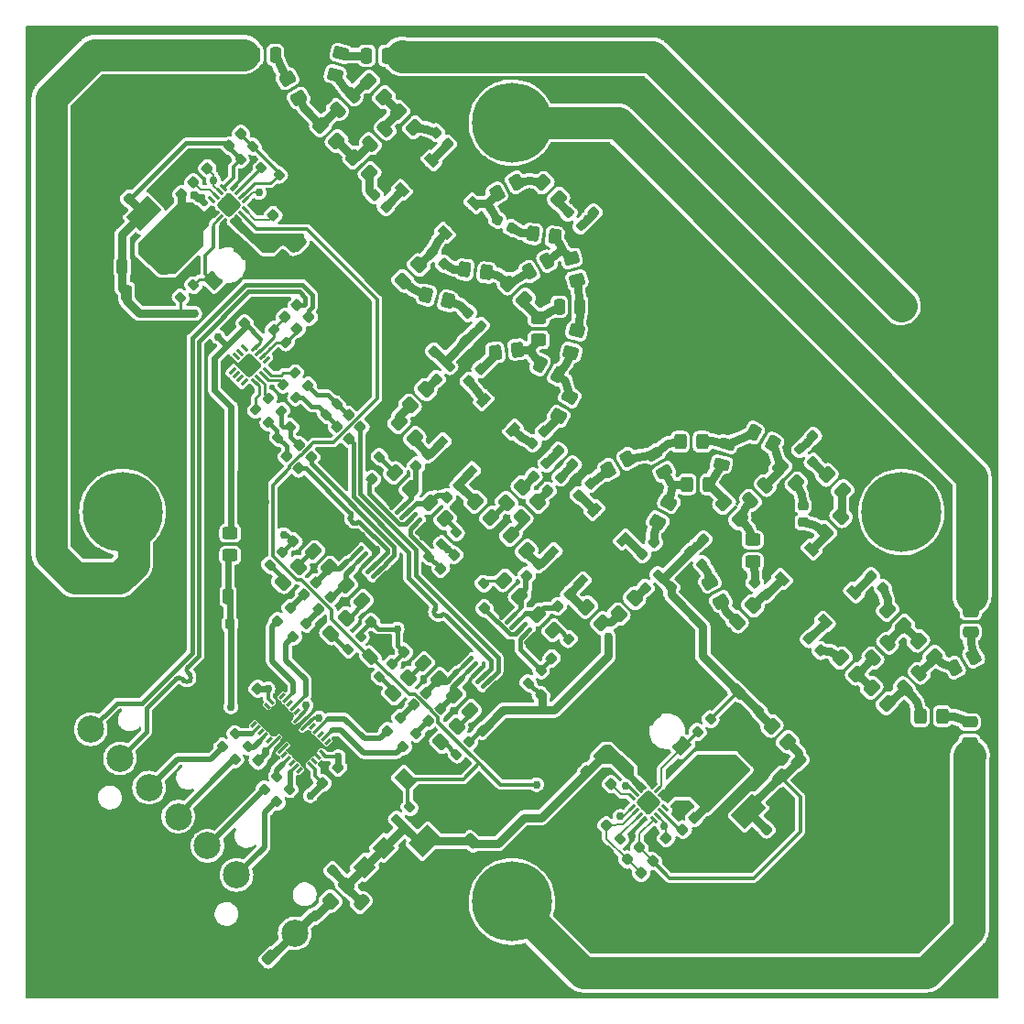
<source format=gbr>
%TF.GenerationSoftware,KiCad,Pcbnew,6.0.10+dfsg-1~bpo11+1*%
%TF.CreationDate,2023-02-14T13:36:45+00:00*%
%TF.ProjectId,QFHMIX01E,5146484d-4958-4303-9145-2e6b69636164,rev?*%
%TF.SameCoordinates,Original*%
%TF.FileFunction,Copper,L2,Bot*%
%TF.FilePolarity,Positive*%
%FSLAX46Y46*%
G04 Gerber Fmt 4.6, Leading zero omitted, Abs format (unit mm)*
G04 Created by KiCad (PCBNEW 6.0.10+dfsg-1~bpo11+1) date 2023-02-14 13:36:45*
%MOMM*%
%LPD*%
G01*
G04 APERTURE LIST*
G04 Aperture macros list*
%AMRoundRect*
0 Rectangle with rounded corners*
0 $1 Rounding radius*
0 $2 $3 $4 $5 $6 $7 $8 $9 X,Y pos of 4 corners*
0 Add a 4 corners polygon primitive as box body*
4,1,4,$2,$3,$4,$5,$6,$7,$8,$9,$2,$3,0*
0 Add four circle primitives for the rounded corners*
1,1,$1+$1,$2,$3*
1,1,$1+$1,$4,$5*
1,1,$1+$1,$6,$7*
1,1,$1+$1,$8,$9*
0 Add four rect primitives between the rounded corners*
20,1,$1+$1,$2,$3,$4,$5,0*
20,1,$1+$1,$4,$5,$6,$7,0*
20,1,$1+$1,$6,$7,$8,$9,0*
20,1,$1+$1,$8,$9,$2,$3,0*%
%AMRotRect*
0 Rectangle, with rotation*
0 The origin of the aperture is its center*
0 $1 length*
0 $2 width*
0 $3 Rotation angle, in degrees counterclockwise*
0 Add horizontal line*
21,1,$1,$2,0,0,$3*%
%AMFreePoly0*
4,1,23,0.405000,0.738384,0.426984,0.740584,0.510585,0.710178,0.572732,0.646525,0.601127,0.562219,0.590153,0.473939,0.583871,0.464186,0.533821,0.287855,0.507137,0.094710,0.507524,-0.100269,0.534977,-0.293306,0.585836,-0.469812,0.592288,-0.479819,0.603305,-0.568094,0.574951,-0.652415,0.512835,-0.716097,0.429248,-0.746543,0.405000,-0.744129,0.405000,-0.750000,-0.645000,-0.750000,
-0.645000,0.750000,0.405000,0.750000,0.405000,0.738384,0.405000,0.738384,$1*%
G04 Aperture macros list end*
%TA.AperFunction,ComponentPad*%
%ADD10C,2.500000*%
%TD*%
%TA.AperFunction,ComponentPad*%
%ADD11RotRect,1.524000X1.524000X45.000000*%
%TD*%
%TA.AperFunction,SMDPad,CuDef*%
%ADD12RoundRect,0.200000X0.053033X-0.335876X0.335876X-0.053033X-0.053033X0.335876X-0.335876X0.053033X0*%
%TD*%
%TA.AperFunction,SMDPad,CuDef*%
%ADD13RoundRect,0.200000X-0.053033X0.335876X-0.335876X0.053033X0.053033X-0.335876X0.335876X-0.053033X0*%
%TD*%
%TA.AperFunction,SMDPad,CuDef*%
%ADD14RoundRect,0.225000X0.017678X-0.335876X0.335876X-0.017678X-0.017678X0.335876X-0.335876X0.017678X0*%
%TD*%
%TA.AperFunction,ComponentPad*%
%ADD15C,6.000000*%
%TD*%
%TA.AperFunction,SMDPad,CuDef*%
%ADD16RoundRect,0.225000X-0.335876X-0.017678X-0.017678X-0.335876X0.335876X0.017678X0.017678X0.335876X0*%
%TD*%
%TA.AperFunction,SMDPad,CuDef*%
%ADD17RoundRect,0.225000X-0.017678X0.335876X-0.335876X0.017678X0.017678X-0.335876X0.335876X-0.017678X0*%
%TD*%
%TA.AperFunction,SMDPad,CuDef*%
%ADD18RoundRect,0.200000X0.335876X0.053033X0.053033X0.335876X-0.335876X-0.053033X-0.053033X-0.335876X0*%
%TD*%
%TA.AperFunction,WasherPad*%
%ADD19C,7.400000*%
%TD*%
%TA.AperFunction,ComponentPad*%
%ADD20C,0.500000*%
%TD*%
%TA.AperFunction,SMDPad,CuDef*%
%ADD21RoundRect,0.250000X-0.548008X-0.088388X-0.088388X-0.548008X0.548008X0.088388X0.088388X0.548008X0*%
%TD*%
%TA.AperFunction,SMDPad,CuDef*%
%ADD22RoundRect,0.250000X0.548008X0.088388X0.088388X0.548008X-0.548008X-0.088388X-0.088388X-0.548008X0*%
%TD*%
%TA.AperFunction,SMDPad,CuDef*%
%ADD23RoundRect,0.225000X0.335876X0.017678X0.017678X0.335876X-0.335876X-0.017678X-0.017678X-0.335876X0*%
%TD*%
%TA.AperFunction,SMDPad,CuDef*%
%ADD24RoundRect,0.250000X0.250000X0.475000X-0.250000X0.475000X-0.250000X-0.475000X0.250000X-0.475000X0*%
%TD*%
%TA.AperFunction,SMDPad,CuDef*%
%ADD25RoundRect,0.250000X0.159099X-0.512652X0.512652X-0.159099X-0.159099X0.512652X-0.512652X0.159099X0*%
%TD*%
%TA.AperFunction,SMDPad,CuDef*%
%ADD26RoundRect,0.250000X-0.020994X0.536362X-0.454006X0.286362X0.020994X-0.536362X0.454006X-0.286362X0*%
%TD*%
%TA.AperFunction,SMDPad,CuDef*%
%ADD27RoundRect,0.250000X0.454006X0.286362X0.020994X0.536362X-0.454006X-0.286362X-0.020994X-0.536362X0*%
%TD*%
%TA.AperFunction,SMDPad,CuDef*%
%ADD28RoundRect,0.225000X0.319856X0.104006X-0.069856X0.329006X-0.319856X-0.104006X0.069856X-0.329006X0*%
%TD*%
%TA.AperFunction,SMDPad,CuDef*%
%ADD29RoundRect,0.250000X0.430394X0.350550X-0.197457X0.518783X-0.430394X-0.350550X0.197457X-0.518783X0*%
%TD*%
%TA.AperFunction,SMDPad,CuDef*%
%ADD30RoundRect,0.250000X-0.088388X0.548008X-0.548008X0.088388X0.088388X-0.548008X0.548008X-0.088388X0*%
%TD*%
%TA.AperFunction,SMDPad,CuDef*%
%ADD31RoundRect,0.250000X0.088388X-0.548008X0.548008X-0.088388X-0.088388X0.548008X-0.548008X0.088388X0*%
%TD*%
%TA.AperFunction,SMDPad,CuDef*%
%ADD32RoundRect,0.250000X0.056458X0.552211X-0.506458X0.227211X-0.056458X-0.552211X0.506458X-0.227211X0*%
%TD*%
%TA.AperFunction,SMDPad,CuDef*%
%ADD33RoundRect,0.250000X-0.380956X-0.403729X0.263483X-0.488571X0.380956X0.403729X-0.263483X0.488571X0*%
%TD*%
%TA.AperFunction,SMDPad,CuDef*%
%ADD34RoundRect,0.250000X0.263483X0.488571X-0.380956X0.403729X-0.263483X-0.488571X0.380956X-0.403729X0*%
%TD*%
%TA.AperFunction,SMDPad,CuDef*%
%ADD35RoundRect,0.250000X0.020994X-0.536362X0.454006X-0.286362X-0.020994X0.536362X-0.454006X0.286362X0*%
%TD*%
%TA.AperFunction,SMDPad,CuDef*%
%ADD36RoundRect,0.250000X-0.250000X-0.475000X0.250000X-0.475000X0.250000X0.475000X-0.250000X0.475000X0*%
%TD*%
%TA.AperFunction,SMDPad,CuDef*%
%ADD37RoundRect,0.250000X-0.454006X-0.286362X-0.020994X-0.536362X0.454006X0.286362X0.020994X0.536362X0*%
%TD*%
%TA.AperFunction,SMDPad,CuDef*%
%ADD38RoundRect,0.250000X0.380956X0.403729X-0.263483X0.488571X-0.380956X-0.403729X0.263483X-0.488571X0*%
%TD*%
%TA.AperFunction,SMDPad,CuDef*%
%ADD39RoundRect,0.250000X0.227211X-0.506458X0.552211X0.056458X-0.227211X0.506458X-0.552211X-0.056458X0*%
%TD*%
%TA.AperFunction,SMDPad,CuDef*%
%ADD40RoundRect,0.200000X-0.335876X-0.053033X-0.053033X-0.335876X0.335876X0.053033X0.053033X0.335876X0*%
%TD*%
%TA.AperFunction,SMDPad,CuDef*%
%ADD41RotRect,0.760000X1.270000X315.000000*%
%TD*%
%TA.AperFunction,SMDPad,CuDef*%
%ADD42RotRect,4.800000X3.200000X315.000000*%
%TD*%
%TA.AperFunction,SMDPad,CuDef*%
%ADD43RoundRect,0.250000X0.552211X-0.056458X0.227211X0.506458X-0.552211X0.056458X-0.227211X-0.506458X0*%
%TD*%
%TA.AperFunction,SMDPad,CuDef*%
%ADD44RoundRect,0.225000X-0.250000X0.225000X-0.250000X-0.225000X0.250000X-0.225000X0.250000X0.225000X0*%
%TD*%
%TA.AperFunction,SMDPad,CuDef*%
%ADD45RoundRect,0.250000X-0.450000X0.325000X-0.450000X-0.325000X0.450000X-0.325000X0.450000X0.325000X0*%
%TD*%
%TA.AperFunction,SMDPad,CuDef*%
%ADD46RoundRect,0.250000X0.475000X-0.250000X0.475000X0.250000X-0.475000X0.250000X-0.475000X-0.250000X0*%
%TD*%
%TA.AperFunction,SMDPad,CuDef*%
%ADD47RoundRect,0.250000X0.536362X0.020994X0.286362X0.454006X-0.536362X-0.020994X-0.286362X-0.454006X0*%
%TD*%
%TA.AperFunction,SMDPad,CuDef*%
%ADD48RoundRect,0.250000X-0.350550X0.430394X-0.518783X-0.197457X0.350550X-0.430394X0.518783X0.197457X0*%
%TD*%
%TA.AperFunction,SMDPad,CuDef*%
%ADD49RoundRect,0.250000X-0.512652X-0.159099X-0.159099X-0.512652X0.512652X0.159099X0.159099X0.512652X0*%
%TD*%
%TA.AperFunction,SMDPad,CuDef*%
%ADD50RoundRect,0.250000X-0.159099X0.512652X-0.512652X0.159099X0.159099X-0.512652X0.512652X-0.159099X0*%
%TD*%
%TA.AperFunction,SMDPad,CuDef*%
%ADD51RoundRect,0.250000X0.325000X0.450000X-0.325000X0.450000X-0.325000X-0.450000X0.325000X-0.450000X0*%
%TD*%
%TA.AperFunction,SMDPad,CuDef*%
%ADD52RotRect,2.500000X1.800000X45.000000*%
%TD*%
%TA.AperFunction,SMDPad,CuDef*%
%ADD53RotRect,1.800000X2.790000X135.000000*%
%TD*%
%TA.AperFunction,SMDPad,CuDef*%
%ADD54RotRect,1.800000X2.790000X315.000000*%
%TD*%
%TA.AperFunction,SMDPad,CuDef*%
%ADD55RoundRect,0.250000X0.450000X-0.325000X0.450000X0.325000X-0.450000X0.325000X-0.450000X-0.325000X0*%
%TD*%
%TA.AperFunction,SMDPad,CuDef*%
%ADD56RoundRect,0.218750X0.335876X0.026517X0.026517X0.335876X-0.335876X-0.026517X-0.026517X-0.335876X0*%
%TD*%
%TA.AperFunction,SMDPad,CuDef*%
%ADD57RoundRect,0.250000X-0.552211X0.056458X-0.227211X-0.506458X0.552211X-0.056458X0.227211X0.506458X0*%
%TD*%
%TA.AperFunction,SMDPad,CuDef*%
%ADD58FreePoly0,315.000000*%
%TD*%
%TA.AperFunction,SMDPad,CuDef*%
%ADD59FreePoly0,135.000000*%
%TD*%
%TA.AperFunction,SMDPad,CuDef*%
%ADD60RoundRect,0.062500X-0.194454X-0.282843X0.282843X0.194454X0.194454X0.282843X-0.282843X-0.194454X0*%
%TD*%
%TA.AperFunction,SMDPad,CuDef*%
%ADD61RoundRect,0.062500X0.194454X-0.282843X0.282843X-0.194454X-0.194454X0.282843X-0.282843X0.194454X0*%
%TD*%
%TA.AperFunction,ComponentPad*%
%ADD62C,0.600000*%
%TD*%
%TA.AperFunction,SMDPad,CuDef*%
%ADD63RoundRect,0.250000X0.000000X-0.848528X0.848528X0.000000X0.000000X0.848528X-0.848528X0.000000X0*%
%TD*%
%TA.AperFunction,SMDPad,CuDef*%
%ADD64RoundRect,0.218750X-0.026517X0.335876X-0.335876X0.026517X0.026517X-0.335876X0.335876X-0.026517X0*%
%TD*%
%TA.AperFunction,SMDPad,CuDef*%
%ADD65RoundRect,0.250000X0.512652X0.159099X0.159099X0.512652X-0.512652X-0.159099X-0.159099X-0.512652X0*%
%TD*%
%TA.AperFunction,SMDPad,CuDef*%
%ADD66RoundRect,0.225000X0.225000X0.250000X-0.225000X0.250000X-0.225000X-0.250000X0.225000X-0.250000X0*%
%TD*%
%TA.AperFunction,SMDPad,CuDef*%
%ADD67RoundRect,0.250000X0.394110X-0.364421X0.523520X0.118542X-0.394110X0.364421X-0.523520X-0.118542X0*%
%TD*%
%TA.AperFunction,SMDPad,CuDef*%
%ADD68RoundRect,0.250000X-0.325000X-0.450000X0.325000X-0.450000X0.325000X0.450000X-0.325000X0.450000X0*%
%TD*%
%TA.AperFunction,SMDPad,CuDef*%
%ADD69RoundRect,0.100000X0.380070X0.521491X-0.521491X-0.380070X-0.380070X-0.521491X0.521491X0.380070X0*%
%TD*%
%TA.AperFunction,SMDPad,CuDef*%
%ADD70RoundRect,0.243750X0.494975X0.150260X0.150260X0.494975X-0.494975X-0.150260X-0.150260X-0.494975X0*%
%TD*%
%TA.AperFunction,SMDPad,CuDef*%
%ADD71RoundRect,0.250000X0.518783X-0.197457X0.350550X0.430394X-0.518783X0.197457X-0.350550X-0.430394X0*%
%TD*%
%TA.AperFunction,SMDPad,CuDef*%
%ADD72RoundRect,0.250000X-0.132583X0.503814X-0.503814X0.132583X0.132583X-0.503814X0.503814X-0.132583X0*%
%TD*%
%TA.AperFunction,SMDPad,CuDef*%
%ADD73RotRect,0.760000X1.270000X45.000000*%
%TD*%
%TA.AperFunction,SMDPad,CuDef*%
%ADD74RotRect,4.800000X3.200000X45.000000*%
%TD*%
%TA.AperFunction,SMDPad,CuDef*%
%ADD75RoundRect,0.243750X-0.150260X0.494975X-0.494975X0.150260X0.150260X-0.494975X0.494975X-0.150260X0*%
%TD*%
%TA.AperFunction,SMDPad,CuDef*%
%ADD76RoundRect,0.250000X0.506458X0.227211X-0.056458X0.552211X-0.506458X-0.227211X0.056458X-0.552211X0*%
%TD*%
%TA.AperFunction,SMDPad,CuDef*%
%ADD77RoundRect,0.218750X0.026517X-0.335876X0.335876X-0.026517X-0.026517X0.335876X-0.335876X0.026517X0*%
%TD*%
%TA.AperFunction,SMDPad,CuDef*%
%ADD78RoundRect,0.218750X-0.335876X-0.026517X-0.026517X-0.335876X0.335876X0.026517X0.026517X0.335876X0*%
%TD*%
%TA.AperFunction,SMDPad,CuDef*%
%ADD79RoundRect,0.062500X0.194454X0.282843X-0.282843X-0.194454X-0.194454X-0.282843X0.282843X0.194454X0*%
%TD*%
%TA.AperFunction,SMDPad,CuDef*%
%ADD80RoundRect,0.062500X-0.194454X0.282843X-0.282843X0.194454X0.194454X-0.282843X0.282843X-0.194454X0*%
%TD*%
%TA.AperFunction,SMDPad,CuDef*%
%ADD81RoundRect,0.250000X0.000000X0.848528X-0.848528X0.000000X0.000000X-0.848528X0.848528X0.000000X0*%
%TD*%
%TA.AperFunction,SMDPad,CuDef*%
%ADD82RotRect,0.760000X1.270000X225.000000*%
%TD*%
%TA.AperFunction,SMDPad,CuDef*%
%ADD83RotRect,4.800000X3.200000X225.000000*%
%TD*%
%TA.AperFunction,SMDPad,CuDef*%
%ADD84RoundRect,0.250000X0.350550X-0.430394X0.518783X0.197457X-0.350550X0.430394X-0.518783X-0.197457X0*%
%TD*%
%TA.AperFunction,SMDPad,CuDef*%
%ADD85RoundRect,0.062500X-0.282843X0.194454X0.194454X-0.282843X0.282843X-0.194454X-0.194454X0.282843X0*%
%TD*%
%TA.AperFunction,SMDPad,CuDef*%
%ADD86RoundRect,0.062500X-0.282843X-0.194454X-0.194454X-0.282843X0.282843X0.194454X0.194454X0.282843X0*%
%TD*%
%TA.AperFunction,SMDPad,CuDef*%
%ADD87RoundRect,0.250000X-0.848528X0.000000X0.000000X-0.848528X0.848528X0.000000X0.000000X0.848528X0*%
%TD*%
%TA.AperFunction,SMDPad,CuDef*%
%ADD88RotRect,0.600000X0.300000X225.000000*%
%TD*%
%TA.AperFunction,SMDPad,CuDef*%
%ADD89RotRect,1.300000X0.300000X225.000000*%
%TD*%
%TA.AperFunction,SMDPad,CuDef*%
%ADD90RotRect,0.600000X0.300000X135.000000*%
%TD*%
%TA.AperFunction,SMDPad,CuDef*%
%ADD91RotRect,1.450000X2.000000X225.000000*%
%TD*%
%TA.AperFunction,SMDPad,CuDef*%
%ADD92RoundRect,0.185000X0.279307X1.325825X-1.325825X-0.279307X-0.279307X-1.325825X1.325825X0.279307X0*%
%TD*%
%TA.AperFunction,SMDPad,CuDef*%
%ADD93RotRect,1.300000X1.700000X225.000000*%
%TD*%
%TA.AperFunction,SMDPad,CuDef*%
%ADD94FreePoly0,225.000000*%
%TD*%
%TA.AperFunction,SMDPad,CuDef*%
%ADD95FreePoly0,45.000000*%
%TD*%
%TA.AperFunction,SMDPad,CuDef*%
%ADD96RoundRect,0.250000X-0.394110X0.364421X-0.523520X-0.118542X0.394110X-0.364421X0.523520X0.118542X0*%
%TD*%
%TA.AperFunction,SMDPad,CuDef*%
%ADD97RoundRect,0.250000X-0.536362X-0.020994X-0.286362X-0.454006X0.536362X0.020994X0.286362X0.454006X0*%
%TD*%
%TA.AperFunction,ViaPad*%
%ADD98C,0.750000*%
%TD*%
%TA.AperFunction,ViaPad*%
%ADD99C,1.000000*%
%TD*%
%TA.AperFunction,Conductor*%
%ADD100C,0.250000*%
%TD*%
%TA.AperFunction,Conductor*%
%ADD101C,0.300000*%
%TD*%
%TA.AperFunction,Conductor*%
%ADD102C,0.400000*%
%TD*%
%TA.AperFunction,Conductor*%
%ADD103C,0.500000*%
%TD*%
%TA.AperFunction,Conductor*%
%ADD104C,0.800000*%
%TD*%
%TA.AperFunction,Conductor*%
%ADD105C,0.600000*%
%TD*%
%TA.AperFunction,Conductor*%
%ADD106C,0.200000*%
%TD*%
%TA.AperFunction,Conductor*%
%ADD107C,3.000000*%
%TD*%
G04 APERTURE END LIST*
D10*
%TO.P,J1,1*%
%TO.N,CLK_IN_N*%
X111070731Y-110070731D03*
%TO.P,J1,2*%
%TO.N,CLK_IN_P*%
X113764808Y-112764808D03*
%TO.P,J1,3*%
%TO.N,DEM_OUTA_N*%
X116458885Y-115458885D03*
%TO.P,J1,4*%
%TO.N,DEM_OUTA_P*%
X119152962Y-118152962D03*
%TO.P,J1,5*%
%TO.N,DEM_OUTB_N*%
X121847038Y-120847038D03*
%TO.P,J1,6*%
%TO.N,DEM_OUTB_P*%
X124541115Y-123541115D03*
%TO.P,J1,7*%
%TO.N,GND*%
X127235192Y-126235192D03*
%TO.P,J1,8*%
%TO.N,VCC*%
X129929269Y-128929269D03*
%TD*%
D11*
%TO.P,J2,1*%
%TO.N,GND*%
X134583897Y-121031000D03*
%TO.P,J2,2*%
X136379948Y-119234949D03*
%TO.P,J2,3*%
%TO.N,VDDA*%
X136379948Y-122827052D03*
%TO.P,J2,4*%
X138176000Y-121031000D03*
%TO.P,J2,5*%
%TO.N,GND*%
X138176000Y-124623103D03*
%TO.P,J2,6*%
X139972051Y-122827052D03*
%TD*%
D12*
%TO.P,R15,1*%
%TO.N,Net-(C12-Pad1)*%
X129540837Y-82091963D03*
%TO.P,R15,2*%
%TO.N,GND*%
X130707563Y-80925237D03*
%TD*%
D13*
%TO.P,R11,1*%
%TO.N,Net-(C13-Pad1)*%
X128370763Y-83109637D03*
%TO.P,R11,2*%
%TO.N,GND*%
X127204037Y-84276363D03*
%TD*%
D14*
%TO.P,C19,1*%
%TO.N,Net-(C19-Pad1)*%
X132151992Y-98948008D03*
%TO.P,C19,2*%
%TO.N,Net-(C19-Pad2)*%
X133248008Y-97851992D03*
%TD*%
%TO.P,C18,1*%
%TO.N,Net-(C18-Pad1)*%
X130769992Y-97576008D03*
%TO.P,C18,2*%
%TO.N,Net-(C18-Pad2)*%
X131866008Y-96479992D03*
%TD*%
D15*
%TO.P,M7,1*%
%TO.N,GND*%
X185560000Y-125560000D03*
%TD*%
%TO.P,M6,1*%
%TO.N,GND*%
X185560000Y-54440000D03*
%TD*%
%TO.P,M5,1*%
%TO.N,GND*%
X114440000Y-125560000D03*
%TD*%
D16*
%TO.P,C13,1*%
%TO.N,Net-(C13-Pad1)*%
X129194200Y-84862823D03*
%TO.P,C13,2*%
%TO.N,/CLK_MIX1_P*%
X130290216Y-85958839D03*
%TD*%
D17*
%TO.P,C2,1*%
%TO.N,CLK_IN_N*%
X131231008Y-71943592D03*
%TO.P,C2,2*%
%TO.N,Net-(C2-Pad2)*%
X130134992Y-73039608D03*
%TD*%
D16*
%TO.P,C12,1*%
%TO.N,Net-(C12-Pad1)*%
X130337200Y-83846823D03*
%TO.P,C12,2*%
%TO.N,/CLK_MIX1_N*%
X131433216Y-84942839D03*
%TD*%
D17*
%TO.P,C1,1*%
%TO.N,CLK_IN_P*%
X130138808Y-70876792D03*
%TO.P,C1,2*%
%TO.N,Net-(C1-Pad2)*%
X129042792Y-71972808D03*
%TD*%
D18*
%TO.P,R6,1*%
%TO.N,Net-(C10-Pad1)*%
X131114800Y-78308200D03*
%TO.P,R6,2*%
%TO.N,Net-(R6-Pad2)*%
X129948074Y-77141474D03*
%TD*%
D12*
%TO.P,R14,1*%
%TO.N,GND*%
X131674437Y-82193563D03*
%TO.P,R14,2*%
%TO.N,Net-(C11-Pad1)*%
X132841163Y-81026837D03*
%TD*%
D13*
%TO.P,R10,1*%
%TO.N,GND*%
X135000163Y-78867837D03*
%TO.P,R10,2*%
%TO.N,Net-(C10-Pad1)*%
X133833437Y-80034563D03*
%TD*%
D19*
%TO.P,M4,*%
%TO.N,*%
X150000000Y-126000000D03*
D20*
%TO.P,M4,1*%
%TO.N,/LNA/QFH_IN_2_N*%
X153000000Y-126000000D03*
X152598076Y-127500000D03*
X150000000Y-123000000D03*
X152598076Y-124500000D03*
X147401924Y-127500000D03*
X150000000Y-129000000D03*
X147000000Y-126000000D03*
X148500000Y-123401924D03*
X151500000Y-128598076D03*
X151500000Y-123401924D03*
X147401924Y-124500000D03*
X148500000Y-128598076D03*
%TD*%
D19*
%TO.P,M3,*%
%TO.N,*%
X150000000Y-54000000D03*
D20*
%TO.P,M3,1*%
%TO.N,/LNA/QFH_IN_2_P*%
X151500000Y-51401924D03*
X152598076Y-55500000D03*
X148500000Y-51401924D03*
X153000000Y-54000000D03*
X147401924Y-55500000D03*
X150000000Y-57000000D03*
X147000000Y-54000000D03*
X151500000Y-56598076D03*
X148500000Y-56598076D03*
X150000000Y-51000000D03*
X152598076Y-52500000D03*
X147401924Y-52500000D03*
%TD*%
D19*
%TO.P,M1,*%
%TO.N,*%
X186000000Y-90000000D03*
D20*
%TO.P,M1,1*%
%TO.N,/LNA/QFH_IN_1_N*%
X187500000Y-92598076D03*
X183401924Y-88500000D03*
X188598076Y-88500000D03*
X183401924Y-91500000D03*
X186000000Y-87000000D03*
X188598076Y-91500000D03*
X184500000Y-92598076D03*
X189000000Y-90000000D03*
X187500000Y-87401924D03*
X186000000Y-93000000D03*
X183000000Y-90000000D03*
X184500000Y-87401924D03*
%TD*%
D19*
%TO.P,M2,*%
%TO.N,*%
X114000000Y-90000000D03*
D20*
%TO.P,M2,1*%
%TO.N,/LNA/QFH_IN_1_P*%
X112500000Y-87401924D03*
X117000000Y-90000000D03*
X111401924Y-88500000D03*
X116598076Y-91500000D03*
X115500000Y-87401924D03*
X112500000Y-92598076D03*
X114000000Y-93000000D03*
X111000000Y-90000000D03*
X114000000Y-87000000D03*
X111401924Y-91500000D03*
X116598076Y-88500000D03*
X115500000Y-92598076D03*
%TD*%
D14*
%TO.P,C21,1*%
%TO.N,Net-(C21-Pad1)*%
X142326992Y-109260008D03*
%TO.P,C21,2*%
%TO.N,Net-(C21-Pad2)*%
X143423008Y-108163992D03*
%TD*%
%TO.P,C20,1*%
%TO.N,Net-(C20-Pad1)*%
X140929992Y-107812208D03*
%TO.P,C20,2*%
%TO.N,Net-(C20-Pad2)*%
X142026008Y-106716192D03*
%TD*%
D12*
%TO.P,R26,1*%
%TO.N,DEM_OUTB_N*%
X127120339Y-115607097D03*
%TO.P,R26,2*%
%TO.N,Net-(R26-Pad2)*%
X128287065Y-114440371D03*
%TD*%
%TO.P,R21,1*%
%TO.N,Net-(R21-Pad1)*%
X129796880Y-101480517D03*
%TO.P,R21,2*%
%TO.N,Net-(C19-Pad1)*%
X130963606Y-100313791D03*
%TD*%
%TO.P,R25,1*%
%TO.N,DEM_OUTA_P*%
X124426262Y-112841180D03*
%TO.P,R25,2*%
%TO.N,Net-(R25-Pad2)*%
X125592988Y-111674454D03*
%TD*%
%TO.P,R24,1*%
%TO.N,DEM_OUTA_N*%
X123258828Y-111673746D03*
%TO.P,R24,2*%
%TO.N,Net-(R24-Pad2)*%
X124425554Y-110507020D03*
%TD*%
%TO.P,R20,1*%
%TO.N,Net-(R20-Pad1)*%
X128360040Y-100043676D03*
%TO.P,R20,2*%
%TO.N,Net-(C18-Pad1)*%
X129526766Y-98876950D03*
%TD*%
%TO.P,R23,1*%
%TO.N,Net-(R23-Pad1)*%
X139953762Y-111637399D03*
%TO.P,R23,2*%
%TO.N,Net-(C21-Pad1)*%
X141120488Y-110470673D03*
%TD*%
%TO.P,R27,1*%
%TO.N,DEM_OUTB_P*%
X128287772Y-116774532D03*
%TO.P,R27,2*%
%TO.N,Net-(R27-Pad2)*%
X129454498Y-115607806D03*
%TD*%
D15*
%TO.P,M8,1*%
%TO.N,GND*%
X114440000Y-54440000D03*
%TD*%
D16*
%TO.P,C11,1*%
%TO.N,Net-(C11-Pad1)*%
X133843392Y-82103592D03*
%TO.P,C11,2*%
%TO.N,/CLK_MIX2_P*%
X134939408Y-83199608D03*
%TD*%
%TO.P,C10,1*%
%TO.N,Net-(C10-Pad1)*%
X134899400Y-81051400D03*
%TO.P,C10,2*%
%TO.N,/CLK_MIX2_N*%
X135995416Y-82147416D03*
%TD*%
D14*
%TO.P,C16,1*%
%TO.N,+5V*%
X129804792Y-92699208D03*
%TO.P,C16,2*%
%TO.N,GND*%
X130900808Y-91603192D03*
%TD*%
%TO.P,C17,1*%
%TO.N,+5V*%
X136992992Y-100141408D03*
%TO.P,C17,2*%
%TO.N,GND*%
X138089008Y-99045392D03*
%TD*%
D16*
%TO.P,C24,1*%
%TO.N,+3.3VA*%
X132469885Y-115044885D03*
%TO.P,C24,2*%
%TO.N,GND*%
X133565901Y-116140901D03*
%TD*%
D17*
%TO.P,C25,1*%
%TO.N,+3.3VA*%
X126532008Y-112964592D03*
%TO.P,C25,2*%
%TO.N,GND*%
X125435992Y-114060608D03*
%TD*%
D16*
%TO.P,C22,1*%
%TO.N,GND*%
X125413524Y-105226063D03*
%TO.P,C22,2*%
%TO.N,Net-(C22-Pad2)*%
X126509540Y-106322079D03*
%TD*%
%TO.P,C8,1*%
%TO.N,Net-(C8-Pad1)*%
X137051992Y-86951992D03*
%TO.P,C8,2*%
%TO.N,GND*%
X138148008Y-88048008D03*
%TD*%
%TO.P,C23,1*%
%TO.N,Net-(C23-Pad1)*%
X133944885Y-113594885D03*
%TO.P,C23,2*%
%TO.N,GND*%
X135040901Y-114690901D03*
%TD*%
D14*
%TO.P,C3,1*%
%TO.N,+3V3*%
X125308992Y-72557008D03*
%TO.P,C3,2*%
%TO.N,GND*%
X126405008Y-71460992D03*
%TD*%
D12*
%TO.P,R22,1*%
%TO.N,Net-(R22-Pad1)*%
X138516919Y-110200559D03*
%TO.P,R22,2*%
%TO.N,Net-(C20-Pad1)*%
X139683645Y-109033833D03*
%TD*%
D21*
%TO.P,L8,1,1*%
%TO.N,Net-(L7-Pad2)*%
X131660016Y-93661616D03*
%TO.P,L8,2,2*%
%TO.N,Net-(C18-Pad2)*%
X133109584Y-95111184D03*
%TD*%
D22*
%TO.P,L12,1,1*%
%TO.N,Net-(L11-Pad2)*%
X136132184Y-98209984D03*
%TO.P,L12,2,2*%
%TO.N,Net-(C19-Pad2)*%
X134682616Y-96760416D03*
%TD*%
D23*
%TO.P,C41,1*%
%TO.N,+5V*%
X145683608Y-74182608D03*
%TO.P,C41,2*%
%TO.N,GND*%
X144587592Y-73086592D03*
%TD*%
D16*
%TO.P,C44,1*%
%TO.N,GND*%
X156423992Y-61199392D03*
%TO.P,C44,2*%
%TO.N,+5V*%
X157520008Y-62295408D03*
%TD*%
D17*
%TO.P,C58,1*%
%TO.N,+5V*%
X142813408Y-75143992D03*
%TO.P,C58,2*%
%TO.N,GND*%
X141717392Y-76240008D03*
%TD*%
%TO.P,C61,1*%
%TO.N,GND*%
X155411808Y-83246592D03*
%TO.P,C61,2*%
%TO.N,+5V*%
X154315792Y-84342608D03*
%TD*%
D24*
%TO.P,C28,1*%
%TO.N,Net-(C28-Pad1)*%
X128127800Y-47752000D03*
%TO.P,C28,2*%
%TO.N,/LNA/QFH_IN_1_P*%
X126227800Y-47752000D03*
%TD*%
D25*
%TO.P,C32,1*%
%TO.N,Net-(C32-Pad1)*%
X133897449Y-52792551D03*
%TO.P,C32,2*%
%TO.N,Net-(C32-Pad2)*%
X135240951Y-51449049D03*
%TD*%
D23*
%TO.P,C36,1*%
%TO.N,Net-(C36-Pad1)*%
X138368408Y-61787408D03*
%TO.P,C36,2*%
%TO.N,Net-(C36-Pad2)*%
X137272392Y-60691392D03*
%TD*%
%TO.P,C45,1*%
%TO.N,Net-(C45-Pad1)*%
X143727808Y-67045208D03*
%TO.P,C45,2*%
%TO.N,Net-(C45-Pad2)*%
X142631792Y-65949192D03*
%TD*%
D14*
%TO.P,C56,1*%
%TO.N,Net-(C56-Pad1)*%
X146009992Y-77891008D03*
%TO.P,C56,2*%
%TO.N,Net-(C56-Pad2)*%
X147106008Y-76794992D03*
%TD*%
D17*
%TO.P,C62,1*%
%TO.N,Net-(C62-Pad1)*%
X142235088Y-84632070D03*
%TO.P,C62,2*%
%TO.N,/LNA/LNA_OUT_1_P*%
X141139072Y-85728086D03*
%TD*%
D26*
%TO.P,C49,1*%
%TO.N,Net-(C49-Pad1)*%
X153248124Y-66809600D03*
%TO.P,C49,2*%
%TO.N,Net-(C49-Pad2)*%
X151602676Y-67759600D03*
%TD*%
D24*
%TO.P,C51,1*%
%TO.N,Net-(C51-Pad1)*%
X156271000Y-70993000D03*
%TO.P,C51,2*%
%TO.N,Net-(C51-Pad2)*%
X154371000Y-70993000D03*
%TD*%
D27*
%TO.P,C53,1*%
%TO.N,Net-(C53-Pad1)*%
X154238724Y-77310000D03*
%TO.P,C53,2*%
%TO.N,Net-(C53-Pad2)*%
X152593276Y-76360000D03*
%TD*%
D24*
%TO.P,C29,1*%
%TO.N,/LNA/QFH_IN_1_N*%
X138465600Y-47802800D03*
%TO.P,C29,2*%
%TO.N,Net-(C29-Pad2)*%
X136565600Y-47802800D03*
%TD*%
D25*
%TO.P,C34,1*%
%TO.N,Net-(C34-Pad1)*%
X136920049Y-55942151D03*
%TO.P,C34,2*%
%TO.N,Net-(C34-Pad2)*%
X138263551Y-54598649D03*
%TD*%
D16*
%TO.P,C37,1*%
%TO.N,Net-(C37-Pad1)*%
X142961992Y-54900192D03*
%TO.P,C37,2*%
%TO.N,Net-(C37-Pad2)*%
X144058008Y-55996208D03*
%TD*%
D28*
%TO.P,C46,1*%
%TO.N,Net-(C46-Pad1)*%
X149972370Y-63735100D03*
%TO.P,C46,2*%
%TO.N,Net-(C46-Pad2)*%
X148630030Y-62960100D03*
%TD*%
D17*
%TO.P,C63,1*%
%TO.N,Net-(C63-Pad1)*%
X145074008Y-87551992D03*
%TO.P,C63,2*%
%TO.N,/LNA/LNA_OUT_1_N*%
X143977992Y-88648008D03*
%TD*%
%TO.P,C64,1*%
%TO.N,Net-(C64-Pad1)*%
X152437139Y-94788641D03*
%TO.P,C64,2*%
%TO.N,/LNA/LNA_OUT_2_P*%
X151341123Y-95884657D03*
%TD*%
%TO.P,C65,1*%
%TO.N,Net-(C65-Pad1)*%
X155310208Y-97622992D03*
%TO.P,C65,2*%
%TO.N,/LNA/LNA_OUT_2_N*%
X154214192Y-98719008D03*
%TD*%
D16*
%TO.P,C47,1*%
%TO.N,+5V*%
X177821584Y-82977984D03*
%TO.P,C47,2*%
%TO.N,GND*%
X178917600Y-84074000D03*
%TD*%
D14*
%TO.P,C59,1*%
%TO.N,GND*%
X163612192Y-98033208D03*
%TO.P,C59,2*%
%TO.N,+5V*%
X164708208Y-96937192D03*
%TD*%
%TO.P,C60,1*%
%TO.N,+5V*%
X155636592Y-85587208D03*
%TO.P,C60,2*%
%TO.N,GND*%
X156732608Y-84491192D03*
%TD*%
D29*
%TO.P,L31,1,1*%
%TO.N,Net-(L31-Pad1)*%
X144068274Y-70470890D03*
%TO.P,L31,2,2*%
%TO.N,Net-(L31-Pad2)*%
X142088126Y-69940310D03*
%TD*%
D22*
%TO.P,L35,1,1*%
%TO.N,Net-(L35-Pad1)*%
X154293184Y-60998984D03*
%TO.P,L35,2,2*%
%TO.N,Net-(L35-Pad2)*%
X152843616Y-59549416D03*
%TD*%
D30*
%TO.P,L59,1,1*%
%TO.N,Net-(L59-Pad1)*%
X142024784Y-78675216D03*
%TO.P,L59,2,2*%
%TO.N,Net-(L59-Pad2)*%
X140575216Y-80124784D03*
%TD*%
%TO.P,L63,1,1*%
%TO.N,Net-(L63-Pad1)*%
X150965784Y-87667216D03*
%TO.P,L63,2,2*%
%TO.N,Net-(L63-Pad2)*%
X149516216Y-89116784D03*
%TD*%
D31*
%TO.P,L32,1,1*%
%TO.N,Net-(L31-Pad2)*%
X139940416Y-68618984D03*
%TO.P,L32,2,2*%
%TO.N,Net-(C45-Pad2)*%
X141389984Y-67169416D03*
%TD*%
D32*
%TO.P,L36,1,1*%
%TO.N,Net-(L35-Pad2)*%
X150392076Y-59507700D03*
%TO.P,L36,2,2*%
%TO.N,Net-(C46-Pad2)*%
X148616724Y-60532700D03*
%TD*%
D21*
%TO.P,L60,1,1*%
%TO.N,Net-(L59-Pad2)*%
X139559416Y-81698216D03*
%TO.P,L60,2,2*%
%TO.N,Net-(C62-Pad1)*%
X141008984Y-83147784D03*
%TD*%
D22*
%TO.P,L64,1,1*%
%TO.N,Net-(L63-Pad2)*%
X148070184Y-90488384D03*
%TO.P,L64,2,2*%
%TO.N,Net-(C63-Pad1)*%
X146620616Y-89038816D03*
%TD*%
D33*
%TO.P,L39,1,1*%
%TO.N,Net-(C45-Pad1)*%
X145617969Y-67582611D03*
%TO.P,L39,2,2*%
%TO.N,Net-(C49-Pad2)*%
X147650431Y-67850189D03*
%TD*%
D34*
%TO.P,L57,1,1*%
%TO.N,Net-(C53-Pad2)*%
X150495231Y-74974011D03*
%TO.P,L57,2,2*%
%TO.N,Net-(C56-Pad2)*%
X148462769Y-75241589D03*
%TD*%
D25*
%TO.P,L17,1,1*%
%TO.N,Net-(C32-Pad1)*%
X133897449Y-52792551D03*
%TO.P,L17,2,2*%
%TO.N,Net-(C32-Pad2)*%
X135240951Y-51449049D03*
%TD*%
%TO.P,L23,1,1*%
%TO.N,Net-(C34-Pad1)*%
X136920049Y-55942151D03*
%TO.P,L23,2,2*%
%TO.N,Net-(C34-Pad2)*%
X138263551Y-54598649D03*
%TD*%
D35*
%TO.P,L42,1,1*%
%TO.N,Net-(C49-Pad2)*%
X151602676Y-67759600D03*
%TO.P,L42,2,2*%
%TO.N,Net-(C49-Pad1)*%
X153248124Y-66809600D03*
%TD*%
D36*
%TO.P,L48,1,1*%
%TO.N,Net-(C51-Pad2)*%
X154371000Y-70993000D03*
%TO.P,L48,2,2*%
%TO.N,Net-(C51-Pad1)*%
X156271000Y-70993000D03*
%TD*%
D37*
%TO.P,L54,1,1*%
%TO.N,Net-(C53-Pad2)*%
X152593276Y-76360000D03*
%TO.P,L54,2,2*%
%TO.N,Net-(C53-Pad1)*%
X154238724Y-77310000D03*
%TD*%
D38*
%TO.P,L40,1,1*%
%TO.N,Net-(C49-Pad1)*%
X153949631Y-64548189D03*
%TO.P,L40,2,2*%
%TO.N,Net-(C46-Pad1)*%
X151917169Y-64280611D03*
%TD*%
D39*
%TO.P,L58,1,1*%
%TO.N,Net-(C57-Pad2)*%
X154325900Y-81126276D03*
%TO.P,L58,2,2*%
%TO.N,Net-(C53-Pad1)*%
X155350900Y-79350924D03*
%TD*%
D31*
%TO.P,L33,1,1*%
%TO.N,Net-(C42-Pad2)*%
X178980216Y-91834584D03*
%TO.P,L33,2,2*%
%TO.N,Net-(L33-Pad2)*%
X180429784Y-90385016D03*
%TD*%
D21*
%TO.P,L61,1,1*%
%TO.N,Net-(C65-Pad1)*%
X156875216Y-98775216D03*
%TO.P,L61,2,2*%
%TO.N,Net-(L61-Pad2)*%
X158324784Y-100224784D03*
%TD*%
D22*
%TO.P,L65,1,1*%
%TO.N,Net-(C64-Pad1)*%
X151346784Y-93561784D03*
%TO.P,L65,2,2*%
%TO.N,Net-(L65-Pad2)*%
X149897216Y-92112216D03*
%TD*%
%TO.P,L34,1,1*%
%TO.N,Net-(L33-Pad2)*%
X180567483Y-88009883D03*
%TO.P,L34,2,2*%
%TO.N,Net-(L34-Pad2)*%
X179117915Y-86560315D03*
%TD*%
D31*
%TO.P,L62,1,1*%
%TO.N,Net-(L61-Pad2)*%
X159875216Y-99424784D03*
%TO.P,L62,2,2*%
%TO.N,Net-(L62-Pad2)*%
X161324784Y-97975216D03*
%TD*%
%TO.P,L66,1,1*%
%TO.N,Net-(L65-Pad2)*%
X150913216Y-90513784D03*
%TO.P,L66,2,2*%
%TO.N,Net-(L66-Pad2)*%
X152362784Y-89064216D03*
%TD*%
D18*
%TO.P,R29,1*%
%TO.N,+5V*%
X147115963Y-72770163D03*
%TO.P,R29,2*%
%TO.N,Net-(L31-Pad1)*%
X145949237Y-71603437D03*
%TD*%
D40*
%TO.P,R31,1*%
%TO.N,Net-(L35-Pad1)*%
X155245637Y-62332437D03*
%TO.P,R31,2*%
%TO.N,+5V*%
X156412363Y-63499163D03*
%TD*%
D13*
%TO.P,R32,1*%
%TO.N,+5V*%
X144220363Y-76505637D03*
%TO.P,R32,2*%
%TO.N,Net-(L59-Pad1)*%
X143053637Y-77672363D03*
%TD*%
D12*
%TO.P,R34,1*%
%TO.N,Net-(L63-Pad1)*%
X152016637Y-86683363D03*
%TO.P,R34,2*%
%TO.N,+5V*%
X153183363Y-85516637D03*
%TD*%
D40*
%TO.P,R30,1*%
%TO.N,+5V*%
X176633274Y-84177274D03*
%TO.P,R30,2*%
%TO.N,Net-(L34-Pad2)*%
X177800000Y-85344000D03*
%TD*%
D12*
%TO.P,R33,1*%
%TO.N,Net-(L62-Pad2)*%
X162357637Y-96976363D03*
%TO.P,R33,2*%
%TO.N,+5V*%
X163524363Y-95809637D03*
%TD*%
D13*
%TO.P,R35,1*%
%TO.N,+5V*%
X154483363Y-86816637D03*
%TO.P,R35,2*%
%TO.N,Net-(L66-Pad2)*%
X153316637Y-87983363D03*
%TD*%
D41*
%TO.P,U7,1,RF_IN*%
%TO.N,Net-(C56-Pad1)*%
X147393263Y-79662660D03*
D20*
%TO.P,U7,2,GND*%
%TO.N,GND*%
X148885965Y-83692462D03*
X148178859Y-82985355D03*
X147471752Y-83692462D03*
X146764645Y-82985355D03*
X147471752Y-82278248D03*
X144643325Y-82278248D03*
X148178859Y-84399569D03*
D41*
X148291289Y-80560686D03*
D20*
X146057538Y-83692462D03*
X146764645Y-81571141D03*
X146764645Y-84399569D03*
X147471752Y-85106675D03*
X145350431Y-82985355D03*
X145350431Y-81571141D03*
X146057538Y-80864035D03*
X146057538Y-82278248D03*
D42*
X146764645Y-82985355D03*
D41*
%TO.P,U7,3,GND*%
X149189314Y-81458711D03*
%TO.P,U7,4,RF_IN*%
%TO.N,Net-(C57-Pad1)*%
X150087340Y-82356737D03*
%TO.P,U7,5,RF_OUT*%
%TO.N,Net-(C63-Pad1)*%
X146136027Y-86308050D03*
%TO.P,U7,6,GND*%
%TO.N,GND*%
X145238001Y-85410024D03*
%TO.P,U7,7,GND*%
X144339976Y-84511999D03*
%TO.P,U7,8,RF_OUT*%
%TO.N,Net-(C62-Pad1)*%
X143441950Y-83613973D03*
%TD*%
%TO.P,U8,1,RF_IN*%
%TO.N,Net-(C54-Pad1)*%
X157643263Y-89812660D03*
D20*
%TO.P,U8,2,GND*%
%TO.N,GND*%
X158428859Y-94549569D03*
X159135965Y-93842462D03*
X157721752Y-92428248D03*
X158428859Y-93135355D03*
D42*
X157014645Y-93135355D03*
D20*
X156307538Y-92428248D03*
X157014645Y-91721141D03*
X156307538Y-93842462D03*
X157014645Y-94549569D03*
X157721752Y-93842462D03*
X157014645Y-93135355D03*
D41*
X158541289Y-90710686D03*
D20*
X155600431Y-91721141D03*
X155600431Y-93135355D03*
X157721752Y-95256675D03*
X156307538Y-91014035D03*
X154893325Y-92428248D03*
D41*
%TO.P,U8,3,GND*%
X159439314Y-91608711D03*
%TO.P,U8,4,RF_IN*%
%TO.N,Net-(C55-Pad1)*%
X160337340Y-92506737D03*
%TO.P,U8,5,RF_OUT*%
%TO.N,Net-(C65-Pad1)*%
X156386027Y-96458050D03*
%TO.P,U8,6,GND*%
%TO.N,GND*%
X155488001Y-95560024D03*
%TO.P,U8,7,GND*%
X154589976Y-94661999D03*
%TO.P,U8,8,RF_OUT*%
%TO.N,Net-(C64-Pad1)*%
X153691950Y-93763973D03*
%TD*%
D18*
%TO.P,R28,1*%
%TO.N,Net-(L30-Pad2)*%
X167562963Y-94817363D03*
%TO.P,R28,2*%
%TO.N,+5V*%
X166396237Y-93650637D03*
%TD*%
D23*
%TO.P,C40,1*%
%TO.N,GND*%
X168772208Y-93613608D03*
%TO.P,C40,2*%
%TO.N,+5V*%
X167676192Y-92517592D03*
%TD*%
D30*
%TO.P,L29,1,1*%
%TO.N,Net-(C43-Pad2)*%
X172250984Y-98665416D03*
%TO.P,L29,2,2*%
%TO.N,Net-(L29-Pad2)*%
X170801416Y-100114984D03*
%TD*%
D43*
%TO.P,L30,1,1*%
%TO.N,Net-(L29-Pad2)*%
X169320900Y-98245876D03*
%TO.P,L30,2,2*%
%TO.N,Net-(L30-Pad2)*%
X168295900Y-96470524D03*
%TD*%
D31*
%TO.P,L7,1,1*%
%TO.N,Net-(L7-Pad1)*%
X128815216Y-96482784D03*
%TO.P,L7,2,2*%
%TO.N,Net-(L7-Pad2)*%
X130264784Y-95033216D03*
%TD*%
D21*
%TO.P,L9,1,1*%
%TO.N,Net-(L10-Pad2)*%
X141794616Y-103974016D03*
%TO.P,L9,2,2*%
%TO.N,Net-(C20-Pad2)*%
X143244184Y-105423584D03*
%TD*%
D23*
%TO.P,C27,1*%
%TO.N,VDDA*%
X156885008Y-113959008D03*
%TO.P,C27,2*%
%TO.N,GND*%
X155788992Y-112862992D03*
%TD*%
D13*
%TO.P,R18,1*%
%TO.N,+5V*%
X138937163Y-104039237D03*
%TO.P,R18,2*%
%TO.N,Net-(L10-Pad1)*%
X137770437Y-105205963D03*
%TD*%
%TO.P,R4,1*%
%TO.N,Net-(L3-Pad1)*%
X147383363Y-96616637D03*
%TO.P,R4,2*%
%TO.N,GND*%
X146216637Y-97783363D03*
%TD*%
D44*
%TO.P,C42,1*%
%TO.N,Net-(C42-Pad1)*%
X176911000Y-89395000D03*
%TO.P,C42,2*%
%TO.N,Net-(C42-Pad2)*%
X176911000Y-90945000D03*
%TD*%
D45*
%TO.P,L51,1,1*%
%TO.N,Net-(C51-Pad2)*%
X152476200Y-72025400D03*
%TO.P,L51,2,2*%
%TO.N,Net-(C53-Pad2)*%
X152476200Y-74075400D03*
%TD*%
D46*
%TO.P,C30,1*%
%TO.N,Net-(C30-Pad1)*%
X192405000Y-101087000D03*
%TO.P,C30,2*%
%TO.N,/LNA/QFH_IN_2_P*%
X192405000Y-99187000D03*
%TD*%
D47*
%TO.P,C52,1*%
%TO.N,Net-(C52-Pad1)*%
X164076400Y-86268324D03*
%TO.P,C52,2*%
%TO.N,Net-(C52-Pad2)*%
X163126400Y-84622876D03*
%TD*%
D48*
%TO.P,L14,1,1*%
%TO.N,Net-(C29-Pad2)*%
X134199490Y-47600126D03*
%TO.P,L14,2,2*%
%TO.N,Net-(C32-Pad2)*%
X133668910Y-49580274D03*
%TD*%
D49*
%TO.P,C89,1*%
%TO.N,GND*%
X173445249Y-113120249D03*
%TO.P,C89,2*%
%TO.N,/Power/5VO*%
X174788751Y-114463751D03*
%TD*%
D31*
%TO.P,L6,1,1*%
%TO.N,Net-(L6-Pad1)*%
X143445616Y-111265584D03*
%TO.P,L6,2,2*%
%TO.N,Net-(L5-Pad1)*%
X144895184Y-109816016D03*
%TD*%
D50*
%TO.P,L41,1,1*%
%TO.N,Net-(C48-Pad2)*%
X173391751Y-87542449D03*
%TO.P,L41,2,2*%
%TO.N,Net-(C48-Pad1)*%
X172048249Y-88885951D03*
%TD*%
D51*
%TO.P,L49,1,1*%
%TO.N,Net-(C50-Pad2)*%
X167598200Y-83489800D03*
%TO.P,L49,2,2*%
%TO.N,Net-(C52-Pad2)*%
X165548200Y-83489800D03*
%TD*%
D21*
%TO.P,L20,1,1*%
%TO.N,Net-(C32-Pad2)*%
X136714616Y-50176816D03*
%TO.P,L20,2,2*%
%TO.N,Net-(C34-Pad2)*%
X138164184Y-51626384D03*
%TD*%
D36*
%TO.P,C84,1*%
%TO.N,GND*%
X112080000Y-67310000D03*
%TO.P,C84,2*%
%TO.N,+3V3*%
X113980000Y-67310000D03*
%TD*%
D52*
%TO.P,D1,1,K*%
%TO.N,VDDA*%
X141968786Y-120413214D03*
%TO.P,D1,2,A*%
%TO.N,GND*%
X144797214Y-117584786D03*
%TD*%
D53*
%TO.P,L67,1,1*%
%TO.N,/Power/sw3*%
X119305364Y-65736764D03*
D54*
%TO.P,L67,2,2*%
%TO.N,+3V3*%
X115950143Y-62381543D03*
%TD*%
D12*
%TO.P,R41,1*%
%TO.N,+3V3*%
X119380837Y-70179363D03*
%TO.P,R41,2*%
%TO.N,/Power/PG3v3*%
X120547563Y-69012637D03*
%TD*%
D32*
%TO.P,L15,1,1*%
%TO.N,Net-(C30-Pad1)*%
X192683076Y-103348100D03*
%TO.P,L15,2,2*%
%TO.N,Net-(C33-Pad1)*%
X190907724Y-104373100D03*
%TD*%
D21*
%TO.P,L44,1,1*%
%TO.N,Net-(C50-Pad1)*%
X169607616Y-89165816D03*
%TO.P,L44,2,2*%
%TO.N,Net-(C48-Pad1)*%
X171057184Y-90615384D03*
%TD*%
D13*
%TO.P,R17,1*%
%TO.N,+5V*%
X128783363Y-93716637D03*
%TO.P,R17,2*%
%TO.N,Net-(L7-Pad1)*%
X127616637Y-94883363D03*
%TD*%
D16*
%TO.P,C7,1*%
%TO.N,Net-(C7-Pad1)*%
X153670000Y-103505000D03*
%TO.P,C7,2*%
%TO.N,GND*%
X154766016Y-104601016D03*
%TD*%
D14*
%TO.P,C9,1*%
%TO.N,Net-(C9-Pad1)*%
X147457792Y-98896808D03*
%TO.P,C9,2*%
%TO.N,GND*%
X148553808Y-97800792D03*
%TD*%
D50*
%TO.P,L18,1,1*%
%TO.N,Net-(C33-Pad1)*%
X187641151Y-104890649D03*
%TO.P,L18,2,2*%
%TO.N,Net-(C33-Pad2)*%
X186297649Y-106234151D03*
%TD*%
D55*
%TO.P,L74,1,1*%
%TO.N,/LNA/QFH_IN_2_P*%
X156337000Y-53349000D03*
%TO.P,L74,2,2*%
%TO.N,GND*%
X156337000Y-51299000D03*
%TD*%
D24*
%TO.P,C79,1*%
%TO.N,GND*%
X125664000Y-97790000D03*
%TO.P,C79,2*%
%TO.N,+3.3VA*%
X123764000Y-97790000D03*
%TD*%
D23*
%TO.P,C67,1*%
%TO.N,Net-(C67-Pad1)*%
X121833008Y-58206008D03*
%TO.P,C67,2*%
%TO.N,GND*%
X120736992Y-57109992D03*
%TD*%
D56*
%TO.P,C74,1*%
%TO.N,GND*%
X132916247Y-128445847D03*
%TO.P,C74,2*%
%TO.N,VCC*%
X131802553Y-127332153D03*
%TD*%
D57*
%TO.P,L13,1,1*%
%TO.N,Net-(C28-Pad1)*%
X129256100Y-49937724D03*
%TO.P,L13,2,2*%
%TO.N,Net-(C32-Pad1)*%
X130281100Y-51713076D03*
%TD*%
D58*
%TO.P,D3,1,K*%
%TO.N,GND*%
X162990962Y-108888962D03*
D59*
%TO.P,D3,2,A*%
%TO.N,/Power/PG5v*%
X165685038Y-111583038D03*
%TD*%
D60*
%TO.P,U9,1,MODE_SYNC*%
%TO.N,GND*%
X123330025Y-63150635D03*
%TO.P,U9,2,PGOOD*%
%TO.N,/Power/PG3v3*%
X122976472Y-62797082D03*
%TO.P,U9,3,SW*%
%TO.N,/Power/sw3*%
X122622918Y-62443528D03*
%TO.P,U9,4,SW*%
X122269365Y-62089975D03*
D61*
%TO.P,U9,5*%
%TO.N,N/C*%
X122269365Y-61100025D03*
%TO.P,U9,6,BOOST*%
%TO.N,Net-(C66-Pad1)*%
X122622918Y-60746472D03*
%TO.P,U9,7,INITVcc*%
%TO.N,Net-(C67-Pad1)*%
X122976472Y-60392918D03*
%TO.P,U9,8,Von*%
%TO.N,+3V3*%
X123330025Y-60039365D03*
D60*
%TO.P,U9,9,SGND*%
%TO.N,GND*%
X124319975Y-60039365D03*
%TO.P,U9,10,RT*%
%TO.N,Net-(R39-Pad1)*%
X124673528Y-60392918D03*
%TO.P,U9,11,FB*%
%TO.N,Net-(C69-Pad2)*%
X125027082Y-60746472D03*
%TO.P,U9,12,ITH*%
%TO.N,Net-(C67-Pad1)*%
X125380635Y-61100025D03*
D61*
%TO.P,U9,13,TRACK*%
%TO.N,Net-(C82-Pad2)*%
X125380635Y-62089975D03*
%TO.P,U9,14,RUN*%
%TO.N,/Power/PWR_EN*%
X125027082Y-62443528D03*
%TO.P,U9,15,Vin*%
%TO.N,VDDA*%
X124673528Y-62797082D03*
%TO.P,U9,16,Vin*%
X124319975Y-63150635D03*
D62*
%TO.P,U9,17,PGND*%
%TO.N,GND*%
X124213909Y-61206091D03*
X123436091Y-61206091D03*
X123047183Y-61595000D03*
D63*
X123825000Y-61595000D03*
D62*
X123825000Y-60817183D03*
X124213909Y-61983909D03*
X123825000Y-62372817D03*
X123825000Y-61595000D03*
X124602817Y-61595000D03*
X123436091Y-61983909D03*
%TD*%
D21*
%TO.P,L26,1,1*%
%TO.N,Net-(C34-Pad2)*%
X139508616Y-52996216D03*
%TO.P,L26,2,2*%
%TO.N,Net-(C37-Pad1)*%
X140958184Y-54445784D03*
%TD*%
D13*
%TO.P,R46,1*%
%TO.N,Net-(R46-Pad1)*%
X160032183Y-120187709D03*
%TO.P,R46,2*%
%TO.N,GND*%
X158865457Y-121354435D03*
%TD*%
D14*
%TO.P,C86,1*%
%TO.N,GND*%
X158074992Y-116245008D03*
%TO.P,C86,2*%
%TO.N,Net-(C86-Pad2)*%
X159171008Y-115148992D03*
%TD*%
D17*
%TO.P,C91,1*%
%TO.N,GND*%
X173903008Y-107274992D03*
%TO.P,C91,2*%
%TO.N,+5V*%
X172806992Y-108371008D03*
%TD*%
D64*
%TO.P,R45,1*%
%TO.N,Net-(C83-Pad2)*%
X158735667Y-118967563D03*
%TO.P,R45,2*%
%TO.N,GND*%
X157621973Y-120081257D03*
%TD*%
D31*
%TO.P,L11,1,1*%
%TO.N,Net-(L11-Pad1)*%
X133275216Y-101224784D03*
%TO.P,L11,2,2*%
%TO.N,Net-(L11-Pad2)*%
X134724784Y-99775216D03*
%TD*%
D40*
%TO.P,R1,1*%
%TO.N,Net-(C1-Pad2)*%
X127966037Y-73127437D03*
%TO.P,R1,2*%
%TO.N,Net-(C2-Pad2)*%
X129132763Y-74294163D03*
%TD*%
D12*
%TO.P,R3,1*%
%TO.N,Net-(L2-Pad1)*%
X137770437Y-84885963D03*
%TO.P,R3,2*%
%TO.N,GND*%
X138937163Y-83719237D03*
%TD*%
D45*
%TO.P,L73,1,1*%
%TO.N,/LNA/QFH_IN_1_P*%
X112649000Y-96765000D03*
%TO.P,L73,2,2*%
%TO.N,GND*%
X112649000Y-98815000D03*
%TD*%
D40*
%TO.P,R2,1*%
%TO.N,Net-(L1-Pad1)*%
X155245637Y-101727837D03*
%TO.P,R2,2*%
%TO.N,GND*%
X156412363Y-102894563D03*
%TD*%
D65*
%TO.P,C70,1*%
%TO.N,GND*%
X131583351Y-66508551D03*
%TO.P,C70,2*%
%TO.N,VDDA*%
X130239849Y-65165049D03*
%TD*%
D14*
%TO.P,C5,1*%
%TO.N,+5V*%
X152690192Y-106923208D03*
%TO.P,C5,2*%
%TO.N,GND*%
X153786208Y-105827192D03*
%TD*%
%TO.P,C55,1*%
%TO.N,Net-(C55-Pad1)*%
X162037392Y-93893008D03*
%TO.P,C55,2*%
%TO.N,Net-(C55-Pad2)*%
X163133408Y-92796992D03*
%TD*%
D21*
%TO.P,L19,1,1*%
%TO.N,Net-(C32-Pad1)*%
X132345816Y-54240816D03*
%TO.P,L19,2,2*%
%TO.N,Net-(C34-Pad1)*%
X133795384Y-55690384D03*
%TD*%
D50*
%TO.P,C78,1*%
%TO.N,GND*%
X161834751Y-112231249D03*
%TO.P,C78,2*%
%TO.N,VDDA*%
X160491249Y-113574751D03*
%TD*%
D21*
%TO.P,L25,1,1*%
%TO.N,Net-(C34-Pad1)*%
X135393816Y-57212616D03*
%TO.P,L25,2,2*%
%TO.N,Net-(C36-Pad2)*%
X136843384Y-58662184D03*
%TD*%
%TO.P,L3,1,1*%
%TO.N,Net-(L3-Pad1)*%
X149262216Y-96303216D03*
%TO.P,L3,2,2*%
%TO.N,/LNA/LNA_OUT_2_P*%
X150711784Y-97752784D03*
%TD*%
D51*
%TO.P,L16,1,1*%
%TO.N,Net-(C31-Pad2)*%
X189797800Y-108864400D03*
%TO.P,L16,2,2*%
%TO.N,Net-(C33-Pad2)*%
X187747800Y-108864400D03*
%TD*%
D50*
%TO.P,L24,1,1*%
%TO.N,Net-(C35-Pad1)*%
X184720151Y-102122049D03*
%TO.P,L24,2,2*%
%TO.N,Net-(C35-Pad2)*%
X183376649Y-103465551D03*
%TD*%
D66*
%TO.P,C80,1*%
%TO.N,GND*%
X125489000Y-100330000D03*
%TO.P,C80,2*%
%TO.N,+3.3VA*%
X123939000Y-100330000D03*
%TD*%
D12*
%TO.P,R37,1*%
%TO.N,+3V3*%
X124918037Y-57377763D03*
%TO.P,R37,2*%
%TO.N,Net-(C69-Pad2)*%
X126084763Y-56211037D03*
%TD*%
D22*
%TO.P,L21,1,1*%
%TO.N,Net-(C33-Pad1)*%
X189014984Y-103340784D03*
%TO.P,L21,2,2*%
%TO.N,Net-(C35-Pad1)*%
X187565416Y-101891216D03*
%TD*%
D67*
%TO.P,C50,1*%
%TO.N,Net-(C50-Pad1)*%
X169375322Y-85550430D03*
%TO.P,C50,2*%
%TO.N,Net-(C50-Pad2)*%
X169867078Y-83715170D03*
%TD*%
D22*
%TO.P,L5,1,1*%
%TO.N,Net-(L5-Pad1)*%
X146139784Y-108369984D03*
%TO.P,L5,2,2*%
%TO.N,Net-(C21-Pad2)*%
X144690216Y-106920416D03*
%TD*%
D68*
%TO.P,L50,1,1*%
%TO.N,Net-(C52-Pad1)*%
X166183200Y-87426800D03*
%TO.P,L50,2,2*%
%TO.N,Net-(C50-Pad1)*%
X168233200Y-87426800D03*
%TD*%
D54*
%TO.P,L68,1,1*%
%TO.N,/Power/sw5*%
X168519633Y-114333572D03*
D53*
%TO.P,L68,2,2*%
%TO.N,/Power/5VO*%
X171874854Y-117688793D03*
%TD*%
D50*
%TO.P,C33,1*%
%TO.N,Net-(C33-Pad1)*%
X187641151Y-104890649D03*
%TO.P,C33,2*%
%TO.N,Net-(C33-Pad2)*%
X186297649Y-106234151D03*
%TD*%
D18*
%TO.P,R9,1*%
%TO.N,Net-(C13-Pad1)*%
X127507163Y-81710963D03*
%TO.P,R9,2*%
%TO.N,Net-(R9-Pad2)*%
X126340437Y-80544237D03*
%TD*%
D45*
%TO.P,L69,1,1*%
%TO.N,+3V3*%
X123952000Y-91939000D03*
%TO.P,L69,2,2*%
%TO.N,+3.3VA*%
X123952000Y-93989000D03*
%TD*%
D69*
%TO.P,U3,1,COMM*%
%TO.N,GND*%
X149444194Y-99389250D03*
%TO.P,U3,2,INPP*%
%TO.N,/LNA/LNA_OUT_2_P*%
X149903813Y-99848869D03*
%TO.P,U3,3,INPM*%
%TO.N,/LNA/LNA_OUT_2_N*%
X150363433Y-100308488D03*
%TO.P,U3,4,DCPL*%
%TO.N,Net-(C9-Pad1)*%
X150823052Y-100768108D03*
%TO.P,U3,5,VPOS*%
%TO.N,Net-(C7-Pad1)*%
X151282672Y-101227727D03*
%TO.P,U3,6,PWDN*%
%TO.N,GND*%
X151742291Y-101687347D03*
%TO.P,U3,7,COMM*%
X152201910Y-102146966D03*
%TO.P,U3,8,COMM*%
X148153724Y-106195152D03*
%TO.P,U3,9,LOIM*%
%TO.N,/CLK_MIX2_N*%
X147694105Y-105735533D03*
%TO.P,U3,10,LOIP*%
%TO.N,/CLK_MIX2_P*%
X147234485Y-105275914D03*
%TO.P,U3,11,COMM*%
%TO.N,GND*%
X146774866Y-104816294D03*
%TO.P,U3,12,OUTM*%
%TO.N,Net-(C21-Pad2)*%
X146315246Y-104356675D03*
%TO.P,U3,13,OUTP*%
%TO.N,Net-(C20-Pad2)*%
X145855627Y-103897055D03*
%TO.P,U3,14,COMM*%
%TO.N,GND*%
X145396008Y-103437436D03*
%TD*%
D70*
%TO.P,C87,1*%
%TO.N,GND*%
X177827913Y-114327913D03*
%TO.P,C87,2*%
%TO.N,/Power/5VO*%
X176502087Y-113002087D03*
%TD*%
D13*
%TO.P,R16,1*%
%TO.N,+5V*%
X146049163Y-111227437D03*
%TO.P,R16,2*%
%TO.N,Net-(L6-Pad1)*%
X144882437Y-112394163D03*
%TD*%
D71*
%TO.P,L46,1,1*%
%TO.N,Net-(C51-Pad1)*%
X156018090Y-68528674D03*
%TO.P,L46,2,2*%
%TO.N,Net-(C49-Pad1)*%
X155487510Y-66548526D03*
%TD*%
D72*
%TO.P,TH1,1*%
%TO.N,/Power/PWR_EN*%
X136916235Y-103367765D03*
%TO.P,TH1,2*%
%TO.N,GND*%
X135625765Y-104658235D03*
%TD*%
D50*
%TO.P,C35,1*%
%TO.N,Net-(C35-Pad1)*%
X184720151Y-102122049D03*
%TO.P,C35,2*%
%TO.N,Net-(C35-Pad2)*%
X183376649Y-103465551D03*
%TD*%
D14*
%TO.P,C69,1*%
%TO.N,+3V3*%
X123861192Y-56123208D03*
%TO.P,C69,2*%
%TO.N,Net-(C69-Pad2)*%
X124957208Y-55027192D03*
%TD*%
D45*
%TO.P,L38,1,1*%
%TO.N,Net-(C48-Pad1)*%
X172262800Y-92548600D03*
%TO.P,L38,2,2*%
%TO.N,Net-(C43-Pad1)*%
X172262800Y-94598600D03*
%TD*%
D22*
%TO.P,L4,1,1*%
%TO.N,Net-(L4-Pad1)*%
X143824784Y-90615384D03*
%TO.P,L4,2,2*%
%TO.N,/LNA/LNA_OUT_1_N*%
X142375216Y-89165816D03*
%TD*%
D16*
%TO.P,C38,1*%
%TO.N,Net-(C38-Pad1)*%
X183195592Y-95921192D03*
%TO.P,C38,2*%
%TO.N,Net-(C38-Pad2)*%
X184291608Y-97017208D03*
%TD*%
D21*
%TO.P,L72,1,1*%
%TO.N,/LNA/QFH_IN_1_N*%
X186473216Y-71411216D03*
%TO.P,L72,2,2*%
%TO.N,GND*%
X187922784Y-72860784D03*
%TD*%
D13*
%TO.P,R19,1*%
%TO.N,+5V*%
X136016163Y-101516637D03*
%TO.P,R19,2*%
%TO.N,Net-(L11-Pad1)*%
X134849437Y-102683363D03*
%TD*%
D73*
%TO.P,U5,1,RF_IN*%
%TO.N,Net-(C36-Pad1)*%
X139857105Y-60204382D03*
D20*
%TO.P,U5,2,GND*%
%TO.N,GND*%
X144594014Y-60833000D03*
X143179800Y-60833000D03*
X141765586Y-62247214D03*
X141058480Y-61540107D03*
X145301120Y-60125893D03*
X142472693Y-62954320D03*
X142472693Y-60125893D03*
X141765586Y-60833000D03*
X142472693Y-61540107D03*
X143179800Y-59418786D03*
X143886907Y-58711680D03*
X143886907Y-60125893D03*
D74*
X143179800Y-60833000D03*
D20*
X143886907Y-61540107D03*
D73*
X140755131Y-59306356D03*
D20*
X144594014Y-59418786D03*
X143179800Y-62247214D03*
D73*
%TO.P,U5,3,GND*%
X141653156Y-58408331D03*
%TO.P,U5,4,RF_IN*%
%TO.N,Net-(C37-Pad2)*%
X142551182Y-57510305D03*
%TO.P,U5,5,RF_OUT*%
%TO.N,Net-(C46-Pad2)*%
X146502495Y-61461618D03*
%TO.P,U5,6,GND*%
%TO.N,GND*%
X145604469Y-62359644D03*
%TO.P,U5,7,GND*%
X144706444Y-63257669D03*
%TO.P,U5,8,RF_OUT*%
%TO.N,Net-(C45-Pad2)*%
X143808418Y-64155695D03*
%TD*%
D21*
%TO.P,L2,1,1*%
%TO.N,Net-(L2-Pad1)*%
X139175216Y-86375216D03*
%TO.P,L2,2,2*%
%TO.N,/LNA/LNA_OUT_1_P*%
X140624784Y-87824784D03*
%TD*%
D18*
%TO.P,R7,1*%
%TO.N,Net-(C11-Pad1)*%
X130047163Y-79374163D03*
%TO.P,R7,2*%
%TO.N,Net-(R7-Pad2)*%
X128880437Y-78207437D03*
%TD*%
%TO.P,R8,1*%
%TO.N,Net-(C12-Pad1)*%
X128675563Y-80644163D03*
%TO.P,R8,2*%
%TO.N,Net-(R8-Pad2)*%
X127508837Y-79477437D03*
%TD*%
D17*
%TO.P,C66,1*%
%TO.N,Net-(C66-Pad1)*%
X120563008Y-59522992D03*
%TO.P,C66,2*%
%TO.N,/Power/sw3*%
X119466992Y-60619008D03*
%TD*%
D49*
%TO.P,C26,1*%
%TO.N,VDDA*%
X136107249Y-126074249D03*
%TO.P,C26,2*%
%TO.N,GND*%
X137450751Y-127417751D03*
%TD*%
D13*
%TO.P,R40,1*%
%TO.N,+5V*%
X168350363Y-109144637D03*
%TO.P,R40,2*%
%TO.N,/Power/PG5v*%
X167183637Y-110311363D03*
%TD*%
D16*
%TO.P,C68,1*%
%TO.N,Net-(C68-Pad1)*%
X164261436Y-120133261D03*
%TO.P,C68,2*%
%TO.N,GND*%
X165357452Y-121229277D03*
%TD*%
D75*
%TO.P,C76,1*%
%TO.N,GND*%
X147601913Y-119098087D03*
%TO.P,C76,2*%
%TO.N,VDDA*%
X146276087Y-120423913D03*
%TD*%
D21*
%TO.P,L45,1,1*%
%TO.N,Net-(C49-Pad2)*%
X149694016Y-68871216D03*
%TO.P,L45,2,2*%
%TO.N,Net-(C51-Pad2)*%
X151143584Y-70320784D03*
%TD*%
D22*
%TO.P,L28,1,1*%
%TO.N,Net-(C35-Pad2)*%
X181877584Y-104940984D03*
%TO.P,L28,2,2*%
%TO.N,Net-(C39-Pad1)*%
X180428016Y-103491416D03*
%TD*%
D14*
%TO.P,C54,1*%
%TO.N,Net-(C54-Pad1)*%
X156169992Y-88432008D03*
%TO.P,C54,2*%
%TO.N,Net-(C54-Pad2)*%
X157266008Y-87335992D03*
%TD*%
D12*
%TO.P,R38,1*%
%TO.N,Net-(C69-Pad2)*%
X128474037Y-58800163D03*
%TO.P,R38,2*%
%TO.N,GND*%
X129640763Y-57633437D03*
%TD*%
D22*
%TO.P,L70,1,1*%
%TO.N,/Power/5VO*%
X175476784Y-111214784D03*
%TO.P,L70,2,2*%
%TO.N,+5V*%
X174027216Y-109765216D03*
%TD*%
D16*
%TO.P,C43,1*%
%TO.N,Net-(C43-Pad1)*%
X172425992Y-96505392D03*
%TO.P,C43,2*%
%TO.N,Net-(C43-Pad2)*%
X173522008Y-97601408D03*
%TD*%
D12*
%TO.P,R36,1*%
%TO.N,VDDA*%
X139370637Y-118439363D03*
%TO.P,R36,2*%
%TO.N,/Power/PWR_EN*%
X140537363Y-117272637D03*
%TD*%
D13*
%TO.P,R12,1*%
%TO.N,+5V*%
X143509163Y-92939437D03*
%TO.P,R12,2*%
%TO.N,Net-(C6-Pad1)*%
X142342437Y-94106163D03*
%TD*%
D16*
%TO.P,C6,1*%
%TO.N,Net-(C6-Pad1)*%
X143433800Y-95199200D03*
%TO.P,C6,2*%
%TO.N,GND*%
X144529816Y-96295216D03*
%TD*%
D25*
%TO.P,C48,1*%
%TO.N,Net-(C48-Pad1)*%
X172048249Y-88885951D03*
%TO.P,C48,2*%
%TO.N,Net-(C48-Pad2)*%
X173391751Y-87542449D03*
%TD*%
D17*
%TO.P,C82,1*%
%TO.N,GND*%
X129046608Y-61427992D03*
%TO.P,C82,2*%
%TO.N,Net-(C82-Pad2)*%
X127950592Y-62524008D03*
%TD*%
D14*
%TO.P,C14,1*%
%TO.N,+5V*%
X140040992Y-102910008D03*
%TO.P,C14,2*%
%TO.N,GND*%
X141137008Y-101813992D03*
%TD*%
D50*
%TO.P,C90,1*%
%TO.N,GND*%
X172248751Y-105246249D03*
%TO.P,C90,2*%
%TO.N,+5V*%
X170905249Y-106589751D03*
%TD*%
D12*
%TO.P,R13,1*%
%TO.N,+5V*%
X151511837Y-105790163D03*
%TO.P,R13,2*%
%TO.N,Net-(C7-Pad1)*%
X152678563Y-104623437D03*
%TD*%
D76*
%TO.P,L43,1,1*%
%TO.N,Net-(C48-Pad2)*%
X174115676Y-83672100D03*
%TO.P,L43,2,2*%
%TO.N,Net-(C50-Pad2)*%
X172340324Y-82647100D03*
%TD*%
D77*
%TO.P,C72,1*%
%TO.N,GND*%
X113489153Y-62151847D03*
%TO.P,C72,2*%
%TO.N,+3V3*%
X114602847Y-61038153D03*
%TD*%
%TO.P,C88,1*%
%TO.N,GND*%
X172417153Y-120444847D03*
%TO.P,C88,2*%
%TO.N,/Power/5VO*%
X173530847Y-119331153D03*
%TD*%
D30*
%TO.P,L75,1,1*%
%TO.N,/LNA/QFH_IN_2_N*%
X153759784Y-130720216D03*
%TO.P,L75,2,2*%
%TO.N,GND*%
X152310216Y-132169784D03*
%TD*%
D70*
%TO.P,C73,1*%
%TO.N,GND*%
X128932913Y-132488913D03*
%TO.P,C73,2*%
%TO.N,VCC*%
X127607087Y-131163087D03*
%TD*%
D22*
%TO.P,L1,1,1*%
%TO.N,Net-(L1-Pad1)*%
X153824784Y-100924784D03*
%TO.P,L1,2,2*%
%TO.N,/LNA/LNA_OUT_2_N*%
X152375216Y-99475216D03*
%TD*%
D78*
%TO.P,C77,1*%
%TO.N,GND*%
X132285153Y-121998153D03*
%TO.P,C77,2*%
%TO.N,VDDA*%
X133398847Y-123111847D03*
%TD*%
D46*
%TO.P,C31,1*%
%TO.N,/LNA/QFH_IN_2_N*%
X192303400Y-111287600D03*
%TO.P,C31,2*%
%TO.N,Net-(C31-Pad2)*%
X192303400Y-109387600D03*
%TD*%
D79*
%TO.P,U11,1,MODE_SYNC*%
%TO.N,GND*%
X163118795Y-115301775D03*
%TO.P,U11,2,PGOOD*%
%TO.N,/Power/PG5v*%
X163472348Y-115655328D03*
%TO.P,U11,3,SW*%
%TO.N,/Power/sw5*%
X163825902Y-116008882D03*
%TO.P,U11,4,SW*%
X164179455Y-116362435D03*
D80*
%TO.P,U11,5*%
%TO.N,N/C*%
X164179455Y-117352385D03*
%TO.P,U11,6,BOOST*%
%TO.N,Net-(C81-Pad1)*%
X163825902Y-117705938D03*
%TO.P,U11,7,INITVcc*%
%TO.N,Net-(C68-Pad1)*%
X163472348Y-118059492D03*
%TO.P,U11,8,Von*%
%TO.N,/Power/5VO*%
X163118795Y-118413045D03*
D79*
%TO.P,U11,9,SGND*%
%TO.N,GND*%
X162128845Y-118413045D03*
%TO.P,U11,10,RT*%
%TO.N,Net-(R46-Pad1)*%
X161775292Y-118059492D03*
%TO.P,U11,11,FB*%
%TO.N,Net-(C83-Pad2)*%
X161421738Y-117705938D03*
%TO.P,U11,12,ITH*%
%TO.N,Net-(C68-Pad1)*%
X161068185Y-117352385D03*
D80*
%TO.P,U11,13,TRACK*%
%TO.N,Net-(C86-Pad2)*%
X161068185Y-116362435D03*
%TO.P,U11,14,RUN*%
%TO.N,/Power/PWR_EN*%
X161421738Y-116008882D03*
%TO.P,U11,15,Vin*%
%TO.N,VDDA*%
X161775292Y-115655328D03*
%TO.P,U11,16,Vin*%
X162128845Y-115301775D03*
D62*
%TO.P,U11,17,PGND*%
%TO.N,GND*%
X162234911Y-116468501D03*
X162623820Y-116079593D03*
X163012729Y-117246319D03*
X163012729Y-116468501D03*
X162623820Y-116857410D03*
X162623820Y-117635227D03*
D81*
X162623820Y-116857410D03*
D62*
X162234911Y-117246319D03*
X163401637Y-116857410D03*
X161846003Y-116857410D03*
%TD*%
D82*
%TO.P,U6,1,RF_IN*%
%TO.N,Net-(C38-Pad1)*%
X181630695Y-97402618D03*
D20*
%TO.P,U6,2,GND*%
%TO.N,GND*%
X176893786Y-96774000D03*
X179722214Y-96774000D03*
X179015107Y-96066893D03*
X178308000Y-96774000D03*
X177600893Y-98895320D03*
X179722214Y-95359786D03*
X178308000Y-98188214D03*
D82*
X180732669Y-98300644D03*
D20*
X176893786Y-98188214D03*
X176186680Y-97481107D03*
X179015107Y-97481107D03*
X180429320Y-96066893D03*
D83*
X178308000Y-96774000D03*
D20*
X177600893Y-96066893D03*
X179015107Y-94652680D03*
X177600893Y-97481107D03*
X178308000Y-95359786D03*
D82*
%TO.P,U6,3,GND*%
X179834644Y-99198669D03*
%TO.P,U6,4,RF_IN*%
%TO.N,Net-(C39-Pad2)*%
X178936618Y-100096695D03*
%TO.P,U6,5,RF_OUT*%
%TO.N,Net-(C43-Pad2)*%
X174985305Y-96145382D03*
%TO.P,U6,6,GND*%
%TO.N,GND*%
X175883331Y-95247356D03*
%TO.P,U6,7,GND*%
X176781356Y-94349331D03*
%TO.P,U6,8,RF_OUT*%
%TO.N,Net-(C42-Pad2)*%
X177679382Y-93451305D03*
%TD*%
D49*
%TO.P,C75,1*%
%TO.N,GND*%
X157189249Y-111088249D03*
%TO.P,C75,2*%
%TO.N,VDDA*%
X158532751Y-112431751D03*
%TD*%
D84*
%TO.P,L52,1,1*%
%TO.N,Net-(C53-Pad1)*%
X155462110Y-75234274D03*
%TO.P,L52,2,2*%
%TO.N,Net-(C51-Pad1)*%
X155992690Y-73254126D03*
%TD*%
D23*
%TO.P,C39,1*%
%TO.N,Net-(C39-Pad1)*%
X178576608Y-102808408D03*
%TO.P,C39,2*%
%TO.N,Net-(C39-Pad2)*%
X177480592Y-101712392D03*
%TD*%
D24*
%TO.P,C85,1*%
%TO.N,GND*%
X116266000Y-69723000D03*
%TO.P,C85,2*%
%TO.N,+3V3*%
X114366000Y-69723000D03*
%TD*%
D12*
%TO.P,R39,1*%
%TO.N,Net-(R39-Pad1)*%
X126848437Y-58190563D03*
%TO.P,R39,2*%
%TO.N,GND*%
X128015163Y-57023837D03*
%TD*%
D14*
%TO.P,C81,1*%
%TO.N,Net-(C81-Pad1)*%
X165788079Y-119343424D03*
%TO.P,C81,2*%
%TO.N,/Power/sw5*%
X166884095Y-118247408D03*
%TD*%
D85*
%TO.P,U1,1,GND*%
%TO.N,GND*%
X124192509Y-75926571D03*
%TO.P,U1,2*%
%TO.N,N/C*%
X124546062Y-75573018D03*
%TO.P,U1,3*%
X124899616Y-75219464D03*
%TO.P,U1,4*%
X125253169Y-74865911D03*
D86*
%TO.P,U1,5,VDD*%
%TO.N,+3V3*%
X126243119Y-74865911D03*
%TO.P,U1,6,CLK0*%
%TO.N,Net-(C1-Pad2)*%
X126596672Y-75219464D03*
%TO.P,U1,7,CLK0b*%
%TO.N,Net-(C2-Pad2)*%
X126950226Y-75573018D03*
%TO.P,U1,8*%
%TO.N,N/C*%
X127303779Y-75926571D03*
D85*
%TO.P,U1,9,Q0*%
%TO.N,Net-(R6-Pad2)*%
X127303779Y-76916521D03*
%TO.P,U1,10,Q0b*%
%TO.N,Net-(R7-Pad2)*%
X126950226Y-77270074D03*
%TO.P,U1,11,Q1*%
%TO.N,Net-(R8-Pad2)*%
X126596672Y-77623628D03*
%TO.P,U1,12,Q1b*%
%TO.N,Net-(R9-Pad2)*%
X126243119Y-77977181D03*
D86*
%TO.P,U1,13*%
%TO.N,N/C*%
X125253169Y-77977181D03*
%TO.P,U1,14*%
X124899616Y-77623628D03*
%TO.P,U1,15*%
X124546062Y-77270074D03*
%TO.P,U1,16*%
X124192509Y-76916521D03*
D62*
%TO.P,U1,17,GND*%
%TO.N,GND*%
X125359235Y-76810455D03*
D87*
X125748144Y-76421546D03*
D62*
X125359235Y-76032637D03*
X125748144Y-75643729D03*
X124970327Y-76421546D03*
X125748144Y-77199363D03*
X126525961Y-76421546D03*
X126137053Y-76810455D03*
X126137053Y-76032637D03*
X125748144Y-76421546D03*
%TD*%
D31*
%TO.P,L71,1,1*%
%TO.N,VCC*%
X133260216Y-125946784D03*
%TO.P,L71,2,2*%
%TO.N,VDDA*%
X134709784Y-124497216D03*
%TD*%
D16*
%TO.P,C4,1*%
%TO.N,+5V*%
X144663792Y-93965392D03*
%TO.P,C4,2*%
%TO.N,GND*%
X145759808Y-95061408D03*
%TD*%
D69*
%TO.P,U2,1,COMM*%
%TO.N,GND*%
X139287313Y-89232369D03*
%TO.P,U2,2,INPP*%
%TO.N,/LNA/LNA_OUT_1_P*%
X139746932Y-89691988D03*
%TO.P,U2,3,INPM*%
%TO.N,/LNA/LNA_OUT_1_N*%
X140206552Y-90151607D03*
%TO.P,U2,4,DCPL*%
%TO.N,Net-(C8-Pad1)*%
X140666171Y-90611227D03*
%TO.P,U2,5,VPOS*%
%TO.N,Net-(C6-Pad1)*%
X141125791Y-91070846D03*
%TO.P,U2,6,PWDN*%
%TO.N,GND*%
X141585410Y-91530466D03*
%TO.P,U2,7,COMM*%
X142045029Y-91990085D03*
%TO.P,U2,8,COMM*%
X137996843Y-96038271D03*
%TO.P,U2,9,LOIM*%
%TO.N,/CLK_MIX1_N*%
X137537224Y-95578652D03*
%TO.P,U2,10,LOIP*%
%TO.N,/CLK_MIX1_P*%
X137077604Y-95119033D03*
%TO.P,U2,11,COMM*%
%TO.N,GND*%
X136617985Y-94659413D03*
%TO.P,U2,12,OUTM*%
%TO.N,Net-(C19-Pad2)*%
X136158365Y-94199794D03*
%TO.P,U2,13,OUTP*%
%TO.N,Net-(C18-Pad2)*%
X135698746Y-93740174D03*
%TO.P,U2,14,COMM*%
%TO.N,GND*%
X135239127Y-93280555D03*
%TD*%
D22*
%TO.P,L37,1,1*%
%TO.N,Net-(C42-Pad1)*%
X176289584Y-87313384D03*
%TO.P,L37,2,2*%
%TO.N,Net-(C48-Pad2)*%
X174840016Y-85863816D03*
%TD*%
D65*
%TO.P,C71,1*%
%TO.N,GND*%
X128687751Y-66457751D03*
%TO.P,C71,2*%
%TO.N,VDDA*%
X127344249Y-65114249D03*
%TD*%
D88*
%TO.P,U4,1*%
%TO.N,N/C*%
X128740460Y-107014336D03*
%TO.P,U4,2*%
%TO.N,Net-(R20-Pad1)*%
X129094014Y-107367890D03*
%TO.P,U4,3*%
%TO.N,N/C*%
X129447567Y-107721443D03*
%TO.P,U4,4*%
%TO.N,Net-(R21-Pad1)*%
X129801120Y-108074996D03*
%TO.P,U4,5*%
%TO.N,N/C*%
X130154674Y-108428550D03*
D89*
%TO.P,U4,6*%
%TO.N,Net-(C22-Pad2)*%
X130260740Y-109029590D03*
%TO.P,U4,7,GND*%
%TO.N,GND*%
X130614293Y-109383144D03*
%TO.P,U4,8*%
%TO.N,Net-(C23-Pad1)*%
X130967847Y-109736697D03*
D88*
%TO.P,U4,9*%
%TO.N,N/C*%
X131568887Y-109842763D03*
%TO.P,U4,10*%
%TO.N,Net-(R22-Pad1)*%
X131922441Y-110196317D03*
%TO.P,U4,11*%
%TO.N,N/C*%
X132275994Y-110549870D03*
%TO.P,U4,12*%
%TO.N,Net-(R23-Pad1)*%
X132629547Y-110903423D03*
%TO.P,U4,13*%
%TO.N,N/C*%
X132983101Y-111256977D03*
D90*
%TO.P,U4,14*%
%TO.N,Net-(C23-Pad1)*%
X132452771Y-112282282D03*
%TO.P,U4,15*%
%TO.N,N/C*%
X132099217Y-112635835D03*
%TO.P,U4,16*%
X131745664Y-112989388D03*
%TO.P,U4,17,VDD*%
%TO.N,+3.3VA*%
X131392111Y-113342942D03*
D88*
%TO.P,U4,18*%
%TO.N,N/C*%
X130366806Y-113873272D03*
%TO.P,U4,19*%
%TO.N,Net-(R27-Pad2)*%
X130013252Y-113519718D03*
%TO.P,U4,20*%
%TO.N,N/C*%
X129659699Y-113166165D03*
%TO.P,U4,21*%
%TO.N,Net-(R26-Pad2)*%
X129306146Y-112812612D03*
%TO.P,U4,22*%
%TO.N,N/C*%
X128952592Y-112459058D03*
D89*
%TO.P,U4,23*%
X128846526Y-111858018D03*
%TO.P,U4,24,GND*%
%TO.N,GND*%
X128492973Y-111504464D03*
%TO.P,U4,25*%
%TO.N,+3.3VA*%
X128139419Y-111150911D03*
D88*
%TO.P,U4,26*%
%TO.N,N/C*%
X127538379Y-111044845D03*
%TO.P,U4,27*%
%TO.N,Net-(R25-Pad2)*%
X127184825Y-110691291D03*
%TO.P,U4,28*%
%TO.N,N/C*%
X126831272Y-110337738D03*
%TO.P,U4,29*%
%TO.N,Net-(R24-Pad2)*%
X126477719Y-109984185D03*
%TO.P,U4,30*%
%TO.N,N/C*%
X126124165Y-109630631D03*
D90*
%TO.P,U4,31,GND*%
%TO.N,GND*%
X126654495Y-108605326D03*
%TO.P,U4,32,GND*%
X127008049Y-108251773D03*
%TO.P,U4,33*%
%TO.N,N/C*%
X127361602Y-107898220D03*
%TO.P,U4,34*%
%TO.N,Net-(C22-Pad2)*%
X127715155Y-107544666D03*
D91*
%TO.P,U4,35,GND*%
%TO.N,GND*%
X129553633Y-110443804D03*
D92*
X130900671Y-111790842D03*
X128206595Y-109096766D03*
%TD*%
D93*
%TO.P,D2,1,K*%
%TO.N,/Power/PWR_EN*%
X140175437Y-114713563D03*
%TO.P,D2,2,A*%
%TO.N,GND*%
X137700563Y-117188437D03*
%TD*%
D39*
%TO.P,L56,1,1*%
%TO.N,Net-(C55-Pad2)*%
X163495300Y-90879876D03*
%TO.P,L56,2,2*%
%TO.N,Net-(C52-Pad1)*%
X164520300Y-89104524D03*
%TD*%
D94*
%TO.P,D4,1,K*%
%TO.N,GND*%
X125095838Y-65835962D03*
D95*
%TO.P,D4,2,A*%
%TO.N,/Power/PG3v3*%
X122401762Y-68530038D03*
%TD*%
D32*
%TO.P,L55,1,1*%
%TO.N,Net-(C52-Pad2)*%
X160704476Y-85060100D03*
%TO.P,L55,2,2*%
%TO.N,Net-(C54-Pad2)*%
X158929124Y-86085100D03*
%TD*%
D31*
%TO.P,L10,1,1*%
%TO.N,Net-(L10-Pad1)*%
X139026016Y-106769784D03*
%TO.P,L10,2,2*%
%TO.N,Net-(L10-Pad2)*%
X140475584Y-105320216D03*
%TD*%
D96*
%TO.P,L47,1,1*%
%TO.N,Net-(C50-Pad2)*%
X169867078Y-83715170D03*
%TO.P,L47,2,2*%
%TO.N,Net-(C50-Pad1)*%
X169375322Y-85550430D03*
%TD*%
D12*
%TO.P,R5,1*%
%TO.N,Net-(L4-Pad1)*%
X144816637Y-91883363D03*
%TO.P,R5,2*%
%TO.N,GND*%
X145983363Y-90716637D03*
%TD*%
D22*
%TO.P,L22,1,1*%
%TO.N,Net-(C33-Pad2)*%
X184696984Y-107684184D03*
%TO.P,L22,2,2*%
%TO.N,Net-(C35-Pad2)*%
X183247416Y-106234616D03*
%TD*%
D17*
%TO.P,C83,1*%
%TO.N,/Power/5VO*%
X163032064Y-122265638D03*
%TO.P,C83,2*%
%TO.N,Net-(C83-Pad2)*%
X161936048Y-123361654D03*
%TD*%
D22*
%TO.P,L27,1,1*%
%TO.N,Net-(C35-Pad1)*%
X186195584Y-100495984D03*
%TO.P,L27,2,2*%
%TO.N,Net-(C38-Pad2)*%
X184746016Y-99046416D03*
%TD*%
D64*
%TO.P,R44,1*%
%TO.N,/Power/5VO*%
X161783667Y-120999563D03*
%TO.P,R44,2*%
%TO.N,Net-(C83-Pad2)*%
X160669973Y-122113257D03*
%TD*%
D14*
%TO.P,C57,1*%
%TO.N,Net-(C57-Pad1)*%
X151902792Y-83631408D03*
%TO.P,C57,2*%
%TO.N,Net-(C57-Pad2)*%
X152998808Y-82535392D03*
%TD*%
D16*
%TO.P,C15,1*%
%TO.N,+5V*%
X147279992Y-110195992D03*
%TO.P,C15,2*%
%TO.N,GND*%
X148376008Y-111292008D03*
%TD*%
D97*
%TO.P,L53,1,1*%
%TO.N,Net-(C52-Pad2)*%
X163126400Y-84622876D03*
%TO.P,L53,2,2*%
%TO.N,Net-(C52-Pad1)*%
X164076400Y-86268324D03*
%TD*%
D98*
%TO.N,GND*%
X137498990Y-109201010D03*
X125349000Y-102235000D03*
X128451993Y-97821972D03*
X130848990Y-102551010D03*
X132700000Y-107300000D03*
X129900388Y-117120427D03*
X126800000Y-104400000D03*
X122763604Y-110115076D03*
X128300000Y-118500000D03*
X128734206Y-108614665D03*
X127746377Y-109602494D03*
X129127375Y-110017547D03*
X131338481Y-111218940D03*
X130350652Y-112206767D03*
X130025402Y-110915571D03*
X149682200Y-102387400D03*
X136128565Y-92155227D03*
X137488879Y-93498721D03*
X112522000Y-63246000D03*
X170002200Y-101015800D03*
X189484000Y-120396000D03*
X138303000Y-80391000D03*
X133350000Y-77470000D03*
X125286500Y-94234000D03*
X110185200Y-84378800D03*
X117221000Y-60452000D03*
X127431800Y-86690200D03*
X125095000Y-106807000D03*
X137836299Y-82963701D03*
X132334000Y-88900000D03*
X146200000Y-106800000D03*
X123545600Y-76276200D03*
X122047000Y-74676000D03*
X126200000Y-107800000D03*
X121500000Y-111700000D03*
X132080000Y-119227600D03*
X131064000Y-118110000D03*
X115138200Y-106476800D03*
X121920000Y-103886000D03*
X118364000Y-111379000D03*
X122605800Y-84328000D03*
X126599259Y-99476067D03*
X127222987Y-89052771D03*
D99*
X145673093Y-58466707D03*
X146380201Y-59173816D03*
X147087307Y-58466706D03*
X146380200Y-57759600D03*
X145673093Y-57052493D03*
X139573000Y-72898000D03*
X150444200Y-80213200D03*
X149783800Y-76987400D03*
X140766799Y-64685613D03*
X140059693Y-63978507D03*
X139352585Y-63271401D03*
X140059693Y-62564293D03*
X140766800Y-63271400D03*
X141473907Y-63978507D03*
X148132800Y-86309200D03*
X144475200Y-80670400D03*
X145491200Y-79629000D03*
X142570200Y-82575400D03*
X143405887Y-79626598D03*
X144466548Y-78565938D03*
X141478000Y-81407000D03*
X149946625Y-84046016D03*
X147218400Y-87274400D03*
X150123402Y-86344113D03*
X151184062Y-85283452D03*
X148132800Y-88290400D03*
X152806400Y-80213200D03*
X148310600Y-77851000D03*
X150622000Y-78130400D03*
X151663400Y-79222600D03*
X149428200Y-79070200D03*
X143256000Y-86487000D03*
X142240000Y-86741000D03*
X143129000Y-87503000D03*
X144289771Y-86308757D03*
X143441243Y-85460229D03*
X180670199Y-94454413D03*
X175895000Y-99161600D03*
X179963095Y-93747307D03*
X175187893Y-98454493D03*
X176602107Y-99868706D03*
X181377307Y-95161519D03*
X182084414Y-94454413D03*
X181377307Y-93747307D03*
X180670200Y-93040200D03*
X175209200Y-93624400D03*
X174040800Y-94742000D03*
X176428400Y-92430600D03*
X160324800Y-94310200D03*
X159181800Y-95580200D03*
X157708600Y-97078800D03*
X158648400Y-98221800D03*
X159867600Y-97028000D03*
X161975800Y-95453200D03*
X175187893Y-99868707D03*
X175895001Y-100575815D03*
X174480785Y-99161601D03*
X155702000Y-89865200D03*
X154736800Y-88290400D03*
X154025600Y-89662000D03*
X154787600Y-90703400D03*
X152882600Y-92811600D03*
X153416000Y-96647000D03*
X153691243Y-95610229D03*
X152400000Y-96901000D03*
X153289000Y-97663000D03*
X154539771Y-96458757D03*
X159588200Y-89331800D03*
X158445200Y-88341200D03*
X161569400Y-87223600D03*
X160604200Y-88442800D03*
X160401000Y-90551000D03*
D98*
X155727400Y-60172600D03*
X178485800Y-76377800D03*
X175895000Y-73914000D03*
X147218400Y-91948000D03*
X145415000Y-98475800D03*
X130300000Y-90500000D03*
X129300000Y-89600000D03*
X162941000Y-102362000D03*
X166370000Y-120523000D03*
X123698000Y-73152000D03*
X151130000Y-133604000D03*
X150368000Y-131699000D03*
X110000000Y-105000000D03*
X135000000Y-130000000D03*
X119126000Y-74549000D03*
X122047000Y-70739000D03*
X161137600Y-119938800D03*
X110032800Y-56896000D03*
X109956600Y-72059800D03*
X118033800Y-69723000D03*
X119253000Y-92119896D03*
X114500000Y-52250000D03*
X114440000Y-123310000D03*
X114440000Y-127810000D03*
X116690000Y-125560000D03*
X112190000Y-125560000D03*
X112840000Y-123960000D03*
X116040000Y-123960000D03*
X116040000Y-127160000D03*
X112840000Y-127160000D03*
X116040000Y-52840000D03*
X112190000Y-54440000D03*
X112039400Y-65709800D03*
X112840000Y-52840000D03*
X112840000Y-56040000D03*
X116690000Y-54440000D03*
X111937800Y-69189600D03*
X187160000Y-52840000D03*
X183310000Y-54440000D03*
X185560000Y-56690000D03*
X183960000Y-56040000D03*
X185560000Y-52190000D03*
X187810000Y-54440000D03*
X187160000Y-56040000D03*
X187160000Y-127160000D03*
X187810000Y-125560000D03*
X187160000Y-123960000D03*
X183310000Y-125560000D03*
X185560000Y-123310000D03*
X183960000Y-123960000D03*
X185560000Y-127810000D03*
X183960000Y-127160000D03*
X183960000Y-52840000D03*
X122555000Y-81203800D03*
X173685200Y-71628000D03*
X176784000Y-129794000D03*
X173101000Y-129794000D03*
X169418000Y-129794000D03*
X141376400Y-73101200D03*
X142646400Y-73202800D03*
X141097000Y-77597000D03*
X140335000Y-76835000D03*
X164846000Y-124841000D03*
X191643000Y-133604000D03*
X175641000Y-119126000D03*
X178689000Y-125857000D03*
X164744400Y-99872800D03*
X173355000Y-121539000D03*
X147574000Y-107975400D03*
X157226000Y-59893200D03*
X167538400Y-98374200D03*
X149800000Y-94450000D03*
X119253000Y-83693000D03*
X163093400Y-66624200D03*
X177673000Y-117348000D03*
X138049000Y-66903600D03*
D99*
X151790400Y-91871800D03*
D98*
X157403800Y-78663800D03*
X127635000Y-52324000D03*
X159893000Y-69545200D03*
X154178000Y-73685400D03*
X127762000Y-71755000D03*
X164338000Y-93726000D03*
X149199600Y-65532000D03*
X184556400Y-105308400D03*
X190906400Y-107340400D03*
X183591200Y-94361000D03*
X131064000Y-82804000D03*
X193421000Y-73406000D03*
X172593000Y-124841000D03*
X162306000Y-110998000D03*
X137033000Y-81153000D03*
X178054000Y-88138000D03*
D99*
X142468600Y-80543400D03*
D98*
X127254000Y-70612000D03*
X141909800Y-52882800D03*
X156845000Y-128143000D03*
X168351200Y-80899000D03*
X169341800Y-81813400D03*
X169037000Y-49276000D03*
X159562800Y-74777600D03*
X128397000Y-70866000D03*
X155575000Y-56642000D03*
X129540000Y-87249000D03*
X161518600Y-80086200D03*
X144780000Y-125095000D03*
X168402000Y-119888000D03*
X162179000Y-60198000D03*
X140500000Y-101000000D03*
X153162000Y-122428000D03*
X168935400Y-106680000D03*
X169037000Y-124841000D03*
X168656000Y-72085200D03*
X181991000Y-86868000D03*
X167259000Y-119634000D03*
X181102000Y-119761000D03*
X174142400Y-81559400D03*
X170942000Y-97840800D03*
X192532000Y-107670600D03*
X122174000Y-56896000D03*
X177190400Y-104800400D03*
X119380000Y-87836379D03*
X133883400Y-106045000D03*
X139852400Y-74828400D03*
X131953000Y-74549000D03*
X117754400Y-103911400D03*
X117348000Y-109855000D03*
X133096000Y-89662000D03*
D99*
X162788600Y-88773000D03*
D98*
X143256000Y-53467000D03*
X164947600Y-92075000D03*
X111633000Y-107442000D03*
X148107400Y-73837800D03*
X181559200Y-91922600D03*
D99*
X156514800Y-100863400D03*
D98*
X153162000Y-57531000D03*
X133324600Y-64236600D03*
X183007000Y-108788200D03*
X166420800Y-80873600D03*
X166446200Y-97256600D03*
X125628400Y-58318400D03*
X131572000Y-88138000D03*
X167640000Y-90424000D03*
X105500000Y-110000000D03*
X132257800Y-52273200D03*
X185547000Y-117856000D03*
X171043600Y-81559400D03*
X173863000Y-53721000D03*
X119253000Y-96926400D03*
X110058200Y-67259200D03*
X140000000Y-134500000D03*
D99*
X161569400Y-89509600D03*
D98*
X161500000Y-51100000D03*
X175768000Y-82905600D03*
D99*
X174929800Y-92125800D03*
D98*
X162483800Y-83058000D03*
X175412400Y-103682800D03*
X105500000Y-115000000D03*
X178816000Y-115316000D03*
X163830000Y-61849000D03*
X159258000Y-66802000D03*
X193548000Y-54991000D03*
X160528000Y-58420000D03*
D99*
X144627600Y-65709800D03*
D98*
X152069800Y-65760600D03*
X158496000Y-114046000D03*
X146939000Y-75184000D03*
X130606800Y-48920400D03*
X118110000Y-59563000D03*
X171856400Y-61391800D03*
X141900000Y-74300000D03*
X180441600Y-85623400D03*
X147900000Y-94700000D03*
X189230000Y-100838000D03*
X162001200Y-107950000D03*
D99*
X155448000Y-99847400D03*
D98*
X134848600Y-60477400D03*
X160045400Y-71628000D03*
D99*
X145973800Y-64439800D03*
D98*
X105500000Y-120000000D03*
X181457600Y-107264200D03*
X135700000Y-115300000D03*
X128244600Y-85877400D03*
X161036000Y-83058000D03*
X136398000Y-75819000D03*
X159385000Y-62611000D03*
X105500000Y-99500000D03*
X139400000Y-96500000D03*
X180863400Y-129986000D03*
D99*
X138531600Y-57480200D03*
D98*
X178917600Y-104648000D03*
X145725000Y-96750002D03*
X105500000Y-134500000D03*
X193294000Y-75819000D03*
X158267400Y-110007400D03*
D99*
X157480000Y-101904800D03*
X181584600Y-100025200D03*
X153847800Y-91643200D03*
X146024600Y-65862200D03*
D98*
X164871400Y-122555000D03*
X189636400Y-105460800D03*
X127189500Y-96061434D03*
X153212800Y-102336600D03*
X187071000Y-98806000D03*
X153162000Y-62738000D03*
X119253000Y-79121000D03*
X159893000Y-129794000D03*
D99*
X149072600Y-87274400D03*
D98*
X188468000Y-48387000D03*
X159715200Y-105714800D03*
X175006000Y-116205000D03*
X174879000Y-106299000D03*
X193675000Y-58420000D03*
X164617400Y-80873600D03*
X110500000Y-99500000D03*
X193167000Y-81915000D03*
X122453400Y-101117400D03*
X122504200Y-88087200D03*
X157099000Y-117271800D03*
X105500000Y-130000000D03*
X143100000Y-91900000D03*
X169799000Y-91973400D03*
X171729400Y-84632800D03*
X132461000Y-73279000D03*
X119761000Y-58039000D03*
X166547800Y-55956200D03*
D99*
X152857200Y-90728800D03*
D98*
X110007400Y-77647800D03*
X133985000Y-61976000D03*
X157708600Y-83667600D03*
X152831800Y-69977000D03*
X166116000Y-90170000D03*
X171653200Y-87223600D03*
X123393200Y-64947800D03*
D99*
X139573000Y-56337200D03*
D98*
X168275000Y-118745000D03*
X167640000Y-65633600D03*
X175996600Y-109372400D03*
X130556000Y-56794400D03*
X166954200Y-75260200D03*
X136931400Y-52933600D03*
X131572000Y-47371000D03*
D99*
X138684000Y-58953400D03*
D98*
X137541000Y-98120200D03*
X172212000Y-112395000D03*
X132664200Y-67437000D03*
X149758400Y-62204600D03*
X105500000Y-125000000D03*
X181686200Y-79603600D03*
X173482000Y-104521000D03*
X121031000Y-60960000D03*
X156032200Y-77343000D03*
D99*
X180365398Y-101219000D03*
D98*
X150368000Y-72059800D03*
X132765800Y-84378800D03*
X167386000Y-120777000D03*
X185115200Y-95504000D03*
X115000000Y-99500000D03*
X138400000Y-101800000D03*
X157886400Y-72440800D03*
X135000000Y-134500000D03*
D99*
X161290000Y-100761800D03*
D98*
X145034000Y-127508000D03*
D99*
X146989800Y-63220600D03*
X182905400Y-100380802D03*
D98*
X181864000Y-48006000D03*
X177368200Y-110820200D03*
X149352000Y-112242600D03*
X112522000Y-60960000D03*
X184912000Y-48133000D03*
X149860000Y-67157600D03*
X105500000Y-105000000D03*
X146431000Y-122555000D03*
X141351000Y-51943000D03*
D99*
X139852400Y-57835800D03*
D98*
X180136800Y-106095800D03*
X171958000Y-122936000D03*
X175133000Y-122555000D03*
X152019000Y-61722000D03*
D99*
X144965984Y-57759601D03*
D98*
X175514000Y-48006000D03*
X160223200Y-77571600D03*
X186309000Y-102743000D03*
D99*
X149225000Y-85369400D03*
D98*
X129540000Y-67310000D03*
X135890000Y-77851000D03*
X115000000Y-134500000D03*
X178562000Y-89535000D03*
X170967400Y-110718600D03*
X170256200Y-102692200D03*
X179959000Y-82981800D03*
X188544200Y-106273600D03*
X173736000Y-100939600D03*
X183134000Y-72898000D03*
X169164000Y-122936000D03*
X125730000Y-103759000D03*
X142621000Y-68427600D03*
X190627000Y-99949000D03*
D99*
X173888400Y-93268800D03*
D98*
X127189500Y-82888965D03*
X120000000Y-134500000D03*
D99*
X161772600Y-91719400D03*
D98*
X143002000Y-51003200D03*
X146685000Y-129921000D03*
X157454600Y-75209400D03*
X166624000Y-91694000D03*
X150520400Y-65328800D03*
X119303800Y-101142800D03*
D99*
X147777200Y-64185800D03*
D98*
X163652200Y-82016600D03*
X142367000Y-71983600D03*
X189230000Y-115443000D03*
X129667000Y-47371000D03*
X191008000Y-50165000D03*
X185496200Y-110439200D03*
X135534400Y-65176400D03*
X166522400Y-85267800D03*
X134700000Y-108100000D03*
X175133000Y-90119200D03*
X170891200Y-108737400D03*
X138811000Y-78740000D03*
X165608000Y-117602000D03*
X135940800Y-66954400D03*
X130000000Y-134500000D03*
X143306800Y-96774000D03*
X116459000Y-112014000D03*
X172770800Y-90551000D03*
X187426600Y-111099600D03*
X170307000Y-94361000D03*
X172974000Y-111633000D03*
X179070000Y-113157000D03*
X156692600Y-121005600D03*
X139192000Y-65557400D03*
X150100000Y-105200000D03*
X157962600Y-69748400D03*
X171729400Y-75539600D03*
X168478200Y-111404400D03*
X156210000Y-82219800D03*
D99*
X182753000Y-98907600D03*
D98*
X125000000Y-134500000D03*
X118491000Y-107696000D03*
X170281600Y-78257400D03*
X129921000Y-60502800D03*
X131900000Y-105200000D03*
X163195000Y-120904000D03*
X138988800Y-99542798D03*
X172593000Y-80873600D03*
X158496000Y-56896000D03*
X150368000Y-110744000D03*
X185978800Y-97205800D03*
X148158200Y-69773800D03*
X166344600Y-64439800D03*
X133197600Y-85648800D03*
X126923800Y-49961800D03*
X158064200Y-122250200D03*
X137185400Y-64414400D03*
X171754800Y-69748400D03*
X122301000Y-96951800D03*
X162306000Y-105613200D03*
X171450000Y-121412000D03*
X163322000Y-72263000D03*
X118872000Y-58801000D03*
X141224000Y-72009000D03*
X193675000Y-62230000D03*
D99*
X181864000Y-101523797D03*
D98*
X130302000Y-62661800D03*
X188468000Y-85826600D03*
X154279600Y-68072000D03*
X110000000Y-134500000D03*
X146800000Y-93400000D03*
X129159000Y-53721000D03*
X132435600Y-57785000D03*
X184531000Y-113411000D03*
X193802000Y-131445000D03*
X110007400Y-62839600D03*
X144449800Y-53314600D03*
X150114000Y-121285000D03*
X193548000Y-66421000D03*
X134200000Y-116800000D03*
X166471600Y-95656400D03*
X142011400Y-102500000D03*
X139827000Y-70485000D03*
X130429000Y-75438000D03*
X148996400Y-66675000D03*
X139827000Y-50800000D03*
D99*
X143535400Y-81584800D03*
D98*
X178562000Y-48133000D03*
X128955800Y-56032400D03*
X172186600Y-101981000D03*
X115570000Y-67818000D03*
X169468800Y-67614800D03*
X164084000Y-121666000D03*
X137007600Y-65709800D03*
X154940000Y-111760000D03*
X153035000Y-113919000D03*
X174828200Y-88646000D03*
X173151800Y-85242400D03*
X126111000Y-57378600D03*
X177952400Y-67691000D03*
X179197000Y-58928000D03*
X154813000Y-58674000D03*
X160782000Y-111252000D03*
X120624600Y-67335400D03*
X132969000Y-71247000D03*
X190500000Y-101727000D03*
X171069000Y-120015000D03*
X124600000Y-115400000D03*
X155067000Y-126365000D03*
X135737600Y-62306200D03*
X193548000Y-52197000D03*
X122301000Y-92862400D03*
X192582800Y-105486200D03*
X151384000Y-112649000D03*
X193421000Y-79121000D03*
X160045400Y-102082600D03*
X182930800Y-81610200D03*
X169849800Y-87071200D03*
X165125400Y-77774800D03*
X145669000Y-69088000D03*
X147599400Y-112318800D03*
X193421000Y-70231000D03*
X183057800Y-84404200D03*
X157810200Y-81584800D03*
X133146800Y-60477400D03*
D99*
X147345400Y-65455800D03*
X141071600Y-56642000D03*
D98*
X174117000Y-117983000D03*
X135356600Y-54660800D03*
X151079200Y-62534800D03*
D99*
X162839400Y-99669600D03*
D98*
X166243000Y-122936000D03*
X188087000Y-99822000D03*
X165623400Y-129859000D03*
X139100000Y-95200000D03*
X176936400Y-81991200D03*
X136194800Y-72085200D03*
D99*
X151612600Y-81280000D03*
D98*
X177165000Y-120396000D03*
D99*
X158800800Y-96672400D03*
D98*
X185420000Y-108839000D03*
X136144000Y-96647000D03*
X188976000Y-76454000D03*
X156210000Y-109982000D03*
X127762000Y-67564000D03*
D99*
X160629600Y-95758000D03*
D98*
%TO.N,+5V*%
X156946600Y-62890400D03*
X154965400Y-86283800D03*
X144094200Y-93446600D03*
X128905000Y-92075000D03*
X146380200Y-73482200D03*
X177241200Y-83566000D03*
X167005000Y-93091000D03*
X158902400Y-101498400D03*
X149225000Y-108331000D03*
X139395200Y-100787200D03*
X153670000Y-84988400D03*
%TO.N,+3V3*%
X120650000Y-71628000D03*
X122809000Y-73787000D03*
%TO.N,Net-(C23-Pad1)*%
X132154771Y-109010099D03*
X133959600Y-112598200D03*
%TO.N,Net-(C22-Pad2)*%
X130977668Y-107863268D03*
X127457200Y-106324400D03*
%TO.N,VDDA*%
X128930400Y-65049400D03*
%TO.N,Net-(C68-Pad1)*%
X164084000Y-118999000D03*
X160020000Y-118110000D03*
%TO.N,/LNA/QFH_IN_1_N*%
X185100000Y-70916800D03*
X186000000Y-70016800D03*
X186000000Y-70916800D03*
X186900000Y-70916800D03*
X186000000Y-71816800D03*
%TO.N,+3.3VA*%
X127196814Y-112055871D03*
X124028200Y-108000800D03*
X131350000Y-116200000D03*
%TO.N,/Power/PWR_EN*%
X160528000Y-115316000D03*
X152273000Y-115189000D03*
%TO.N,Net-(C67-Pad1)*%
X126619000Y-60452000D03*
X122428000Y-59309000D03*
%TD*%
D100*
%TO.N,GND*%
X124687483Y-76421546D02*
X125041037Y-76421546D01*
X124174831Y-75908894D02*
X124687483Y-76421546D01*
D101*
X127746377Y-108990103D02*
X127746377Y-109602494D01*
X126654496Y-108605326D02*
X127651663Y-109602493D01*
X127008048Y-108251773D02*
X127746377Y-108990103D01*
X135285259Y-93236997D02*
X135285259Y-93235810D01*
X127651663Y-109602493D02*
X127746377Y-109602494D01*
X136662830Y-94614568D02*
X136685432Y-94614568D01*
D100*
X131183837Y-108813600D02*
X131186400Y-108813600D01*
X136617985Y-94659413D02*
X137488879Y-93788519D01*
X130614293Y-109383144D02*
X131183837Y-108813600D01*
X128006321Y-111991116D02*
X128006321Y-112861879D01*
D102*
X138586416Y-99542800D02*
X138988800Y-99542800D01*
D100*
X126176408Y-114060608D02*
X125435992Y-114060608D01*
D102*
X130300000Y-91078584D02*
X131053208Y-91831792D01*
X141585410Y-91530466D02*
X141590734Y-91530466D01*
D100*
X128492973Y-111504464D02*
X129553633Y-110443804D01*
X126492000Y-114376200D02*
X126176408Y-114060608D01*
D102*
X130300000Y-90500000D02*
X130300000Y-91078584D01*
X138089008Y-99045392D02*
X138586416Y-99542800D01*
X142045515Y-91990085D02*
X142045029Y-91990085D01*
D101*
X146819711Y-104771449D02*
X146828551Y-104771449D01*
D100*
X128492973Y-111504464D02*
X128006321Y-111991116D01*
D101*
X124174831Y-75908895D02*
X123807526Y-76276200D01*
D100*
X131186400Y-108813600D02*
X132700000Y-107300000D01*
X130900671Y-111790840D02*
X130025402Y-110915571D01*
X130900671Y-111790842D02*
X130900671Y-111790840D01*
D103*
X141761185Y-76538815D02*
X141738815Y-76538815D01*
D100*
X137488879Y-93788519D02*
X137488879Y-93498721D01*
X128006321Y-112861879D02*
X126492000Y-114376200D01*
X130614293Y-109383144D02*
X129553633Y-110443804D01*
D101*
X123807526Y-76276200D02*
X123545600Y-76276200D01*
D104*
%TO.N,VCC*%
X129929269Y-128929269D02*
X131526385Y-127332153D01*
X131874847Y-127332153D02*
X133260216Y-125946784D01*
X131802553Y-127332153D02*
X131874847Y-127332153D01*
X127695451Y-131163087D02*
X127607087Y-131163087D01*
X131526385Y-127332153D02*
X131802553Y-127332153D01*
X129929269Y-128929269D02*
X127695451Y-131163087D01*
%TO.N,+5V*%
X158902400Y-103304498D02*
X158902400Y-101498400D01*
X163524363Y-95809637D02*
X163580653Y-95809637D01*
X150647400Y-108305600D02*
X149250400Y-108305600D01*
D103*
X156946600Y-62890400D02*
X156946600Y-62868816D01*
D102*
X129800792Y-92699208D02*
X128783363Y-93716637D01*
D104*
X167640000Y-100576092D02*
X167640000Y-103324502D01*
D103*
X147115963Y-72770163D02*
X147092237Y-72770163D01*
D104*
X163580653Y-95809637D02*
X164708208Y-96937192D01*
D102*
X139446000Y-102315016D02*
X139446000Y-100736400D01*
D104*
X152781000Y-108305600D02*
X152781000Y-107014016D01*
D102*
X140040992Y-102910008D02*
X139446000Y-102315016D01*
D104*
X170905249Y-106589751D02*
X171025735Y-106589751D01*
D103*
X157520008Y-62391518D02*
X157520008Y-62295408D01*
D104*
X163524363Y-95809637D02*
X163631363Y-95916637D01*
D102*
X140040992Y-102910008D02*
X140040992Y-102935408D01*
D101*
X168350363Y-109144637D02*
X170905249Y-106589751D01*
D102*
X128905000Y-92075000D02*
X129180584Y-92075000D01*
X136992992Y-100141408D02*
X137638784Y-100787200D01*
D104*
X153183363Y-85475037D02*
X154315792Y-84342608D01*
X164708208Y-96937192D02*
X164708208Y-97644300D01*
X154483363Y-86740437D02*
X155636592Y-85587208D01*
D103*
X145683608Y-74178792D02*
X145683608Y-74182608D01*
D104*
X172806992Y-108371008D02*
X172806992Y-108544992D01*
X149250400Y-108305600D02*
X149225000Y-108331000D01*
X167005000Y-93091000D02*
X167005000Y-93145148D01*
D102*
X129180584Y-92075000D02*
X129804792Y-92699208D01*
D105*
X143509163Y-92939437D02*
X143637837Y-92939437D01*
D104*
X154483363Y-86816637D02*
X154483363Y-86740437D01*
X172806992Y-108544992D02*
X174027216Y-109765216D01*
X142858718Y-75143992D02*
X144220363Y-76505637D01*
X177241200Y-83566000D02*
X177262784Y-83544416D01*
X176633274Y-84166294D02*
X177262784Y-83536784D01*
X166574874Y-93575274D02*
X166563894Y-93575274D01*
X152781000Y-108305600D02*
X150647400Y-108305600D01*
D102*
X152690192Y-106923208D02*
X152690192Y-108214792D01*
X129804792Y-92699208D02*
X129800792Y-92699208D01*
D104*
X146380200Y-73482200D02*
X145683608Y-74178792D01*
X144220363Y-75645853D02*
X145683608Y-74182608D01*
X142813408Y-75143992D02*
X142858718Y-75143992D01*
X167640000Y-103324502D02*
X170905249Y-106589751D01*
X171025735Y-106589751D02*
X172806992Y-108371008D01*
D105*
X143637837Y-92939437D02*
X144663792Y-93965392D01*
D104*
X167102784Y-93091000D02*
X167676192Y-92517592D01*
X177262784Y-83536784D02*
X177821584Y-82977984D01*
D105*
X144016326Y-93446600D02*
X144094200Y-93446600D01*
D104*
X150647400Y-108305600D02*
X149170384Y-108305600D01*
X147092237Y-72770163D02*
X146380200Y-73482200D01*
X176633274Y-84177274D02*
X176633274Y-84166294D01*
D102*
X137638784Y-100787200D02*
X139395200Y-100787200D01*
D104*
X152781000Y-107014016D02*
X152690192Y-106923208D01*
X167005000Y-93145148D02*
X166574874Y-93575274D01*
X177262784Y-83544416D02*
X177262784Y-83536784D01*
X167005000Y-93091000D02*
X167102784Y-93091000D01*
D103*
X156946600Y-62868816D02*
X157520008Y-62295408D01*
D102*
X147102192Y-110174408D02*
X146049163Y-111227437D01*
X151557147Y-105790163D02*
X152690192Y-106923208D01*
X140040992Y-102935408D02*
X138937163Y-104039237D01*
D104*
X166563894Y-93575274D02*
X164222531Y-95916637D01*
X143789400Y-76073000D02*
X144220363Y-75645853D01*
X149170384Y-108305600D02*
X147279992Y-110195992D01*
D102*
X136016163Y-101118237D02*
X136992992Y-100141408D01*
D104*
X153901298Y-108305600D02*
X158902400Y-103304498D01*
X153183363Y-85516637D02*
X153183363Y-85475037D01*
D105*
X143509163Y-92939437D02*
X144016326Y-93446600D01*
D104*
X164708208Y-97644300D02*
X167640000Y-100576092D01*
X156412363Y-63499163D02*
X157520008Y-62391518D01*
X152781000Y-108305600D02*
X153901298Y-108305600D01*
D100*
%TO.N,+3V3*%
X126596671Y-74512358D02*
X126596671Y-74493519D01*
X126260796Y-74848233D02*
X126596671Y-74512358D01*
X126596671Y-74493519D02*
X126764144Y-74326047D01*
X126764144Y-74326047D02*
X126764144Y-73983787D01*
D103*
X123590164Y-74568164D02*
X123590164Y-74695164D01*
D105*
X124053600Y-80264000D02*
X124053600Y-86070400D01*
X124018000Y-86106000D02*
X124018000Y-87310000D01*
X124053600Y-86070400D02*
X124018000Y-86106000D01*
D101*
X123330025Y-60007175D02*
X124231400Y-59105800D01*
D105*
X124018000Y-91873000D02*
X123952000Y-91939000D01*
D104*
X119176800Y-71628000D02*
X120650000Y-71628000D01*
X115950143Y-62381543D02*
X115926457Y-62381543D01*
D105*
X125308992Y-72976335D02*
X123590164Y-74695164D01*
D102*
X125337365Y-72557008D02*
X125308992Y-72557008D01*
D104*
X113980000Y-69337000D02*
X114366000Y-69723000D01*
D105*
X122478800Y-75806527D02*
X122478800Y-78689200D01*
D102*
X123861192Y-56320918D02*
X124918037Y-57377763D01*
D104*
X114602847Y-61038153D02*
X115946237Y-62381543D01*
X114366000Y-69723000D02*
X114366000Y-70424000D01*
D101*
X123330025Y-60039365D02*
X123330025Y-60007175D01*
D104*
X113980000Y-67310000D02*
X113980000Y-69337000D01*
D102*
X123861192Y-56123208D02*
X123861192Y-56320918D01*
D105*
X124018000Y-87310000D02*
X124018000Y-91873000D01*
X125308992Y-72557008D02*
X125308992Y-72976335D01*
D104*
X115926457Y-62381543D02*
X113980000Y-64328000D01*
X114366000Y-70424000D02*
X115570000Y-71628000D01*
D102*
X119888000Y-55880000D02*
X114729847Y-61038153D01*
D105*
X123590164Y-74695164D02*
X122478800Y-75806527D01*
D104*
X115570000Y-71628000D02*
X119176800Y-71628000D01*
D102*
X123617984Y-55880000D02*
X123861192Y-56123208D01*
X126764144Y-73983787D02*
X125337365Y-72557008D01*
D100*
X119380837Y-71423963D02*
X119176800Y-71628000D01*
D103*
X122809000Y-73787000D02*
X123590164Y-74568164D01*
D105*
X122478800Y-78689200D02*
X124053600Y-80264000D01*
D104*
X115946237Y-62381543D02*
X115950143Y-62381543D01*
D101*
X124231400Y-59105800D02*
X124231400Y-58064400D01*
D100*
X119380837Y-70179363D02*
X119380837Y-71423963D01*
D102*
X119888000Y-55880000D02*
X123617984Y-55880000D01*
D104*
X113980000Y-64328000D02*
X113980000Y-67310000D01*
D101*
X124231400Y-58064400D02*
X124918037Y-57377763D01*
D102*
X114729847Y-61038153D02*
X114602847Y-61038153D01*
D103*
%TO.N,Net-(C19-Pad1)*%
X132187608Y-99089790D02*
X130910574Y-100366824D01*
D100*
%TO.N,Net-(C1-Pad2)*%
X127966037Y-73850100D02*
X126614350Y-75201787D01*
X127966037Y-73127437D02*
X127966037Y-73850100D01*
X127966037Y-73127437D02*
X127966037Y-73049563D01*
X127966037Y-73049563D02*
X129042792Y-71972808D01*
D102*
%TO.N,Net-(C8-Pad1)*%
X136800000Y-88300000D02*
X136800000Y-87403984D01*
X136800000Y-87403984D02*
X137051992Y-87151992D01*
X140666171Y-90611227D02*
X140149780Y-91127618D01*
X137996340Y-89496340D02*
X136800000Y-88300000D01*
X140149780Y-91127618D02*
X139616218Y-91127618D01*
X139616218Y-91127618D02*
X137996340Y-89507740D01*
X137996340Y-89507740D02*
X137996340Y-89496340D01*
D104*
%TO.N,Net-(C29-Pad2)*%
X136565600Y-47802800D02*
X134402164Y-47802800D01*
D103*
X134402164Y-47802800D02*
X134199490Y-47600126D01*
%TO.N,Net-(C33-Pad1)*%
X189014984Y-103516816D02*
X189014984Y-103340784D01*
D104*
X190907724Y-104373100D02*
X189738000Y-103962200D01*
X187641151Y-104890649D02*
X189014984Y-103516816D01*
X189738000Y-103962200D02*
X189014984Y-103340784D01*
%TO.N,Net-(C35-Pad1)*%
X184720151Y-101971417D02*
X186195584Y-100495984D01*
D103*
X184720151Y-102122049D02*
X184720151Y-101971417D01*
D104*
X187565416Y-101865816D02*
X186195584Y-100495984D01*
D103*
X187565416Y-101891216D02*
X187565416Y-101865816D01*
%TO.N,Net-(C36-Pad1)*%
X138368408Y-61787408D02*
X138368408Y-61693079D01*
D104*
X138368408Y-61693079D02*
X139857105Y-60204382D01*
%TO.N,Net-(C37-Pad1)*%
X142062200Y-54559200D02*
X142961992Y-54900192D01*
X140958184Y-54445784D02*
X142062200Y-54559200D01*
D102*
%TO.N,Net-(C9-Pad1)*%
X150306661Y-101284499D02*
X150823052Y-100768108D01*
X147457792Y-98940125D02*
X149802165Y-101284499D01*
X147457792Y-98896808D02*
X147457792Y-98940125D01*
X149802165Y-101284499D02*
X150306661Y-101284499D01*
D104*
%TO.N,Net-(C53-Pad1)*%
X155350900Y-79350924D02*
X154940000Y-77851000D01*
X155016200Y-76250800D02*
X154238724Y-77310000D01*
X155462110Y-75234274D02*
X155016200Y-76250800D01*
X154940000Y-77851000D02*
X154238724Y-77310000D01*
%TO.N,Net-(C57-Pad1)*%
X150087340Y-82356737D02*
X150850600Y-83058000D01*
X150850600Y-83058000D02*
X151902792Y-83631408D01*
D103*
%TO.N,Net-(C18-Pad1)*%
X130750767Y-97652949D02*
X129473733Y-98929983D01*
D100*
%TO.N,Net-(C2-Pad2)*%
X130134992Y-73039608D02*
X130134992Y-73291934D01*
X129132763Y-74294163D02*
X128229081Y-74294163D01*
X126967904Y-75555341D02*
X127690322Y-74832922D01*
X130134992Y-73291934D02*
X129132763Y-74294163D01*
X128229081Y-74294163D02*
X127690322Y-74832922D01*
D103*
%TO.N,Net-(C18-Pad2)*%
X132164980Y-96238736D02*
X132872086Y-95531630D01*
D101*
X134863945Y-94577888D02*
X134769363Y-94577888D01*
X135745047Y-93696786D02*
X134863945Y-94577888D01*
D103*
X134107949Y-95239301D02*
X133263101Y-95239301D01*
X134244325Y-95102925D02*
X134769363Y-94577888D01*
X134244325Y-95102925D02*
X134107949Y-95239301D01*
X131913735Y-96238735D02*
X132164981Y-96238735D01*
D101*
%TO.N,Net-(C23-Pad1)*%
X131694445Y-109010099D02*
X130967848Y-109736696D01*
X133959600Y-112598200D02*
X132768689Y-112598200D01*
X133959600Y-113580170D02*
X133944885Y-113594885D01*
X132768689Y-112598200D02*
X132452771Y-112282282D01*
D105*
X133959600Y-112598200D02*
X133959600Y-113580170D01*
D101*
X132154771Y-109010099D02*
X131694445Y-109010099D01*
D102*
%TO.N,Net-(C6-Pad1)*%
X140609399Y-92091733D02*
X142342437Y-93824771D01*
X143433800Y-95197526D02*
X142342437Y-94106163D01*
X141125791Y-91070846D02*
X140609399Y-91587238D01*
X140609399Y-91587238D02*
X140609399Y-92091733D01*
X142342437Y-93824771D02*
X142342437Y-94106163D01*
D104*
%TO.N,Net-(C28-Pad1)*%
X129256100Y-49937724D02*
X128752600Y-49123600D01*
X128752600Y-49123600D02*
X128127800Y-47752000D01*
D102*
%TO.N,Net-(L1-Pad1)*%
X154167301Y-100776501D02*
X154294301Y-100776501D01*
X154294301Y-100776501D02*
X155245637Y-101727837D01*
D103*
%TO.N,Net-(C34-Pad2)*%
X139508616Y-52996216D02*
X139508616Y-52970816D01*
D104*
X138263551Y-54241281D02*
X139508616Y-52996216D01*
X139508616Y-52970816D02*
X138164184Y-51626384D01*
D103*
X138263551Y-54598649D02*
X138263551Y-54241281D01*
D102*
%TO.N,/CLK_MIX1_N*%
X131433216Y-84942839D02*
X131433216Y-85499219D01*
X139110600Y-93176603D02*
X139110600Y-94005274D01*
X139110600Y-94005274D02*
X137537224Y-95578652D01*
X131433216Y-85499219D02*
X139110600Y-93176603D01*
%TO.N,/CLK_MIX1_P*%
X135641026Y-90979821D02*
X135641025Y-90979822D01*
X135287471Y-90979822D02*
X135075338Y-90767689D01*
X130973596Y-85958839D02*
X130290216Y-85958839D01*
X135146050Y-90131293D02*
X130973596Y-85958839D01*
X138460600Y-93445843D02*
X135994579Y-90979822D01*
X137077604Y-95119030D02*
X138460600Y-93736034D01*
X138460600Y-93736034D02*
X138460600Y-93445843D01*
X135075339Y-90414136D02*
X135075337Y-90414135D01*
X135075337Y-90060581D02*
X135146050Y-90131293D01*
X137077604Y-95119033D02*
X137077604Y-95119030D01*
X135075326Y-90414123D02*
G75*
G03*
X135075338Y-90767689I176774J-176777D01*
G01*
X135075295Y-90060623D02*
G75*
G02*
X135075337Y-90414135I-176695J-176777D01*
G01*
X135641024Y-90979819D02*
G75*
G02*
X135994579Y-90979822I176776J-176781D01*
G01*
X135287471Y-90979822D02*
G75*
G03*
X135641025Y-90979822I176777J176778D01*
G01*
%TO.N,/CLK_MIX2_N*%
X135995416Y-82147416D02*
X135995416Y-88317196D01*
X148711800Y-103446580D02*
X148711800Y-104717838D01*
X141117200Y-93438980D02*
X141117200Y-95851980D01*
X148711800Y-104717838D02*
X147694105Y-105735533D01*
X135995416Y-88317196D02*
X141117200Y-93438980D01*
X141117200Y-95851980D02*
X148711800Y-103446580D01*
%TO.N,/CLK_MIX2_P*%
X142861222Y-98515242D02*
X140467200Y-96121220D01*
X142861221Y-98515242D02*
X142861222Y-98515242D01*
X143426909Y-99543809D02*
X143426908Y-99543809D01*
X140467200Y-93708220D02*
X135345416Y-88586436D01*
X135345416Y-88586436D02*
X135345416Y-83605616D01*
X143426908Y-99543809D02*
X143426908Y-99543810D01*
X147234485Y-105275914D02*
X148061800Y-104448598D01*
X142861222Y-98978124D02*
X142861221Y-98978122D01*
X148061800Y-104448598D02*
X148061800Y-103715820D01*
X142861220Y-98978123D02*
X142861222Y-98978124D01*
X148061800Y-103715820D02*
X143889790Y-99543810D01*
X140467200Y-96121220D02*
X140467200Y-93708220D01*
X142964028Y-99543810D02*
X142964026Y-99543809D01*
X135345416Y-83605616D02*
X134939408Y-83199608D01*
X142964026Y-99543809D02*
X142861221Y-99441004D01*
X143426860Y-99543760D02*
G75*
G02*
X143889790Y-99543810I231440J-231540D01*
G01*
X142861258Y-98978161D02*
G75*
G03*
X142861222Y-99441003I231442J-231439D01*
G01*
X142964029Y-99543809D02*
G75*
G03*
X143426907Y-99543809I231439J231438D01*
G01*
X142861203Y-98515260D02*
G75*
G02*
X142861221Y-98978122I-231403J-231440D01*
G01*
%TO.N,Net-(C7-Pad1)*%
X150900563Y-102845437D02*
X152678563Y-104623437D01*
X150900563Y-102845437D02*
X150766280Y-102711154D01*
X150766280Y-101744119D02*
X151282672Y-101227727D01*
X150766280Y-102711154D02*
X150766280Y-101744119D01*
X152678563Y-104496437D02*
X153670000Y-103505000D01*
X152678563Y-104623437D02*
X152678563Y-104496437D01*
%TO.N,Net-(C10-Pad1)*%
X132970674Y-79171800D02*
X133833437Y-80034563D01*
X131114800Y-78308200D02*
X131978400Y-79171800D01*
X131978400Y-79171800D02*
X132970674Y-79171800D01*
X134850274Y-81051400D02*
X133833437Y-80034563D01*
X134899400Y-81051400D02*
X134850274Y-81051400D01*
%TO.N,Net-(C13-Pad1)*%
X128370763Y-83109637D02*
X129194200Y-83933074D01*
X129194200Y-84064200D02*
X129194200Y-84862823D01*
X128282700Y-82486500D02*
X128282700Y-83021574D01*
X128282700Y-83021574D02*
X128370763Y-83109637D01*
X129194200Y-83933074D02*
X129194200Y-84064200D01*
X127507163Y-81710963D02*
X128282700Y-82486500D01*
D101*
%TO.N,Net-(C19-Pad2)*%
X136204835Y-94156575D02*
X135308177Y-95053233D01*
X135308177Y-95053233D02*
X135308178Y-95116704D01*
D103*
X135308178Y-95116704D02*
X134656099Y-95768783D01*
X134656099Y-95768783D02*
X134656099Y-96733899D01*
X134308927Y-96968471D02*
X133601821Y-97675577D01*
%TO.N,Net-(C20-Pad1)*%
X140896334Y-107821144D02*
X139630612Y-109086866D01*
%TO.N,Net-(C21-Pad1)*%
X141067456Y-110523707D02*
X141067455Y-110523706D01*
X142344490Y-109246673D02*
X141067456Y-110523707D01*
D101*
%TO.N,Net-(C21-Pad2)*%
X145465059Y-105210113D02*
X145465059Y-105273586D01*
X146361717Y-104313456D02*
X145465059Y-105210113D01*
D103*
X144465810Y-106272835D02*
X144465810Y-107125353D01*
X144465810Y-107125353D02*
X143645582Y-107945581D01*
X145465059Y-105273586D02*
X144465810Y-106272835D01*
D101*
%TO.N,Net-(C20-Pad2)*%
X145020825Y-104734771D02*
X144926245Y-104734770D01*
X145901929Y-103853668D02*
X145020825Y-104734771D01*
D103*
X143017654Y-105699824D02*
X143961190Y-105699824D01*
X142310547Y-106406931D02*
X143017654Y-105699824D01*
X143961190Y-105699824D02*
X144926245Y-104734770D01*
X142081931Y-106406931D02*
X142310547Y-106406931D01*
D101*
%TO.N,Net-(C22-Pad2)*%
X130977668Y-107863268D02*
X130977668Y-108312662D01*
X127457200Y-106324400D02*
X127454879Y-106322079D01*
D105*
X127454879Y-106322079D02*
X126509540Y-106322079D01*
D101*
X127457200Y-106324400D02*
X127457200Y-107286711D01*
X130977668Y-108312662D02*
X130260740Y-109029590D01*
X127457200Y-107286711D02*
X127715155Y-107544666D01*
D104*
%TO.N,Net-(C46-Pad2)*%
X147687806Y-61461618D02*
X148616724Y-60532700D01*
X146502495Y-61461618D02*
X147687806Y-61461618D01*
X148630030Y-62960100D02*
X147687806Y-61461618D01*
%TO.N,Net-(C64-Pad1)*%
X151473519Y-93843407D02*
X152427946Y-94797834D01*
X152658089Y-94797834D02*
X153691950Y-93763973D01*
X152427946Y-94797834D02*
X152658089Y-94797834D01*
D103*
%TO.N,Net-(C35-Pad2)*%
X181877584Y-104940984D02*
X181901216Y-104940984D01*
X181877584Y-104940984D02*
X181953784Y-104940984D01*
D104*
X181901216Y-104940984D02*
X183376649Y-103465551D01*
X181953784Y-104940984D02*
X183247416Y-106234616D01*
%TO.N,Net-(C36-Pad2)*%
X136843384Y-58662184D02*
X136843384Y-60262384D01*
X136843384Y-60262384D02*
X137272392Y-60691392D01*
D103*
%TO.N,Net-(C37-Pad2)*%
X142551182Y-57510305D02*
X142551182Y-57503034D01*
D104*
X142551182Y-57503034D02*
X144058008Y-55996208D01*
%TO.N,Net-(C30-Pad1)*%
X192405000Y-102082600D02*
X192683076Y-103348100D01*
X192405000Y-101087000D02*
X192405000Y-102082600D01*
%TO.N,Net-(C38-Pad2)*%
X184291608Y-97017208D02*
X184683400Y-98044000D01*
X184683400Y-98044000D02*
X184746016Y-99046416D01*
%TO.N,Net-(C31-Pad2)*%
X190830200Y-108889800D02*
X192303400Y-109387600D01*
X189797800Y-108864400D02*
X190830200Y-108889800D01*
%TO.N,Net-(C32-Pad2)*%
X135240951Y-51449049D02*
X134543800Y-50774600D01*
D103*
X136714616Y-50176816D02*
X136513184Y-50176816D01*
D104*
X136513184Y-50176816D02*
X135240951Y-51449049D01*
X134543800Y-50774600D02*
X133668910Y-49580274D01*
D103*
%TO.N,Net-(C33-Pad2)*%
X184696984Y-107684184D02*
X184847616Y-107684184D01*
D104*
X186297649Y-106234151D02*
X187401200Y-107492800D01*
X184847616Y-107684184D02*
X186297649Y-106234151D01*
X187401200Y-107492800D02*
X187747800Y-108864400D01*
%TO.N,Net-(C39-Pad2)*%
X178936618Y-100256366D02*
X177480592Y-101712392D01*
D103*
X178936618Y-100096695D02*
X178936618Y-100256366D01*
D104*
%TO.N,Net-(C39-Pad1)*%
X178576608Y-102808408D02*
X179400200Y-102870000D01*
X179400200Y-102870000D02*
X180428016Y-103491416D01*
D102*
%TO.N,Net-(L2-Pad1)*%
X138939674Y-86055200D02*
X137770437Y-84885963D01*
X139242800Y-86055200D02*
X138939674Y-86055200D01*
D104*
%TO.N,Net-(C45-Pad1)*%
X143727808Y-67045208D02*
X144195800Y-67335400D01*
X144195800Y-67335400D02*
X144576800Y-67513200D01*
D103*
X145585780Y-67614800D02*
X145617969Y-67582611D01*
D104*
X144576800Y-67513200D02*
X145585780Y-67614800D01*
%TO.N,Net-(C46-Pad1)*%
X149972370Y-63735100D02*
X150825200Y-64160400D01*
X150825200Y-64160400D02*
X151917169Y-64280611D01*
%TO.N,Net-(C42-Pad1)*%
X176733200Y-88341200D02*
X176911000Y-89395000D01*
X176289584Y-87313384D02*
X176733200Y-88341200D01*
%TO.N,Net-(C42-Pad2)*%
X178980216Y-92150471D02*
X177679382Y-93451305D01*
X176911000Y-90945000D02*
X177977800Y-91211400D01*
X177977800Y-91211400D02*
X178980216Y-91834584D01*
D103*
X178953699Y-91861101D02*
X178953699Y-91996322D01*
X178980216Y-91834584D02*
X178980216Y-92150471D01*
D104*
%TO.N,Net-(C43-Pad1)*%
X172440600Y-95681800D02*
X172262800Y-94598600D01*
X172425992Y-96505392D02*
X172440600Y-95681800D01*
D103*
%TO.N,Net-(C43-Pad2)*%
X173522008Y-97601408D02*
X173314992Y-97601408D01*
D104*
X173314992Y-97601408D02*
X172250984Y-98665416D01*
D103*
X174985305Y-96145382D02*
X174978034Y-96145382D01*
D104*
X174978034Y-96145382D02*
X173522008Y-97601408D01*
%TO.N,Net-(C62-Pad1)*%
X142414660Y-84641263D02*
X143441950Y-83613973D01*
X141173519Y-83588887D02*
X142225895Y-84641263D01*
X141173519Y-83173519D02*
X141173519Y-83588887D01*
X142225895Y-84641263D02*
X142414660Y-84641263D01*
%TO.N,Net-(C48-Pad1)*%
X171057184Y-90615384D02*
X171551600Y-89611200D01*
X172262800Y-92548600D02*
X171881800Y-91541600D01*
X171551600Y-89611200D02*
X172048249Y-88885951D01*
X171881800Y-91541600D02*
X171057184Y-90615384D01*
%TO.N,Net-(C49-Pad1)*%
X154635200Y-65684400D02*
X153949631Y-64548189D01*
X153248124Y-66809600D02*
X154635200Y-65684400D01*
X154584400Y-65735200D02*
X155487510Y-66548526D01*
D103*
%TO.N,DEM_OUTA_P*%
X124340998Y-112796632D02*
X123248815Y-113888815D01*
X124470810Y-112796632D02*
X124340998Y-112796632D01*
X123248815Y-113888815D02*
X119152962Y-117984668D01*
%TO.N,DEM_OUTA_N*%
X119106585Y-112811185D02*
X116458885Y-115458885D01*
X122171185Y-112811185D02*
X119106585Y-112811185D01*
X123303376Y-111678994D02*
X122171185Y-112811185D01*
%TO.N,DEM_OUTB_P*%
X128332320Y-116729984D02*
X128186480Y-116729984D01*
X127115801Y-120966429D02*
X124541115Y-123541115D01*
X127115801Y-117800663D02*
X127115801Y-120966429D01*
X128186480Y-116729984D02*
X127115801Y-117800663D01*
D102*
%TO.N,CLK_IN_P*%
X121076600Y-74201020D02*
X125661420Y-69616200D01*
X113764808Y-112764808D02*
X116231610Y-110298006D01*
X120210488Y-105000632D02*
X120055379Y-104845523D01*
X116231610Y-110298006D02*
X116231610Y-108103610D01*
X130891418Y-70162438D02*
X130891418Y-70756762D01*
X130891418Y-70756762D02*
X130771388Y-70876792D01*
X121076600Y-103258618D02*
X121076600Y-74201020D01*
X116231610Y-108103610D02*
X118924010Y-105411210D01*
X120055380Y-104279838D02*
X121076600Y-103258618D01*
X119489694Y-105411210D02*
X119489695Y-105411210D01*
X119489695Y-105411210D02*
X119644803Y-105566318D01*
X130771388Y-70876792D02*
X130138808Y-70876792D01*
X120210488Y-105566317D02*
X120210488Y-105566318D01*
X130345180Y-69616200D02*
X130891418Y-70162438D01*
X125661420Y-69616200D02*
X130345180Y-69616200D01*
X120210443Y-105566272D02*
G75*
G02*
X119644803Y-105566318I-282843J282772D01*
G01*
X120055400Y-104279858D02*
G75*
G03*
X120055380Y-104845522I282800J-282842D01*
G01*
X120210463Y-105000657D02*
G75*
G02*
X120210488Y-105566318I-282863J-282843D01*
G01*
X119489693Y-105411211D02*
G75*
G03*
X118924011Y-105411211I-282841J-282841D01*
G01*
%TO.N,CLK_IN_N*%
X120426600Y-102989380D02*
X115771990Y-107643990D01*
X131541418Y-69893198D02*
X130614420Y-68966200D01*
X131231008Y-71943592D02*
X131231008Y-71336412D01*
X115771990Y-107643990D02*
X113497472Y-107643990D01*
X131231008Y-71336412D02*
X131541418Y-71026002D01*
X130614420Y-68966200D02*
X125392180Y-68966200D01*
X120426600Y-73931780D02*
X120426600Y-102989380D01*
X113497472Y-107643990D02*
X111070731Y-110070731D01*
X131541418Y-71026002D02*
X131541418Y-69893198D01*
X125392180Y-68966200D02*
X120426600Y-73931780D01*
D103*
%TO.N,DEM_OUTB_N*%
X121914166Y-120847038D02*
X121847038Y-120847038D01*
X127164887Y-115596317D02*
X121914166Y-120847038D01*
D102*
%TO.N,Net-(C11-Pad1)*%
X132841163Y-81026837D02*
X132105400Y-80291074D01*
X130605963Y-79374163D02*
X130047163Y-79374163D01*
X132105400Y-80291074D02*
X132105400Y-80264000D01*
X133843392Y-82103592D02*
X133843392Y-82029066D01*
X132105400Y-80264000D02*
X131495800Y-80264000D01*
X133843392Y-82029066D02*
X132841163Y-81026837D01*
X131495800Y-80264000D02*
X130605963Y-79374163D01*
D104*
%TO.N,VDDA*%
X138176000Y-121031000D02*
X139942137Y-119264863D01*
X134709784Y-124497216D02*
X134709784Y-124676784D01*
D105*
X160491249Y-113574751D02*
X160491249Y-114009249D01*
D100*
X130239849Y-65165049D02*
X127395049Y-65165049D01*
D103*
X128930400Y-65049400D02*
X127409098Y-65049400D01*
D100*
X126683849Y-65114249D02*
X124520105Y-62950505D01*
D104*
X146502174Y-120650000D02*
X148717000Y-120650000D01*
X146276087Y-120423913D02*
X146502174Y-120650000D01*
X159348249Y-112431751D02*
X160491249Y-113574751D01*
X138176000Y-121031000D02*
X136379948Y-122827052D01*
X141968786Y-120413214D02*
X141344488Y-120413214D01*
X141344488Y-120413214D02*
X140196137Y-119264863D01*
D100*
X127395049Y-65165049D02*
X127344249Y-65114249D01*
D104*
X134709784Y-124422784D02*
X133398847Y-123111847D01*
D103*
X128930400Y-65049400D02*
X130124200Y-65049400D01*
D104*
X141968786Y-120413214D02*
X146265388Y-120413214D01*
X139942137Y-119264863D02*
X140196137Y-119264863D01*
X136379948Y-122827052D02*
X134709784Y-124497216D01*
X148717000Y-120650000D02*
X151130000Y-118237000D01*
D106*
X161163000Y-115062000D02*
X161544000Y-114681000D01*
D104*
X151130000Y-118237000D02*
X152727502Y-118237000D01*
D106*
X161544000Y-114681000D02*
X162128845Y-115265845D01*
D103*
X130124200Y-65049400D02*
X130239849Y-65165049D01*
D106*
X161775292Y-115655328D02*
X161756328Y-115655328D01*
X162128845Y-115265845D02*
X162128845Y-115301775D01*
D104*
X134709784Y-124676784D02*
X136107249Y-126074249D01*
X140196137Y-119264863D02*
X139370637Y-118439363D01*
D101*
X124520105Y-62950505D02*
X124405805Y-63064805D01*
D103*
X127409098Y-65049400D02*
X127344249Y-65114249D01*
D101*
X124405805Y-63064805D02*
X124319975Y-63150635D01*
D104*
X134709784Y-124497216D02*
X134709784Y-124422784D01*
X146265388Y-120413214D02*
X146276087Y-120423913D01*
D101*
X124673528Y-62797082D02*
X124520105Y-62950505D01*
D100*
X127344249Y-65114249D02*
X126683849Y-65114249D01*
D105*
X160491249Y-114009249D02*
X161290000Y-114808000D01*
D106*
X161756328Y-115655328D02*
X161163000Y-115062000D01*
D104*
X158532751Y-112431751D02*
X159348249Y-112431751D01*
X152727502Y-118237000D02*
X158532751Y-112431751D01*
D106*
%TO.N,Net-(C68-Pad1)*%
X164084000Y-118671144D02*
X164084000Y-118999000D01*
X164261436Y-118848580D02*
X163472348Y-118059492D01*
X160020000Y-118110000D02*
X160310570Y-118110000D01*
X164261436Y-120133261D02*
X164261436Y-118848580D01*
X160310570Y-118110000D02*
X161068185Y-117352385D01*
X163472348Y-118059492D02*
X164084000Y-118671144D01*
D104*
%TO.N,Net-(C49-Pad2)*%
X148767800Y-68122800D02*
X149694016Y-68871216D01*
X149694016Y-68871216D02*
X151602676Y-67759600D01*
X147650431Y-67850189D02*
X148767800Y-68122800D01*
D107*
%TO.N,/LNA/QFH_IN_1_P*%
X107400000Y-51700000D02*
X111400000Y-47700000D01*
X115000000Y-94800000D02*
X113700000Y-96100000D01*
X111400000Y-47700000D02*
X125220800Y-47700000D01*
X113700000Y-96100000D02*
X109600000Y-96100000D01*
X107400000Y-93900000D02*
X107400000Y-51700000D01*
X115000000Y-91000000D02*
X115000000Y-94800000D01*
X109600000Y-96100000D02*
X107400000Y-93900000D01*
D102*
%TO.N,Net-(C12-Pad1)*%
X128675563Y-81736363D02*
X128675563Y-81914163D01*
X128675563Y-80644163D02*
X128675563Y-81736363D01*
X128675563Y-81914163D02*
X128853363Y-82091963D01*
X128853363Y-82091963D02*
X129540837Y-82091963D01*
X129540837Y-83050460D02*
X130337200Y-83846823D01*
X129540837Y-82091963D02*
X129540837Y-83050460D01*
D101*
%TO.N,/LNA/LNA_OUT_1_P*%
X140696331Y-88745502D02*
X139703544Y-89738290D01*
X140696331Y-88650920D02*
X140696331Y-88745502D01*
D103*
X141148265Y-88001735D02*
X140696331Y-88453669D01*
D102*
X140696331Y-88742589D02*
X139746932Y-89691988D01*
X140696331Y-88650920D02*
X140696331Y-88742589D01*
D103*
X141148265Y-85718893D02*
X141148265Y-88001735D01*
X140696331Y-88453669D02*
X140696331Y-88650920D01*
D107*
%TO.N,/LNA/QFH_IN_1_N*%
X159964800Y-47900000D02*
X162983200Y-47900000D01*
X139873400Y-47900000D02*
X159964800Y-47900000D01*
X162983200Y-47900000D02*
X186000000Y-70916800D01*
X139827000Y-47853600D02*
X139873400Y-47900000D01*
D103*
%TO.N,Net-(C32-Pad1)*%
X132320416Y-54240816D02*
X132345816Y-54240816D01*
D104*
X130810000Y-52654200D02*
X132320416Y-54240816D01*
D103*
X133897449Y-52792551D02*
X133794081Y-52792551D01*
D104*
X130281100Y-51713076D02*
X130810000Y-52654200D01*
X133794081Y-52792551D02*
X132345816Y-54240816D01*
D103*
%TO.N,/LNA/LNA_OUT_1_N*%
X141404286Y-89221874D02*
X142319158Y-89221874D01*
X141404286Y-89221874D02*
X141205841Y-89221874D01*
X142319158Y-89221874D02*
X142375216Y-89165816D01*
D102*
X141136285Y-89221874D02*
X140206552Y-90151607D01*
D101*
X140163332Y-90198078D02*
X141139536Y-89221874D01*
D103*
X143109024Y-88432008D02*
X142375216Y-89165816D01*
X143977992Y-88432008D02*
X143109024Y-88432008D01*
D107*
%TO.N,/LNA/QFH_IN_2_P*%
X192532000Y-86741000D02*
X159791000Y-54000000D01*
X159791000Y-54000000D02*
X152704400Y-54000000D01*
X192532000Y-97790000D02*
X192532000Y-86741000D01*
X152704400Y-54000000D02*
X157454200Y-54000000D01*
D103*
%TO.N,Net-(C34-Pad1)*%
X135393816Y-57212616D02*
X135649584Y-57212616D01*
D104*
X133871584Y-55690384D02*
X135393816Y-57212616D01*
D103*
X133795384Y-55690384D02*
X133871584Y-55690384D01*
D104*
X135649584Y-57212616D02*
X136920049Y-55942151D01*
%TO.N,Net-(C50-Pad1)*%
X169607616Y-88801216D02*
X168233200Y-87426800D01*
X168233200Y-87426800D02*
X169375322Y-85550430D01*
D103*
X169607616Y-89165816D02*
X169607616Y-88801216D01*
D105*
%TO.N,Net-(C38-Pad1)*%
X181630695Y-97402618D02*
X181714166Y-97402618D01*
D104*
X181714166Y-97402618D02*
X183195592Y-95921192D01*
D101*
%TO.N,/LNA/LNA_OUT_2_P*%
X150841331Y-98915502D02*
X149848544Y-99908290D01*
D103*
X150841331Y-97519869D02*
X150841331Y-98820920D01*
X151293265Y-97067935D02*
X150841331Y-97519869D01*
X151293265Y-95888893D02*
X151293265Y-97067935D01*
D104*
%TO.N,Net-(C50-Pad2)*%
X168478200Y-83413600D02*
X167598200Y-83489800D01*
X172477816Y-82663416D02*
X169867078Y-83715170D01*
X169867078Y-83715170D02*
X168478200Y-83413600D01*
%TO.N,Net-(C51-Pad2)*%
X151143584Y-70692784D02*
X152476200Y-72025400D01*
D103*
X151143584Y-70320784D02*
X151143584Y-70692784D01*
D104*
X152476200Y-72025400D02*
X154327170Y-71035678D01*
%TO.N,Net-(C52-Pad1)*%
X165227000Y-87452200D02*
X164820600Y-87477600D01*
X166183200Y-87426800D02*
X165227000Y-87452200D01*
X164820600Y-87477600D02*
X164520300Y-89104524D01*
D103*
X164820600Y-87477600D02*
X164693600Y-87249000D01*
D104*
X164693600Y-87249000D02*
X164076400Y-86268324D01*
D107*
%TO.N,/LNA/QFH_IN_2_N*%
X156600000Y-132600000D02*
X150000000Y-126000000D01*
X188300000Y-132600000D02*
X156600000Y-132600000D01*
X192300000Y-112550800D02*
X192300000Y-128600000D01*
X192300000Y-128600000D02*
X188300000Y-132600000D01*
X192379600Y-112471200D02*
X192300000Y-112550800D01*
D104*
%TO.N,Net-(C45-Pad2)*%
X141411568Y-67169416D02*
X142631792Y-65949192D01*
D103*
X141389984Y-67169416D02*
X141411568Y-67169416D01*
D104*
X143179800Y-64922400D02*
X143808418Y-64155695D01*
X142631792Y-65949192D02*
X143179800Y-64922400D01*
%TO.N,Net-(C48-Pad2)*%
X174115676Y-83672100D02*
X174840016Y-85863816D01*
D103*
X174840016Y-86094184D02*
X174840016Y-85863816D01*
D104*
X173391751Y-87542449D02*
X174840016Y-86094184D01*
D103*
%TO.N,Net-(C51-Pad1)*%
X156162430Y-73084386D02*
X155992690Y-73254126D01*
D104*
X156018090Y-68528674D02*
X156271000Y-70993000D01*
X156271000Y-70993000D02*
X156162429Y-73084386D01*
D101*
%TO.N,/LNA/LNA_OUT_2_N*%
X151316676Y-99359735D02*
X150308332Y-100368078D01*
D103*
X152481265Y-99359735D02*
X151316676Y-99359735D01*
X152971000Y-98870000D02*
X152481265Y-99359735D01*
X154274372Y-98870000D02*
X152971000Y-98870000D01*
D102*
%TO.N,Net-(L6-Pad1)*%
X143596899Y-111215901D02*
X143704175Y-111215901D01*
X143704175Y-111215901D02*
X144882437Y-112394163D01*
%TO.N,Net-(L10-Pad1)*%
X138024437Y-105389439D02*
X139101099Y-106466101D01*
X138024437Y-105383763D02*
X138024437Y-105389439D01*
%TO.N,Net-(L11-Pad1)*%
X133520731Y-101520731D02*
X134679269Y-102679269D01*
D101*
%TO.N,Net-(C69-Pad2)*%
X128474037Y-58625060D02*
X128474037Y-58800163D01*
X124957208Y-55083482D02*
X126084763Y-56211037D01*
X126084763Y-56211037D02*
X126084763Y-56235786D01*
D100*
X125027082Y-60746472D02*
X126185154Y-59588400D01*
D101*
X124957208Y-55027192D02*
X124957208Y-55083482D01*
D100*
X127685800Y-59588400D02*
X128474037Y-58800163D01*
X126185154Y-59588400D02*
X127685800Y-59588400D01*
D101*
X126084763Y-56235786D02*
X128474037Y-58625060D01*
D106*
%TO.N,Net-(C82-Pad2)*%
X127533400Y-62941200D02*
X127950592Y-62524008D01*
X125380635Y-62089975D02*
X126231860Y-62941200D01*
X126231860Y-62941200D02*
X127533400Y-62941200D01*
D101*
%TO.N,/Power/PG5v*%
X165805247Y-111689753D02*
X167183637Y-110311363D01*
D106*
X165805247Y-111703247D02*
X163820838Y-113687656D01*
X163820838Y-113687656D02*
X163820838Y-115306838D01*
D101*
X165805247Y-111703247D02*
X165805247Y-111689753D01*
D106*
X163820838Y-115306838D02*
X163472348Y-115655328D01*
D104*
%TO.N,Net-(C52-Pad2)*%
X163126400Y-84622876D02*
X164439600Y-83667600D01*
X163144200Y-84658200D02*
X160704476Y-85060100D01*
X164439600Y-83667600D02*
X165548200Y-83489800D01*
%TO.N,Net-(C53-Pad2)*%
X152628600Y-76377800D02*
X151577589Y-74974011D01*
X150495231Y-74974011D02*
X151577589Y-74974011D01*
X151577589Y-74974011D02*
X152476200Y-74075400D01*
D103*
X152593276Y-76360000D02*
X152628600Y-76377800D01*
D104*
%TO.N,Net-(C54-Pad1)*%
X156262611Y-88432008D02*
X157643263Y-89812660D01*
D103*
X156169992Y-88432008D02*
X156262611Y-88432008D01*
D104*
%TO.N,Net-(C54-Pad2)*%
X157266008Y-87335992D02*
X158929124Y-86085100D01*
D103*
%TO.N,Net-(C55-Pad1)*%
X160337340Y-92506737D02*
X160651121Y-92506737D01*
D104*
X160651121Y-92506737D02*
X162037392Y-93893008D01*
%TO.N,Net-(C55-Pad2)*%
X163093400Y-91973400D02*
X163133408Y-92796992D01*
X163495300Y-90879876D02*
X163093400Y-91973400D01*
X163133408Y-92796992D02*
X163133408Y-92572208D01*
%TO.N,Net-(C56-Pad1)*%
X146761200Y-78841600D02*
X146009992Y-77891008D01*
X147393263Y-79662660D02*
X146761200Y-78841600D01*
%TO.N,Net-(C56-Pad2)*%
X148462769Y-75438231D02*
X147106008Y-76794992D01*
D103*
X148462769Y-75241589D02*
X148462769Y-75438231D01*
D104*
%TO.N,Net-(C57-Pad2)*%
X154325900Y-81208300D02*
X152998808Y-82535392D01*
D103*
X154325900Y-81126276D02*
X154325900Y-81208300D01*
D101*
%TO.N,/Power/PG3v3*%
X122428000Y-65506600D02*
X121640600Y-66294000D01*
D100*
X122428000Y-63345554D02*
X122428000Y-63627000D01*
X121863247Y-68777247D02*
X121539000Y-68453000D01*
D101*
X121640600Y-66294000D02*
X121640600Y-68009294D01*
D100*
X120572963Y-69012637D02*
X120547563Y-69012637D01*
X121132600Y-68453000D02*
X120572963Y-69012637D01*
X122383153Y-68777247D02*
X121863247Y-68777247D01*
D101*
X122428000Y-63627000D02*
X122428000Y-65506600D01*
D100*
X121539000Y-68453000D02*
X121132600Y-68453000D01*
D101*
X121640600Y-68009294D02*
X122281553Y-68650247D01*
D100*
X122976472Y-62797082D02*
X122428000Y-63345554D01*
D104*
%TO.N,Net-(C63-Pad1)*%
X145195743Y-87613943D02*
X145195743Y-87248334D01*
X145195743Y-87248334D02*
X146136027Y-86308050D01*
X146594099Y-89012299D02*
X145195743Y-87613943D01*
%TO.N,Net-(C65-Pad1)*%
X155310208Y-97622992D02*
X155310208Y-97533869D01*
X155310208Y-97533869D02*
X156386027Y-96458050D01*
X156513697Y-98826481D02*
X155310208Y-97622992D01*
X156926481Y-98826481D02*
X156513697Y-98826481D01*
%TO.N,/Power/5VO*%
X171874854Y-117688793D02*
X171874854Y-117377648D01*
D101*
X176657000Y-116332000D02*
X174788751Y-114463751D01*
X176657000Y-116332000D02*
X176657000Y-119507000D01*
X164591426Y-123825000D02*
X163032064Y-122265638D01*
X176657000Y-119507000D02*
X172339000Y-123825000D01*
X176657000Y-116459000D02*
X176657000Y-116332000D01*
D106*
X163032064Y-122265638D02*
X163032064Y-122247960D01*
D104*
X171874854Y-117377648D02*
X174788751Y-114463751D01*
D100*
X176657000Y-119507000D02*
X176657000Y-116459000D01*
D104*
X174788751Y-114463751D02*
X175040423Y-114463751D01*
X176502087Y-113002087D02*
X176502087Y-112240087D01*
X173517214Y-119331153D02*
X171874854Y-117688793D01*
X176502087Y-112240087D02*
X175476784Y-111214784D01*
X175040423Y-114463751D02*
X176502087Y-113002087D01*
D106*
X161783667Y-120999563D02*
X161783667Y-119748173D01*
X161783667Y-119748173D02*
X163118795Y-118413045D01*
X163032064Y-122247960D02*
X161783667Y-120999563D01*
D101*
X172339000Y-123825000D02*
X164591426Y-123825000D01*
D106*
%TO.N,Net-(C83-Pad2)*%
X158735667Y-120178951D02*
X160669973Y-122113257D01*
X160255676Y-118872000D02*
X159639000Y-118872000D01*
X158735667Y-118967563D02*
X158735667Y-120178951D01*
X161421738Y-117705938D02*
X160255676Y-118872000D01*
X159639000Y-118872000D02*
X159543437Y-118967563D01*
X159543437Y-118967563D02*
X158735667Y-118967563D01*
X160669973Y-122113257D02*
X160687651Y-122113257D01*
X160687651Y-122113257D02*
X161936048Y-123361654D01*
%TO.N,Net-(C86-Pad2)*%
X161068185Y-116362435D02*
X161066435Y-116362435D01*
X161066435Y-116362435D02*
X160782000Y-116078000D01*
X160100016Y-116078000D02*
X159171008Y-115148992D01*
X160782000Y-116078000D02*
X160100016Y-116078000D01*
D102*
%TO.N,Net-(L5-Pad1)*%
X146166301Y-108646499D02*
X145099501Y-109713299D01*
X146166301Y-108396501D02*
X146166301Y-108646499D01*
D100*
%TO.N,Net-(L3-Pad1)*%
X147696784Y-96303216D02*
X147383363Y-96616637D01*
X149262216Y-96303216D02*
X147696784Y-96303216D01*
D102*
%TO.N,Net-(L4-Pad1)*%
X143905701Y-90641901D02*
X144958637Y-91694837D01*
X143778701Y-90641901D02*
X143905701Y-90641901D01*
%TO.N,Net-(L7-Pad1)*%
X128895975Y-96179101D02*
X127788237Y-95071363D01*
%TO.N,Net-(L7-Pad2)*%
X131383501Y-93736699D02*
X130443701Y-94676499D01*
%TO.N,Net-(L10-Pad2)*%
X140752099Y-104963499D02*
X141768099Y-103947499D01*
X140603701Y-104963499D02*
X140752099Y-104963499D01*
%TO.N,Net-(L11-Pad2)*%
X136158701Y-98562699D02*
X135193501Y-99527899D01*
X136158701Y-98236501D02*
X136158701Y-98562699D01*
D104*
%TO.N,Net-(L29-Pad2)*%
X169849800Y-99187000D02*
X169320900Y-98245876D01*
X170801416Y-100114984D02*
X169849800Y-99187000D01*
%TO.N,Net-(L30-Pad2)*%
X168295900Y-96470524D02*
X168071800Y-95478600D01*
X168071800Y-95478600D02*
X167562963Y-94817363D01*
%TO.N,Net-(L31-Pad1)*%
X144068274Y-70470890D02*
X145161000Y-70840600D01*
X145161000Y-70840600D02*
X145949237Y-71603437D01*
%TO.N,Net-(L31-Pad2)*%
X139942184Y-68618984D02*
X140919200Y-69418200D01*
X140919200Y-69418200D02*
X142088126Y-69940310D01*
D103*
X139940416Y-68618984D02*
X139942184Y-68618984D01*
D104*
%TO.N,Net-(L33-Pad2)*%
X180456301Y-90358499D02*
X180456301Y-88174099D01*
D103*
X180456301Y-88174099D02*
X180594000Y-88036400D01*
%TO.N,Net-(L34-Pad2)*%
X179091398Y-86533798D02*
X178989798Y-86533798D01*
D104*
X178989798Y-86533798D02*
X177800000Y-85344000D01*
D103*
%TO.N,Net-(L35-Pad1)*%
X154293184Y-60998984D02*
X154293184Y-61379984D01*
D104*
X154293184Y-61379984D02*
X155245637Y-62332437D01*
%TO.N,Net-(L35-Pad2)*%
X151587200Y-59334400D02*
X152843616Y-59549416D01*
X150392076Y-59507700D02*
X151587200Y-59334400D01*
%TO.N,Net-(L59-Pad1)*%
X141973519Y-78726481D02*
X142961185Y-77738815D01*
%TO.N,Net-(L59-Pad2)*%
X139532899Y-81167101D02*
X140626481Y-80073519D01*
X139532899Y-81671699D02*
X139532899Y-81167101D01*
%TO.N,Net-(L61-Pad2)*%
X158273519Y-100173519D02*
X159126481Y-100173519D01*
X159126481Y-100173519D02*
X159926481Y-99373519D01*
%TO.N,Net-(L62-Pad2)*%
X161273519Y-98026481D02*
X162261185Y-97038815D01*
%TO.N,Net-(L63-Pad1)*%
X151073519Y-87626481D02*
X152061185Y-86638815D01*
D105*
%TO.N,Net-(L63-Pad2)*%
X149489699Y-89143301D02*
X148118099Y-90514901D01*
X148118099Y-90514901D02*
X148096701Y-90514901D01*
%TO.N,Net-(L65-Pad2)*%
X150886699Y-91069699D02*
X149870699Y-92085699D01*
X150886699Y-90540301D02*
X150886699Y-91069699D01*
D104*
%TO.N,Net-(L66-Pad2)*%
X152373519Y-88926481D02*
X153361185Y-87938815D01*
D101*
%TO.N,+3.3VA*%
X128139419Y-111150911D02*
X127234459Y-112055871D01*
D105*
X127196814Y-112299786D02*
X127196814Y-112055871D01*
X124028200Y-108000800D02*
X124028200Y-100419200D01*
X123764000Y-94177000D02*
X123952000Y-93989000D01*
X132479078Y-115070922D02*
X131350000Y-116200000D01*
X123764000Y-97790000D02*
X123764000Y-94177000D01*
D101*
X131836628Y-113787460D02*
X131836628Y-114411628D01*
D105*
X124028200Y-100419200D02*
X123939000Y-100330000D01*
X123939000Y-97965000D02*
X123764000Y-97790000D01*
X123939000Y-100330000D02*
X123939000Y-97965000D01*
D101*
X131392110Y-113342942D02*
X131836628Y-113787460D01*
D105*
X126532008Y-112964592D02*
X127196814Y-112299786D01*
X132479078Y-115054078D02*
X132479078Y-115070922D01*
D101*
X131836628Y-114411628D02*
X132479078Y-115054078D01*
D100*
%TO.N,Net-(R6-Pad2)*%
X127303779Y-76916521D02*
X127310121Y-76916521D01*
X128854200Y-77139800D02*
X128855874Y-77141474D01*
X128651000Y-77343000D02*
X128854200Y-77139800D01*
X127310121Y-76916521D02*
X127736600Y-77343000D01*
X127736600Y-77343000D02*
X128651000Y-77343000D01*
X128855874Y-77141474D02*
X129948074Y-77141474D01*
%TO.N,Net-(R7-Pad2)*%
X128498600Y-77800200D02*
X128498600Y-77825600D01*
X128498600Y-77825600D02*
X128880437Y-78207437D01*
X126950226Y-77270074D02*
X127480352Y-77800200D01*
X127480352Y-77800200D02*
X128498600Y-77800200D01*
%TO.N,Net-(R8-Pad2)*%
X127127000Y-79095600D02*
X127508837Y-79477437D01*
X126596672Y-77623628D02*
X127127000Y-78153956D01*
X127127000Y-78153956D02*
X127127000Y-79095600D01*
%TO.N,Net-(R9-Pad2)*%
X126243119Y-77977181D02*
X126262581Y-77977181D01*
X126340437Y-79424963D02*
X126340437Y-80544237D01*
X126619000Y-79146400D02*
X126340437Y-79424963D01*
X126619000Y-78333600D02*
X126619000Y-79146400D01*
X126262581Y-77977181D02*
X126619000Y-78333600D01*
D101*
%TO.N,Net-(R20-Pad1)*%
X129765167Y-106696737D02*
X129765167Y-106685678D01*
X129094014Y-107367891D02*
X129765167Y-106696737D01*
D103*
X129250389Y-105191611D02*
X127817778Y-103759000D01*
X127817778Y-103759000D02*
X127817778Y-100585938D01*
X129787974Y-105729196D02*
X129787974Y-106684944D01*
X129250389Y-105191611D02*
X129787974Y-105729196D01*
X127817778Y-100585938D02*
X128360040Y-100043676D01*
%TO.N,Net-(R21-Pad1)*%
X129111801Y-102165597D02*
X129849913Y-101427485D01*
X130925693Y-105488520D02*
X129111801Y-103674629D01*
X129111801Y-103674629D02*
X129111801Y-102165597D01*
D101*
X129801120Y-108074996D02*
X130925693Y-106950423D01*
X130925693Y-106950423D02*
X130925693Y-106541693D01*
D103*
X130925693Y-106961994D02*
X130925693Y-106541693D01*
X130925693Y-106541693D02*
X130925693Y-105488520D01*
%TO.N,Net-(R22-Pad1)*%
X137786331Y-110931147D02*
X136368320Y-110931147D01*
X138569952Y-110147526D02*
X137786331Y-110931147D01*
X136368320Y-110931147D02*
X134531938Y-109094765D01*
D101*
X132235379Y-109883379D02*
X133023993Y-109094765D01*
X131922441Y-110196318D02*
X132235379Y-109883379D01*
D103*
X134531938Y-109094765D02*
X134110235Y-109094765D01*
X134110235Y-109094765D02*
X133023993Y-109094765D01*
D101*
%TO.N,/Power/PWR_EN*%
X126413754Y-63830200D02*
X131038600Y-63830200D01*
X127897487Y-87494513D02*
X129429340Y-85962660D01*
X130480696Y-84707699D02*
X130536984Y-84707699D01*
X136916235Y-103367765D02*
X136806630Y-103367765D01*
X140175437Y-114713563D02*
X145509437Y-114713563D01*
X131038600Y-63830200D02*
X137541000Y-70332600D01*
X151257000Y-115189000D02*
X148950065Y-115189000D01*
X131678683Y-83566000D02*
X133477000Y-83566000D01*
X141056156Y-106807000D02*
X142529356Y-108280200D01*
X148950065Y-115189000D02*
X146992033Y-113230967D01*
X140385800Y-117121074D02*
X140537363Y-117272637D01*
X130536984Y-84707699D02*
X131678683Y-83566000D01*
X136972988Y-103367765D02*
X138555736Y-104950513D01*
X133350000Y-99911135D02*
X133350000Y-99060000D01*
X130556000Y-96266000D02*
X130078130Y-96266000D01*
X151257000Y-115189000D02*
X152273000Y-115189000D01*
X160728856Y-115316000D02*
X160528000Y-115316000D01*
D100*
X136937634Y-103367765D02*
X136916235Y-103367765D01*
D101*
X143187868Y-109426803D02*
X146992033Y-113230967D01*
X129429340Y-85962660D02*
X129429340Y-85759055D01*
X142529356Y-108280200D02*
X142529356Y-108331000D01*
X143187868Y-108989512D02*
X143187868Y-109426803D01*
X137541000Y-71526400D02*
X137541000Y-70459600D01*
X133350000Y-99060000D02*
X130556000Y-96266000D01*
X161421738Y-116008882D02*
X160728856Y-115316000D01*
X127897487Y-94085357D02*
X127897487Y-87494513D01*
D100*
X152273000Y-115189000D02*
X148985421Y-115189000D01*
D101*
X137541000Y-79502000D02*
X137541000Y-71526400D01*
X125027082Y-62443528D02*
X126413754Y-63830200D01*
X142529356Y-108331000D02*
X143187868Y-108989512D01*
X140538200Y-106807000D02*
X141056156Y-106807000D01*
X130078130Y-96266000D02*
X127897487Y-94085357D01*
X137541000Y-70332600D02*
X137541000Y-71526400D01*
D100*
X138495382Y-104925513D02*
X136937634Y-103367765D01*
D101*
X129429340Y-85759055D02*
X130480696Y-84707699D01*
X133477000Y-83566000D02*
X137541000Y-79502000D01*
X140385800Y-114923926D02*
X140385800Y-117121074D01*
D100*
X143162868Y-109366447D02*
X143162868Y-108934286D01*
D101*
X140175437Y-114713563D02*
X140385800Y-114923926D01*
X136806630Y-103367765D02*
X133350000Y-99911135D01*
X145509437Y-114713563D02*
X146992033Y-113230967D01*
D100*
X148985421Y-115189000D02*
X143162868Y-109366447D01*
D101*
X136916235Y-103367765D02*
X136972988Y-103367765D01*
X138555736Y-104950513D02*
X138681713Y-104950513D01*
X138681713Y-104950513D02*
X140538200Y-106807000D01*
%TO.N,Net-(R23-Pad1)*%
X132629547Y-110903424D02*
X133300090Y-110232879D01*
X133300090Y-110232879D02*
X133312369Y-110232879D01*
D103*
X133377545Y-110155425D02*
X134178384Y-110155425D01*
X134178384Y-110155425D02*
X136280980Y-112258020D01*
X139333142Y-112258020D02*
X140006795Y-111584366D01*
X136280980Y-112258020D02*
X139333142Y-112258020D01*
X133300090Y-110232879D02*
X133377545Y-110155425D01*
D101*
%TO.N,Net-(R24-Pad2)*%
X126477719Y-109984186D02*
X125999791Y-110462114D01*
D103*
X124432574Y-110500000D02*
X125961905Y-110500000D01*
X125961905Y-110500000D02*
X125999791Y-110462114D01*
%TO.N,Net-(R25-Pad2)*%
X125539955Y-111727487D02*
X126148630Y-111727487D01*
D101*
X127184825Y-110691292D02*
X126706897Y-111169220D01*
D103*
X126148630Y-111727487D02*
X126706897Y-111169220D01*
%TO.N,Net-(R26-Pad2)*%
X128234032Y-114493404D02*
X128234032Y-113884725D01*
D101*
X129306145Y-112812612D02*
X128828218Y-113290540D01*
D103*
X128234032Y-113884725D02*
X128828218Y-113290540D01*
D101*
%TO.N,Net-(R27-Pad2)*%
X130013252Y-113519718D02*
X129535324Y-113997646D01*
D103*
X129500000Y-115562305D02*
X129500000Y-114032970D01*
X129500000Y-114032970D02*
X129535324Y-113997646D01*
D106*
%TO.N,/Power/sw3*%
X120627985Y-63119000D02*
X119305364Y-64441621D01*
X121793000Y-63246000D02*
X121666000Y-63119000D01*
X122622918Y-62443528D02*
X121820446Y-63246000D01*
X121666000Y-63119000D02*
X121412000Y-62865000D01*
X122187025Y-62089975D02*
X122269365Y-62089975D01*
D104*
X119466992Y-60619008D02*
X119466992Y-65575136D01*
X119466992Y-65575136D02*
X119305364Y-65736764D01*
D106*
X119305364Y-64441621D02*
X119305364Y-65736764D01*
X121820446Y-63246000D02*
X121793000Y-63246000D01*
X121412000Y-62865000D02*
X122187025Y-62089975D01*
X121666000Y-63119000D02*
X120627985Y-63119000D01*
D101*
%TO.N,Net-(C81-Pad1)*%
X163825902Y-117705938D02*
X165463388Y-119343424D01*
X165463388Y-119343424D02*
X165788079Y-119343424D01*
D106*
%TO.N,Net-(C66-Pad1)*%
X122074446Y-60198000D02*
X121238016Y-60198000D01*
X122622918Y-60746472D02*
X122074446Y-60198000D01*
X121238016Y-60198000D02*
X120563008Y-59522992D01*
%TO.N,Net-(C67-Pad1)*%
X126619000Y-60452000D02*
X126028660Y-60452000D01*
X126028660Y-60452000D02*
X125380635Y-61100025D01*
X122428000Y-59844446D02*
X122428000Y-59309000D01*
X121833008Y-58206008D02*
X122428000Y-58801000D01*
X122428000Y-58801000D02*
X122428000Y-59309000D01*
X122976472Y-60392918D02*
X122428000Y-59844446D01*
D101*
%TO.N,Net-(R39-Pad1)*%
X126848437Y-58218009D02*
X126848437Y-58190563D01*
X124673528Y-60392918D02*
X126848437Y-58218009D01*
D104*
%TO.N,/Power/sw5*%
X168519633Y-116322633D02*
X168519633Y-114333572D01*
X168656000Y-116459000D02*
X168519633Y-116322633D01*
X166884095Y-118230905D02*
X168656000Y-116459000D01*
X166884095Y-118247408D02*
X166884095Y-118230905D01*
D106*
%TO.N,Net-(R46-Pad1)*%
X160032183Y-119802601D02*
X160032183Y-120187709D01*
X161775292Y-118059492D02*
X160032183Y-119802601D01*
%TD*%
%TA.AperFunction,Conductor*%
%TO.N,GND*%
G36*
X194907621Y-45054502D02*
G01*
X194954114Y-45108158D01*
X194965500Y-45160500D01*
X194965500Y-134839500D01*
X194945498Y-134907621D01*
X194891842Y-134954114D01*
X194839500Y-134965500D01*
X105160500Y-134965500D01*
X105092379Y-134945498D01*
X105045886Y-134891842D01*
X105034500Y-134839500D01*
X105034500Y-131313347D01*
X126562745Y-131313347D01*
X126582983Y-131461083D01*
X126642204Y-131597934D01*
X126697370Y-131668291D01*
X127101883Y-132072804D01*
X127172240Y-132127970D01*
X127309091Y-132187191D01*
X127456827Y-132207429D01*
X127604563Y-132187191D01*
X127741414Y-132127970D01*
X127811770Y-132072804D01*
X128516804Y-131367770D01*
X128571970Y-131297414D01*
X128577827Y-131283880D01*
X128604369Y-131244825D01*
X129392386Y-130456808D01*
X129454698Y-130422782D01*
X129510895Y-130423384D01*
X129681155Y-130464260D01*
X129681158Y-130464261D01*
X129685967Y-130465415D01*
X129929269Y-130484563D01*
X130172571Y-130465415D01*
X130296567Y-130435646D01*
X130405076Y-130409595D01*
X130405081Y-130409593D01*
X130409881Y-130408441D01*
X130414444Y-130406551D01*
X130414450Y-130406549D01*
X130630784Y-130316941D01*
X130630788Y-130316939D01*
X130635358Y-130315046D01*
X130843448Y-130187528D01*
X131029028Y-130029028D01*
X131187528Y-129843448D01*
X131315046Y-129635358D01*
X131316941Y-129630784D01*
X131406549Y-129414450D01*
X131406551Y-129414444D01*
X131408441Y-129409881D01*
X131432233Y-129310784D01*
X131437920Y-129287094D01*
X131465415Y-129172571D01*
X131484563Y-128929269D01*
X131465415Y-128685967D01*
X131462563Y-128674086D01*
X131423384Y-128510896D01*
X131426931Y-128439988D01*
X131456808Y-128392387D01*
X131627145Y-128222050D01*
X131689457Y-128188024D01*
X131733338Y-128186311D01*
X131776036Y-128192160D01*
X131784548Y-128190994D01*
X131908477Y-128174019D01*
X131908480Y-128174018D01*
X131916986Y-128172853D01*
X131978343Y-128146302D01*
X132040122Y-128119568D01*
X132040123Y-128119567D01*
X132047551Y-128116353D01*
X132114674Y-128063721D01*
X132248899Y-127929496D01*
X132261281Y-127918636D01*
X132284141Y-127901095D01*
X132289456Y-127897234D01*
X132335233Y-127865772D01*
X132335239Y-127865767D01*
X132341498Y-127861465D01*
X132382447Y-127815505D01*
X132387428Y-127810228D01*
X133127229Y-127070428D01*
X133189541Y-127036403D01*
X133233423Y-127034690D01*
X133340091Y-127049301D01*
X133340092Y-127049301D01*
X133348604Y-127050467D01*
X133498037Y-127029998D01*
X133636460Y-126970097D01*
X133707622Y-126914298D01*
X134227730Y-126394190D01*
X134283529Y-126323028D01*
X134343430Y-126184605D01*
X134363899Y-126035172D01*
X134343430Y-125885739D01*
X134335282Y-125866909D01*
X134324323Y-125841586D01*
X134283529Y-125747317D01*
X134227730Y-125676154D01*
X133530846Y-124979270D01*
X133466463Y-124928787D01*
X133466051Y-124928464D01*
X133466050Y-124928464D01*
X133459683Y-124923471D01*
X133321261Y-124863570D01*
X133171828Y-124843101D01*
X133022395Y-124863570D01*
X132883972Y-124923471D01*
X132812810Y-124979270D01*
X132292702Y-125499378D01*
X132236903Y-125570540D01*
X132177002Y-125708963D01*
X132156533Y-125858396D01*
X132157699Y-125866908D01*
X132157699Y-125866909D01*
X132172310Y-125973578D01*
X132161738Y-126043783D01*
X132136571Y-126079772D01*
X131760710Y-126455633D01*
X131704451Y-126486354D01*
X131704904Y-126487978D01*
X131696635Y-126490287D01*
X131688120Y-126491453D01*
X131680233Y-126494866D01*
X131647747Y-126508924D01*
X131557555Y-126547953D01*
X131490432Y-126600585D01*
X131486755Y-126604262D01*
X131486427Y-126604441D01*
X131484912Y-126605784D01*
X131484604Y-126605437D01*
X131424443Y-126638288D01*
X131412819Y-126640251D01*
X131358065Y-126646877D01*
X131350958Y-126649562D01*
X131347665Y-126650371D01*
X131333194Y-126654330D01*
X131329918Y-126655319D01*
X131322431Y-126656626D01*
X131315473Y-126659681D01*
X131315471Y-126659681D01*
X131264627Y-126681999D01*
X131258522Y-126684491D01*
X131247511Y-126688652D01*
X131199462Y-126706808D01*
X131193209Y-126711106D01*
X131190178Y-126712690D01*
X131177091Y-126719975D01*
X131174137Y-126721722D01*
X131167182Y-126724775D01*
X131161155Y-126729400D01*
X131161153Y-126729401D01*
X131117096Y-126763207D01*
X131111759Y-126767085D01*
X131059734Y-126802841D01*
X131054682Y-126808511D01*
X131054681Y-126808512D01*
X131018777Y-126848810D01*
X131013796Y-126854086D01*
X130466152Y-127401730D01*
X130403840Y-127435756D01*
X130347643Y-127435154D01*
X130177383Y-127394278D01*
X130177380Y-127394277D01*
X130172571Y-127393123D01*
X129929269Y-127373975D01*
X129685967Y-127393123D01*
X129604337Y-127412721D01*
X129453462Y-127448943D01*
X129453457Y-127448945D01*
X129448657Y-127450097D01*
X129444094Y-127451987D01*
X129444088Y-127451989D01*
X129227754Y-127541597D01*
X129227750Y-127541599D01*
X129223180Y-127543492D01*
X129015090Y-127671010D01*
X128829510Y-127829510D01*
X128671010Y-128015090D01*
X128543492Y-128223180D01*
X128541599Y-128227750D01*
X128541597Y-128227754D01*
X128451989Y-128444088D01*
X128451987Y-128444094D01*
X128450097Y-128448657D01*
X128448945Y-128453457D01*
X128448943Y-128453462D01*
X128440119Y-128490217D01*
X128393123Y-128685967D01*
X128373975Y-128929269D01*
X128393123Y-129172571D01*
X128394277Y-129177380D01*
X128394278Y-129177383D01*
X128435154Y-129347642D01*
X128431607Y-129418550D01*
X128401730Y-129466152D01*
X127777816Y-130090065D01*
X127715504Y-130124090D01*
X127705822Y-130125803D01*
X127694267Y-130127386D01*
X127609611Y-130138983D01*
X127472760Y-130198204D01*
X127402404Y-130253370D01*
X126697370Y-130958404D01*
X126642204Y-131028760D01*
X126582983Y-131165611D01*
X126562745Y-131313347D01*
X105034500Y-131313347D01*
X105034500Y-127096891D01*
X122521226Y-127096891D01*
X122530935Y-127306662D01*
X122532339Y-127312487D01*
X122532339Y-127312488D01*
X122572052Y-127477268D01*
X122580136Y-127510813D01*
X122582618Y-127516271D01*
X122582619Y-127516275D01*
X122625732Y-127611096D01*
X122667052Y-127701976D01*
X122788549Y-127873255D01*
X122940243Y-128018470D01*
X122945278Y-128021721D01*
X123111621Y-128129128D01*
X123111624Y-128129129D01*
X123116658Y-128132380D01*
X123122221Y-128134622D01*
X123305867Y-128208634D01*
X123305870Y-128208635D01*
X123311431Y-128210876D01*
X123317312Y-128212024D01*
X123317317Y-128212026D01*
X123513088Y-128250257D01*
X123513091Y-128250257D01*
X123517534Y-128251125D01*
X123523055Y-128251395D01*
X123677881Y-128251395D01*
X123834458Y-128236456D01*
X123840214Y-128234767D01*
X123840216Y-128234767D01*
X123929295Y-128208634D01*
X124035961Y-128177342D01*
X124154378Y-128116353D01*
X124217320Y-128083936D01*
X124217323Y-128083934D01*
X124222651Y-128081190D01*
X124301432Y-128019307D01*
X124383074Y-127955177D01*
X124383079Y-127955173D01*
X124387791Y-127951471D01*
X124416291Y-127918628D01*
X124521491Y-127797397D01*
X124521495Y-127797392D01*
X124525422Y-127792866D01*
X124630578Y-127611096D01*
X124699465Y-127412721D01*
X124713998Y-127312488D01*
X124728737Y-127210839D01*
X124728737Y-127210836D01*
X124729598Y-127204899D01*
X124719889Y-126995128D01*
X124673547Y-126802841D01*
X124672094Y-126796810D01*
X124672093Y-126796808D01*
X124670688Y-126790977D01*
X124641161Y-126726034D01*
X124586486Y-126605784D01*
X124583772Y-126599814D01*
X124462275Y-126428535D01*
X124310581Y-126283320D01*
X124213445Y-126220600D01*
X124139203Y-126172662D01*
X124139200Y-126172661D01*
X124134166Y-126169410D01*
X124128603Y-126167168D01*
X123944957Y-126093156D01*
X123944954Y-126093155D01*
X123939393Y-126090914D01*
X123933512Y-126089766D01*
X123933507Y-126089764D01*
X123737736Y-126051533D01*
X123737733Y-126051533D01*
X123733290Y-126050665D01*
X123727769Y-126050395D01*
X123572943Y-126050395D01*
X123416366Y-126065334D01*
X123410610Y-126067023D01*
X123410608Y-126067023D01*
X123342274Y-126087070D01*
X123214863Y-126124448D01*
X123131917Y-126167168D01*
X123033504Y-126217854D01*
X123033501Y-126217856D01*
X123028173Y-126220600D01*
X122991020Y-126249784D01*
X122867750Y-126346613D01*
X122867745Y-126346617D01*
X122863033Y-126350319D01*
X122859102Y-126354849D01*
X122859101Y-126354850D01*
X122729333Y-126504393D01*
X122729329Y-126504398D01*
X122725402Y-126508924D01*
X122620246Y-126690694D01*
X122608411Y-126724775D01*
X122564400Y-126851516D01*
X122551359Y-126889069D01*
X122550498Y-126895004D01*
X122550498Y-126895006D01*
X122534346Y-127006408D01*
X122521226Y-127096891D01*
X105034500Y-127096891D01*
X105034500Y-125265485D01*
X129740786Y-125265485D01*
X129750495Y-125475256D01*
X129751899Y-125481081D01*
X129751899Y-125481082D01*
X129782764Y-125609149D01*
X129799696Y-125679407D01*
X129802178Y-125684865D01*
X129802179Y-125684869D01*
X129842809Y-125774230D01*
X129886612Y-125870570D01*
X130008109Y-126041849D01*
X130159803Y-126187064D01*
X130164838Y-126190315D01*
X130331181Y-126297722D01*
X130331184Y-126297723D01*
X130336218Y-126300974D01*
X130341781Y-126303216D01*
X130525427Y-126377228D01*
X130525430Y-126377229D01*
X130530991Y-126379470D01*
X130536872Y-126380618D01*
X130536877Y-126380620D01*
X130732648Y-126418851D01*
X130732651Y-126418851D01*
X130737094Y-126419719D01*
X130742615Y-126419989D01*
X130897441Y-126419989D01*
X131054018Y-126405050D01*
X131059774Y-126403361D01*
X131059776Y-126403361D01*
X131158945Y-126374268D01*
X131255521Y-126345936D01*
X131383409Y-126280069D01*
X131436880Y-126252530D01*
X131436883Y-126252528D01*
X131442211Y-126249784D01*
X131493759Y-126209293D01*
X131602634Y-126123771D01*
X131602639Y-126123767D01*
X131607351Y-126120065D01*
X131614493Y-126111835D01*
X131741051Y-125965991D01*
X131741055Y-125965986D01*
X131744982Y-125961460D01*
X131850138Y-125779690D01*
X131903058Y-125627295D01*
X131917058Y-125586980D01*
X131917058Y-125586978D01*
X131919025Y-125581315D01*
X131921511Y-125564170D01*
X131948297Y-125379433D01*
X131948297Y-125379430D01*
X131949158Y-125373493D01*
X131939449Y-125163722D01*
X131903700Y-125015386D01*
X131891654Y-124965404D01*
X131891653Y-124965402D01*
X131890248Y-124959571D01*
X131876252Y-124928787D01*
X131814006Y-124791885D01*
X131803332Y-124768408D01*
X131681835Y-124597129D01*
X131530141Y-124451914D01*
X131479730Y-124419364D01*
X131358763Y-124341256D01*
X131358760Y-124341255D01*
X131353726Y-124338004D01*
X131348163Y-124335762D01*
X131164517Y-124261750D01*
X131164514Y-124261749D01*
X131158953Y-124259508D01*
X131153072Y-124258360D01*
X131153067Y-124258358D01*
X130957296Y-124220127D01*
X130957293Y-124220127D01*
X130952850Y-124219259D01*
X130947329Y-124218989D01*
X130792503Y-124218989D01*
X130635926Y-124233928D01*
X130630170Y-124235617D01*
X130630168Y-124235617D01*
X130556186Y-124257321D01*
X130434423Y-124293042D01*
X130378794Y-124321693D01*
X130253064Y-124386448D01*
X130253061Y-124386450D01*
X130247733Y-124389194D01*
X130209325Y-124419364D01*
X130087310Y-124515207D01*
X130087305Y-124515211D01*
X130082593Y-124518913D01*
X130078662Y-124523443D01*
X130078661Y-124523444D01*
X129948893Y-124672987D01*
X129948889Y-124672992D01*
X129944962Y-124677518D01*
X129839806Y-124859288D01*
X129770919Y-125057663D01*
X129770058Y-125063598D01*
X129770058Y-125063600D01*
X129754673Y-125169712D01*
X129740786Y-125265485D01*
X105034500Y-125265485D01*
X105034500Y-120847038D01*
X120291744Y-120847038D01*
X120310892Y-121090340D01*
X120339375Y-121208980D01*
X120366181Y-121320630D01*
X120367866Y-121327650D01*
X120369756Y-121332213D01*
X120369758Y-121332219D01*
X120451395Y-121529309D01*
X120461261Y-121553127D01*
X120588779Y-121761217D01*
X120747279Y-121946797D01*
X120932859Y-122105297D01*
X121140949Y-122232815D01*
X121145519Y-122234708D01*
X121145523Y-122234710D01*
X121361857Y-122324318D01*
X121361863Y-122324320D01*
X121366426Y-122326210D01*
X121371226Y-122327362D01*
X121371231Y-122327364D01*
X121465883Y-122350088D01*
X121603736Y-122383184D01*
X121847038Y-122402332D01*
X122090340Y-122383184D01*
X122228193Y-122350088D01*
X122322845Y-122327364D01*
X122322850Y-122327362D01*
X122327650Y-122326210D01*
X122332213Y-122324320D01*
X122332219Y-122324318D01*
X122548553Y-122234710D01*
X122548557Y-122234708D01*
X122553127Y-122232815D01*
X122761217Y-122105297D01*
X122946797Y-121946797D01*
X123105297Y-121761217D01*
X123232815Y-121553127D01*
X123242681Y-121529309D01*
X123324318Y-121332219D01*
X123324320Y-121332213D01*
X123326210Y-121327650D01*
X123327896Y-121320630D01*
X123354701Y-121208980D01*
X123383184Y-121090340D01*
X123402332Y-120847038D01*
X123383184Y-120603736D01*
X123338662Y-120418291D01*
X123327364Y-120371231D01*
X123327362Y-120371226D01*
X123326210Y-120366426D01*
X123324318Y-120361858D01*
X123313642Y-120336083D01*
X123306054Y-120265493D01*
X123340957Y-120198772D01*
X124298389Y-119241340D01*
X124360701Y-119207314D01*
X124431516Y-119212379D01*
X124488352Y-119254926D01*
X124513163Y-119321446D01*
X124496548Y-119393529D01*
X124451653Y-119471134D01*
X124422161Y-119556064D01*
X124384742Y-119663820D01*
X124382766Y-119669509D01*
X124381905Y-119675444D01*
X124381905Y-119675446D01*
X124356632Y-119849753D01*
X124352633Y-119877331D01*
X124362342Y-120087102D01*
X124363746Y-120092927D01*
X124363746Y-120092928D01*
X124401533Y-120249717D01*
X124411543Y-120291253D01*
X124414025Y-120296711D01*
X124414026Y-120296715D01*
X124448169Y-120371809D01*
X124498459Y-120482416D01*
X124619956Y-120653695D01*
X124771650Y-120798910D01*
X124776685Y-120802161D01*
X124943028Y-120909568D01*
X124943031Y-120909569D01*
X124948065Y-120912820D01*
X124953628Y-120915062D01*
X125137274Y-120989074D01*
X125137277Y-120989075D01*
X125142838Y-120991316D01*
X125148719Y-120992464D01*
X125148724Y-120992466D01*
X125344495Y-121030697D01*
X125344498Y-121030697D01*
X125348941Y-121031565D01*
X125354462Y-121031835D01*
X125509288Y-121031835D01*
X125665865Y-121016896D01*
X125671621Y-121015207D01*
X125671623Y-121015207D01*
X125768041Y-120986921D01*
X125867368Y-120957782D01*
X126008430Y-120885130D01*
X126048727Y-120864376D01*
X126048730Y-120864374D01*
X126054058Y-120861630D01*
X126129766Y-120802161D01*
X126207483Y-120741114D01*
X126273409Y-120714764D01*
X126343115Y-120728239D01*
X126394470Y-120777261D01*
X126411170Y-120846266D01*
X126387912Y-120913345D01*
X126374416Y-120929289D01*
X125859099Y-121444607D01*
X125236848Y-122066858D01*
X125174536Y-122100884D01*
X125099535Y-122094172D01*
X125026296Y-122063835D01*
X125026290Y-122063833D01*
X125021727Y-122061943D01*
X125016927Y-122060791D01*
X125016922Y-122060789D01*
X124908413Y-122034738D01*
X124784417Y-122004969D01*
X124541115Y-121985821D01*
X124297813Y-122004969D01*
X124173817Y-122034738D01*
X124065308Y-122060789D01*
X124065303Y-122060791D01*
X124060503Y-122061943D01*
X124055940Y-122063833D01*
X124055934Y-122063835D01*
X123839600Y-122153443D01*
X123839596Y-122153445D01*
X123835026Y-122155338D01*
X123626936Y-122282856D01*
X123441356Y-122441356D01*
X123282856Y-122626936D01*
X123155338Y-122835026D01*
X123153445Y-122839596D01*
X123153443Y-122839600D01*
X123063835Y-123055934D01*
X123063833Y-123055940D01*
X123061943Y-123060503D01*
X123060791Y-123065303D01*
X123060789Y-123065308D01*
X123045069Y-123130788D01*
X123004969Y-123297813D01*
X122985821Y-123541115D01*
X123004969Y-123784417D01*
X123061943Y-124021727D01*
X123063833Y-124026290D01*
X123063835Y-124026296D01*
X123151099Y-124236971D01*
X123155338Y-124247204D01*
X123282856Y-124455294D01*
X123441356Y-124640874D01*
X123626936Y-124799374D01*
X123835026Y-124926892D01*
X123839596Y-124928785D01*
X123839600Y-124928787D01*
X124055934Y-125018395D01*
X124055940Y-125018397D01*
X124060503Y-125020287D01*
X124065303Y-125021439D01*
X124065308Y-125021441D01*
X124170049Y-125046587D01*
X124297813Y-125077261D01*
X124541115Y-125096409D01*
X124784417Y-125077261D01*
X124912181Y-125046587D01*
X125016922Y-125021441D01*
X125016927Y-125021439D01*
X125021727Y-125020287D01*
X125026290Y-125018397D01*
X125026296Y-125018395D01*
X125242630Y-124928787D01*
X125242634Y-124928785D01*
X125247204Y-124926892D01*
X125455294Y-124799374D01*
X125640874Y-124640874D01*
X125799374Y-124455294D01*
X125926892Y-124247204D01*
X125931131Y-124236971D01*
X126018395Y-124026296D01*
X126018397Y-124026290D01*
X126020287Y-124021727D01*
X126077261Y-123784417D01*
X126096409Y-123541115D01*
X126077261Y-123297813D01*
X126037161Y-123130788D01*
X126021441Y-123065308D01*
X126021439Y-123065303D01*
X126020287Y-123060503D01*
X126018397Y-123055940D01*
X126018395Y-123055934D01*
X125988058Y-122982695D01*
X125980469Y-122912105D01*
X126015372Y-122845382D01*
X127494443Y-121366311D01*
X127498252Y-121362658D01*
X127527037Y-121336189D01*
X127543957Y-121320630D01*
X127566900Y-121283627D01*
X127573601Y-121273877D01*
X127599913Y-121239212D01*
X127605447Y-121225233D01*
X127615508Y-121205230D01*
X127623436Y-121192443D01*
X127628900Y-121173638D01*
X127635576Y-121150657D01*
X127639422Y-121139424D01*
X127649490Y-121113996D01*
X127655437Y-121098976D01*
X127657009Y-121084021D01*
X127661321Y-121062046D01*
X127665516Y-121047604D01*
X127666301Y-121036914D01*
X127666301Y-121002212D01*
X127666991Y-120989042D01*
X127669631Y-120963918D01*
X127671202Y-120948975D01*
X127669770Y-120940510D01*
X127669770Y-120940501D01*
X127668066Y-120930429D01*
X127666301Y-120909416D01*
X127666301Y-118080879D01*
X127686303Y-118012758D01*
X127703205Y-117991784D01*
X127885414Y-117809575D01*
X128070029Y-117624959D01*
X128132342Y-117590934D01*
X128193027Y-117593066D01*
X128198887Y-117595730D01*
X128207772Y-117597002D01*
X128207774Y-117597003D01*
X128331916Y-117614781D01*
X128340805Y-117616054D01*
X128349694Y-117614781D01*
X128473837Y-117597003D01*
X128473840Y-117597002D01*
X128482723Y-117595730D01*
X128490892Y-117592016D01*
X128606044Y-117539660D01*
X128606046Y-117539659D01*
X128613233Y-117536391D01*
X128661211Y-117497815D01*
X129011054Y-117147971D01*
X129019818Y-117137072D01*
X129044679Y-117106152D01*
X129044680Y-117106151D01*
X129049631Y-117099993D01*
X129088648Y-117014179D01*
X129105256Y-116977652D01*
X129105256Y-116977651D01*
X129108970Y-116969483D01*
X129111135Y-116954370D01*
X129128021Y-116836454D01*
X129129294Y-116827565D01*
X129121077Y-116770185D01*
X129110243Y-116694533D01*
X129110242Y-116694530D01*
X129108970Y-116685647D01*
X129103054Y-116672636D01*
X129052900Y-116562326D01*
X129052899Y-116562324D01*
X129049631Y-116555137D01*
X129034390Y-116536181D01*
X129015480Y-116512661D01*
X128988383Y-116447039D01*
X129001066Y-116377184D01*
X129049502Y-116325276D01*
X129118313Y-116307794D01*
X129185651Y-116330290D01*
X129192611Y-116335499D01*
X129235103Y-116369665D01*
X129242296Y-116372936D01*
X129242297Y-116372936D01*
X129346993Y-116420538D01*
X129365613Y-116429004D01*
X129374496Y-116430276D01*
X129374499Y-116430277D01*
X129498642Y-116448055D01*
X129507531Y-116449328D01*
X129516420Y-116448055D01*
X129640563Y-116430277D01*
X129640566Y-116430276D01*
X129649449Y-116429004D01*
X129663545Y-116422595D01*
X129772770Y-116372934D01*
X129772772Y-116372933D01*
X129779959Y-116369665D01*
X129827937Y-116331089D01*
X129966152Y-116192874D01*
X130669576Y-116192874D01*
X130672120Y-116215915D01*
X130684836Y-116331089D01*
X130687518Y-116355384D01*
X130690127Y-116362515D01*
X130690128Y-116362517D01*
X130732572Y-116478500D01*
X130743705Y-116508923D01*
X130747941Y-116515226D01*
X130747941Y-116515227D01*
X130830660Y-116638327D01*
X130830663Y-116638330D01*
X130834894Y-116644627D01*
X130906467Y-116709753D01*
X130939452Y-116739767D01*
X130955822Y-116754663D01*
X130984410Y-116770185D01*
X131092829Y-116829052D01*
X131092831Y-116829053D01*
X131099506Y-116832677D01*
X131106855Y-116834605D01*
X131250301Y-116872237D01*
X131250303Y-116872237D01*
X131257651Y-116874165D01*
X131340932Y-116875473D01*
X131413529Y-116876614D01*
X131413532Y-116876614D01*
X131421128Y-116876733D01*
X131428533Y-116875037D01*
X131428534Y-116875037D01*
X131573097Y-116841928D01*
X131580498Y-116840233D01*
X131726561Y-116766770D01*
X131817683Y-116688945D01*
X131845106Y-116665524D01*
X131845107Y-116665523D01*
X131850885Y-116660588D01*
X131861911Y-116645245D01*
X131941861Y-116533983D01*
X131941862Y-116533982D01*
X131946293Y-116527815D01*
X131984814Y-116431989D01*
X131987021Y-116426500D01*
X132014834Y-116384401D01*
X132463736Y-115935499D01*
X132526048Y-115901473D01*
X132535724Y-115899761D01*
X132594854Y-115891662D01*
X132726990Y-115834481D01*
X132736275Y-115827201D01*
X132791942Y-115783552D01*
X132791943Y-115783551D01*
X132794921Y-115781216D01*
X133206214Y-115369921D01*
X133223135Y-115348342D01*
X133254490Y-115308356D01*
X133254493Y-115308352D01*
X133259481Y-115301990D01*
X133265338Y-115288457D01*
X133299398Y-115209749D01*
X133316662Y-115169854D01*
X133336201Y-115027207D01*
X133316662Y-114884561D01*
X133259481Y-114752425D01*
X133206216Y-114684493D01*
X132830277Y-114308556D01*
X132827301Y-114306223D01*
X132827296Y-114306218D01*
X132780512Y-114269534D01*
X132762345Y-114255289D01*
X132630209Y-114198108D01*
X132487563Y-114178569D01*
X132430226Y-114186423D01*
X132360023Y-114175851D01*
X132306678Y-114129002D01*
X132287128Y-114061589D01*
X132287128Y-113821679D01*
X132288001Y-113806870D01*
X132290885Y-113782501D01*
X132291992Y-113773149D01*
X132290300Y-113763886D01*
X132290300Y-113763879D01*
X132281453Y-113715442D01*
X132280802Y-113711535D01*
X132273478Y-113662816D01*
X132273478Y-113662815D01*
X132272077Y-113653498D01*
X132268949Y-113646985D01*
X132267653Y-113639887D01*
X132240600Y-113587807D01*
X132238851Y-113584305D01*
X132217515Y-113539873D01*
X132217514Y-113539872D01*
X132213437Y-113531381D01*
X132208551Y-113526096D01*
X132208520Y-113526049D01*
X132205207Y-113519671D01*
X132200903Y-113514632D01*
X132163676Y-113477405D01*
X132160246Y-113473839D01*
X132137931Y-113449699D01*
X132121482Y-113431904D01*
X132115123Y-113428211D01*
X132108965Y-113422694D01*
X132082953Y-113396682D01*
X132048927Y-113334370D01*
X132053992Y-113263555D01*
X132082953Y-113218492D01*
X132137547Y-113163898D01*
X132137551Y-113163893D01*
X132141925Y-113159519D01*
X132147571Y-113151070D01*
X132151635Y-113144988D01*
X132151636Y-113144986D01*
X132158531Y-113134667D01*
X132160953Y-113122494D01*
X132161885Y-113120243D01*
X132206435Y-113064963D01*
X132230074Y-113052055D01*
X132232322Y-113051124D01*
X132244496Y-113048702D01*
X132256857Y-113040443D01*
X132264197Y-113035539D01*
X132264199Y-113035537D01*
X132269348Y-113032097D01*
X132331854Y-112969591D01*
X132394166Y-112935565D01*
X132464981Y-112940630D01*
X132492586Y-112955032D01*
X132505057Y-112963651D01*
X132508274Y-112965950D01*
X132555506Y-113000835D01*
X132562323Y-113003229D01*
X132568258Y-113007331D01*
X132577233Y-113010169D01*
X132577234Y-113010170D01*
X132599196Y-113017115D01*
X132624164Y-113025012D01*
X132627904Y-113026260D01*
X132674434Y-113042600D01*
X132674437Y-113042601D01*
X132683320Y-113045720D01*
X132690505Y-113046003D01*
X132690578Y-113046017D01*
X132697419Y-113048180D01*
X132704026Y-113048700D01*
X132756680Y-113048700D01*
X132761626Y-113048797D01*
X132818683Y-113051039D01*
X132825792Y-113049154D01*
X132834041Y-113048700D01*
X133125514Y-113048700D01*
X133193635Y-113068702D01*
X133240128Y-113122358D01*
X133250232Y-113192632D01*
X133220738Y-113257212D01*
X133214609Y-113263795D01*
X133211253Y-113267151D01*
X133211245Y-113267160D01*
X133208556Y-113269849D01*
X133206210Y-113272841D01*
X133160280Y-113331414D01*
X133160277Y-113331418D01*
X133155289Y-113337780D01*
X133152077Y-113345202D01*
X133152076Y-113345204D01*
X133102224Y-113460405D01*
X133098108Y-113469916D01*
X133094597Y-113495547D01*
X133079874Y-113603039D01*
X133078569Y-113612563D01*
X133098108Y-113755209D01*
X133155289Y-113887345D01*
X133208554Y-113955277D01*
X133211239Y-113957962D01*
X133313143Y-114059865D01*
X133584493Y-114331214D01*
X133587469Y-114333547D01*
X133587474Y-114333552D01*
X133615992Y-114355913D01*
X133652425Y-114384481D01*
X133784561Y-114441662D01*
X133927207Y-114461201D01*
X134069854Y-114441662D01*
X134201990Y-114384481D01*
X134211011Y-114377408D01*
X134266942Y-114333552D01*
X134266943Y-114333551D01*
X134269921Y-114331216D01*
X134681214Y-113919921D01*
X134706758Y-113887345D01*
X134729490Y-113858356D01*
X134729493Y-113858352D01*
X134734481Y-113851990D01*
X134740701Y-113837618D01*
X134771171Y-113767206D01*
X134791662Y-113719854D01*
X134803016Y-113636964D01*
X134810035Y-113585720D01*
X134811201Y-113577207D01*
X134791662Y-113434561D01*
X134734481Y-113302425D01*
X134681216Y-113234493D01*
X134597005Y-113150282D01*
X134562980Y-113087971D01*
X134560100Y-113061187D01*
X134560100Y-112939929D01*
X134569192Y-112892933D01*
X134614043Y-112781361D01*
X134616875Y-112774316D01*
X134639912Y-112612450D01*
X134640061Y-112598200D01*
X134639059Y-112589915D01*
X134628780Y-112504980D01*
X134620419Y-112435887D01*
X134562627Y-112282945D01*
X134540524Y-112250785D01*
X134474323Y-112154462D01*
X134474322Y-112154461D01*
X134470021Y-112148203D01*
X134464329Y-112143131D01*
X134392709Y-112079321D01*
X134347948Y-112039440D01*
X134341238Y-112035887D01*
X134210166Y-111966488D01*
X134210164Y-111966487D01*
X134203455Y-111962935D01*
X134123939Y-111942962D01*
X134052255Y-111924956D01*
X134052251Y-111924956D01*
X134044884Y-111923105D01*
X134037285Y-111923065D01*
X134037283Y-111923065D01*
X133969253Y-111922709D01*
X133881390Y-111922249D01*
X133874010Y-111924021D01*
X133874008Y-111924021D01*
X133729789Y-111958644D01*
X133729785Y-111958645D01*
X133722410Y-111960416D01*
X133631377Y-112007402D01*
X133599194Y-112024013D01*
X133577124Y-112035404D01*
X133571402Y-112040396D01*
X133571400Y-112040397D01*
X133483991Y-112116649D01*
X133419509Y-112146357D01*
X133401162Y-112147700D01*
X133007484Y-112147700D01*
X132939363Y-112127698D01*
X132918389Y-112110796D01*
X132750716Y-111943124D01*
X132747387Y-111939795D01*
X132720944Y-111920264D01*
X132673528Y-111885241D01*
X132673525Y-111885240D01*
X132665955Y-111879648D01*
X132538140Y-111834763D01*
X132528733Y-111834393D01*
X132528731Y-111834393D01*
X132474285Y-111832254D01*
X132402777Y-111829444D01*
X132271834Y-111864163D01*
X132263840Y-111869149D01*
X132263839Y-111869149D01*
X132175855Y-111924021D01*
X132156889Y-111935849D01*
X132068104Y-112038165D01*
X132064299Y-112046772D01*
X132064297Y-112046775D01*
X132013329Y-112162065D01*
X132010066Y-112160623D01*
X131981993Y-112206159D01*
X131955991Y-112222560D01*
X131953938Y-112222968D01*
X131943619Y-112229862D01*
X131943618Y-112229863D01*
X131938777Y-112233098D01*
X131929086Y-112239573D01*
X131702956Y-112465704D01*
X131686350Y-112490556D01*
X131683928Y-112502729D01*
X131682996Y-112504980D01*
X131638446Y-112560260D01*
X131614807Y-112573168D01*
X131612559Y-112574099D01*
X131600385Y-112576521D01*
X131575533Y-112593126D01*
X131349403Y-112819257D01*
X131332797Y-112844109D01*
X131332443Y-112845891D01*
X131292498Y-112895458D01*
X131252931Y-112913751D01*
X131211173Y-112924823D01*
X131203179Y-112929809D01*
X131203178Y-112929809D01*
X131104972Y-112991056D01*
X131096228Y-112996509D01*
X131007443Y-113098825D01*
X131003638Y-113107432D01*
X131003636Y-113107435D01*
X130957565Y-113211647D01*
X130952668Y-113222725D01*
X130936746Y-113357252D01*
X130938438Y-113366516D01*
X130938438Y-113366517D01*
X130943930Y-113396589D01*
X130961085Y-113490515D01*
X131023531Y-113610730D01*
X131027835Y-113615770D01*
X131349223Y-113937158D01*
X131383249Y-113999470D01*
X131386128Y-114026253D01*
X131386128Y-114377408D01*
X131385255Y-114392217D01*
X131381264Y-114425938D01*
X131382956Y-114435202D01*
X131382956Y-114435203D01*
X131391800Y-114483629D01*
X131392450Y-114487532D01*
X131396694Y-114515756D01*
X131401179Y-114545590D01*
X131404307Y-114552103D01*
X131405603Y-114559201D01*
X131432653Y-114611275D01*
X131434396Y-114614765D01*
X131459819Y-114667707D01*
X131464705Y-114672993D01*
X131464738Y-114673041D01*
X131468049Y-114679416D01*
X131472353Y-114684456D01*
X131509580Y-114721683D01*
X131513009Y-114725248D01*
X131551774Y-114767184D01*
X131558131Y-114770876D01*
X131564288Y-114776391D01*
X131590479Y-114802582D01*
X131624505Y-114864894D01*
X131622908Y-114919889D01*
X131623108Y-114919916D01*
X131607246Y-115035720D01*
X131603827Y-115060681D01*
X131574766Y-115125457D01*
X131568088Y-115132677D01*
X131171666Y-115529099D01*
X131126491Y-115558102D01*
X131120199Y-115560442D01*
X131112810Y-115562216D01*
X130967524Y-115637204D01*
X130961802Y-115642196D01*
X130961800Y-115642197D01*
X130850044Y-115739688D01*
X130850041Y-115739691D01*
X130844319Y-115744683D01*
X130750307Y-115878448D01*
X130690917Y-116030776D01*
X130689926Y-116038303D01*
X130670577Y-116185273D01*
X130669576Y-116192874D01*
X129966152Y-116192874D01*
X130177780Y-115981245D01*
X130181641Y-115976444D01*
X130211405Y-115939426D01*
X130211406Y-115939425D01*
X130216357Y-115933267D01*
X130232012Y-115898836D01*
X130271982Y-115810926D01*
X130271982Y-115810925D01*
X130275696Y-115802757D01*
X130277570Y-115789675D01*
X130294747Y-115669728D01*
X130296020Y-115660839D01*
X130292537Y-115636519D01*
X130276969Y-115527807D01*
X130276968Y-115527804D01*
X130275696Y-115518921D01*
X130271982Y-115510752D01*
X130219626Y-115395600D01*
X130219625Y-115395598D01*
X130216357Y-115388411D01*
X130197465Y-115364915D01*
X130179920Y-115343093D01*
X130179917Y-115343090D01*
X130177781Y-115340433D01*
X130087405Y-115250057D01*
X130053379Y-115187745D01*
X130050500Y-115160962D01*
X130050500Y-114401249D01*
X130070502Y-114333128D01*
X130124158Y-114286635D01*
X130194432Y-114276531D01*
X130216006Y-114282450D01*
X130221527Y-114286139D01*
X130233700Y-114288561D01*
X130233701Y-114288561D01*
X130248565Y-114291518D01*
X130260740Y-114293940D01*
X130272915Y-114291518D01*
X130287784Y-114288560D01*
X130287785Y-114288560D01*
X130299953Y-114286139D01*
X130310269Y-114279247D01*
X130310270Y-114279246D01*
X130319658Y-114272973D01*
X130324805Y-114269534D01*
X130763067Y-113831271D01*
X130779673Y-113806419D01*
X130784164Y-113783847D01*
X130785052Y-113779381D01*
X130787474Y-113767206D01*
X130779673Y-113727993D01*
X130772318Y-113716984D01*
X130766507Y-113708288D01*
X130763068Y-113703141D01*
X130536937Y-113477011D01*
X130512085Y-113460405D01*
X130510302Y-113460050D01*
X130460733Y-113420105D01*
X130442442Y-113380538D01*
X130433785Y-113347888D01*
X130433784Y-113347885D01*
X130431370Y-113338782D01*
X130359685Y-113223836D01*
X130257368Y-113135051D01*
X130208345Y-113113378D01*
X130133469Y-113080276D01*
X130134911Y-113077013D01*
X130089375Y-113048940D01*
X130072974Y-113022937D01*
X130072566Y-113020886D01*
X130055961Y-112996034D01*
X129829830Y-112769904D01*
X129821780Y-112764525D01*
X129815296Y-112760192D01*
X129815294Y-112760191D01*
X129804978Y-112753298D01*
X129803195Y-112752943D01*
X129753626Y-112712996D01*
X129735336Y-112673431D01*
X129726678Y-112640779D01*
X129724264Y-112631675D01*
X129662371Y-112532432D01*
X129657563Y-112524723D01*
X129657563Y-112524722D01*
X129652578Y-112516730D01*
X129550262Y-112427945D01*
X129541647Y-112424136D01*
X129541645Y-112424135D01*
X129426362Y-112373169D01*
X129427801Y-112369915D01*
X129382227Y-112341787D01*
X129365869Y-112315838D01*
X129365459Y-112313779D01*
X129348854Y-112288927D01*
X129148461Y-112088535D01*
X129114436Y-112026223D01*
X129119500Y-111955407D01*
X129148460Y-111910344D01*
X129485898Y-111572905D01*
X129490274Y-111568529D01*
X129496604Y-111559057D01*
X129499984Y-111553998D01*
X129506880Y-111543678D01*
X129514681Y-111504465D01*
X129506880Y-111465251D01*
X129495927Y-111448858D01*
X129493711Y-111445542D01*
X129493710Y-111445541D01*
X129490275Y-111440400D01*
X129264144Y-111214270D01*
X129258998Y-111210831D01*
X129249612Y-111204559D01*
X129249610Y-111204558D01*
X129239293Y-111197664D01*
X129227122Y-111195243D01*
X129227120Y-111195242D01*
X129212254Y-111192285D01*
X129200079Y-111189863D01*
X129160866Y-111197664D01*
X129150549Y-111204558D01*
X129150548Y-111204558D01*
X129141160Y-111210831D01*
X129136015Y-111214269D01*
X128202778Y-112147507D01*
X128199341Y-112152651D01*
X128199339Y-112152653D01*
X128193347Y-112161620D01*
X128186172Y-112172358D01*
X128178371Y-112211571D01*
X128186172Y-112250785D01*
X128193067Y-112261105D01*
X128193068Y-112261106D01*
X128195293Y-112264436D01*
X128202777Y-112275636D01*
X128428908Y-112501766D01*
X128434052Y-112505203D01*
X128434054Y-112505205D01*
X128443440Y-112511477D01*
X128443442Y-112511478D01*
X128453759Y-112518372D01*
X128465932Y-112520794D01*
X128468183Y-112521726D01*
X128523463Y-112566275D01*
X128536372Y-112589915D01*
X128537303Y-112592163D01*
X128539725Y-112604337D01*
X128556330Y-112629189D01*
X128560712Y-112633571D01*
X128563887Y-112637440D01*
X128591640Y-112702788D01*
X128579658Y-112772766D01*
X128527188Y-112827788D01*
X128496910Y-112844433D01*
X128488796Y-112851437D01*
X128487162Y-112853071D01*
X127855377Y-113484855D01*
X127851569Y-113488507D01*
X127812197Y-113524711D01*
X127812195Y-113524713D01*
X127805876Y-113530524D01*
X127782937Y-113567522D01*
X127776235Y-113577273D01*
X127749920Y-113611941D01*
X127744383Y-113625926D01*
X127734319Y-113645934D01*
X127726397Y-113658711D01*
X127715786Y-113695233D01*
X127714257Y-113700497D01*
X127710412Y-113711726D01*
X127698187Y-113742605D01*
X127694397Y-113752177D01*
X127692825Y-113767132D01*
X127688514Y-113789101D01*
X127686159Y-113797207D01*
X127686158Y-113797213D01*
X127684317Y-113803550D01*
X127683532Y-113814240D01*
X127683532Y-113848944D01*
X127682842Y-113862115D01*
X127678631Y-113902179D01*
X127677712Y-113902082D01*
X127661720Y-113963647D01*
X127642727Y-113987988D01*
X127563783Y-114066932D01*
X127525206Y-114114910D01*
X127521935Y-114122103D01*
X127521935Y-114122104D01*
X127512517Y-114142819D01*
X127465867Y-114245420D01*
X127464595Y-114254303D01*
X127464594Y-114254306D01*
X127453964Y-114328534D01*
X127445543Y-114387338D01*
X127446816Y-114396227D01*
X127463934Y-114515756D01*
X127465867Y-114529256D01*
X127469581Y-114537424D01*
X127469581Y-114537425D01*
X127520958Y-114650422D01*
X127525206Y-114659766D01*
X127530158Y-114665925D01*
X127559357Y-114702242D01*
X127586454Y-114767864D01*
X127573771Y-114837719D01*
X127525335Y-114889627D01*
X127456524Y-114907109D01*
X127389186Y-114884613D01*
X127382226Y-114879404D01*
X127339734Y-114845238D01*
X127305945Y-114829875D01*
X127217393Y-114789613D01*
X127217392Y-114789613D01*
X127209224Y-114785899D01*
X127200341Y-114784627D01*
X127200338Y-114784626D01*
X127076195Y-114766848D01*
X127067306Y-114765575D01*
X127058417Y-114766848D01*
X126934274Y-114784626D01*
X126934271Y-114784627D01*
X126925388Y-114785899D01*
X126917220Y-114789613D01*
X126917219Y-114789613D01*
X126802067Y-114841969D01*
X126802065Y-114841970D01*
X126794878Y-114845238D01*
X126746900Y-114883814D01*
X126397057Y-115233658D01*
X126394924Y-115236311D01*
X126394922Y-115236313D01*
X126373591Y-115262842D01*
X126358480Y-115281636D01*
X126355209Y-115288829D01*
X126355209Y-115288830D01*
X126305269Y-115398669D01*
X126299141Y-115412146D01*
X126297869Y-115421029D01*
X126297868Y-115421032D01*
X126284897Y-115511610D01*
X126278817Y-115554064D01*
X126288648Y-115622710D01*
X126278504Y-115692976D01*
X126253015Y-115729664D01*
X124415331Y-117567349D01*
X122590238Y-119392442D01*
X122527926Y-119426468D01*
X122452925Y-119419756D01*
X122332219Y-119369758D01*
X122332213Y-119369756D01*
X122327650Y-119367866D01*
X122322850Y-119366714D01*
X122322845Y-119366712D01*
X122196287Y-119336328D01*
X122090340Y-119310892D01*
X121847038Y-119291744D01*
X121603736Y-119310892D01*
X121497789Y-119336328D01*
X121371231Y-119366712D01*
X121371226Y-119366714D01*
X121366426Y-119367866D01*
X121361863Y-119369756D01*
X121361857Y-119369758D01*
X121145523Y-119459366D01*
X121145519Y-119459368D01*
X121140949Y-119461261D01*
X120932859Y-119588779D01*
X120747279Y-119747279D01*
X120588779Y-119932859D01*
X120461261Y-120140949D01*
X120459368Y-120145519D01*
X120459366Y-120145523D01*
X120369758Y-120361857D01*
X120369758Y-120361858D01*
X120367866Y-120366426D01*
X120366714Y-120371226D01*
X120366712Y-120371231D01*
X120355414Y-120418291D01*
X120310892Y-120603736D01*
X120291744Y-120847038D01*
X105034500Y-120847038D01*
X105034500Y-116320584D01*
X111744919Y-116320584D01*
X111754628Y-116530355D01*
X111756032Y-116536180D01*
X111756032Y-116536181D01*
X111799645Y-116717144D01*
X111803829Y-116734506D01*
X111806311Y-116739964D01*
X111806312Y-116739968D01*
X111852738Y-116842076D01*
X111890745Y-116925669D01*
X112012242Y-117096948D01*
X112163936Y-117242163D01*
X112168971Y-117245414D01*
X112335314Y-117352821D01*
X112335317Y-117352822D01*
X112340351Y-117356073D01*
X112345914Y-117358315D01*
X112529560Y-117432327D01*
X112529563Y-117432328D01*
X112535124Y-117434569D01*
X112541005Y-117435717D01*
X112541010Y-117435719D01*
X112736781Y-117473950D01*
X112736784Y-117473950D01*
X112741227Y-117474818D01*
X112746748Y-117475088D01*
X112901574Y-117475088D01*
X113058151Y-117460149D01*
X113063907Y-117458460D01*
X113063909Y-117458460D01*
X113184045Y-117423216D01*
X113259654Y-117401035D01*
X113427697Y-117314487D01*
X113441013Y-117307629D01*
X113441016Y-117307627D01*
X113446344Y-117304883D01*
X113525125Y-117243000D01*
X113606767Y-117178870D01*
X113606772Y-117178866D01*
X113611484Y-117175164D01*
X113628755Y-117155261D01*
X113745184Y-117021090D01*
X113745188Y-117021085D01*
X113749115Y-117016559D01*
X113854271Y-116834789D01*
X113904916Y-116688945D01*
X113921191Y-116642079D01*
X113921191Y-116642077D01*
X113923158Y-116636414D01*
X113924784Y-116625201D01*
X113952430Y-116434532D01*
X113952430Y-116434529D01*
X113953291Y-116428592D01*
X113943582Y-116218821D01*
X113898263Y-116030776D01*
X113895787Y-116020503D01*
X113895786Y-116020501D01*
X113894381Y-116014670D01*
X113890055Y-116005154D01*
X113813916Y-115837695D01*
X113807465Y-115823507D01*
X113685968Y-115652228D01*
X113534274Y-115507013D01*
X113483189Y-115474028D01*
X113459737Y-115458885D01*
X114903591Y-115458885D01*
X114922739Y-115702187D01*
X114942273Y-115783552D01*
X114978297Y-115933597D01*
X114979713Y-115939497D01*
X114981603Y-115944060D01*
X114981605Y-115944066D01*
X115071213Y-116160400D01*
X115073108Y-116164974D01*
X115200626Y-116373064D01*
X115359126Y-116558644D01*
X115544706Y-116717144D01*
X115674671Y-116796787D01*
X115748335Y-116841928D01*
X115752796Y-116844662D01*
X115757366Y-116846555D01*
X115757370Y-116846557D01*
X115973704Y-116936165D01*
X115973710Y-116936167D01*
X115978273Y-116938057D01*
X115983073Y-116939209D01*
X115983078Y-116939211D01*
X116046220Y-116954370D01*
X116215583Y-116995031D01*
X116458885Y-117014179D01*
X116702187Y-116995031D01*
X116871550Y-116954370D01*
X116934692Y-116939211D01*
X116934697Y-116939209D01*
X116939497Y-116938057D01*
X116944060Y-116936167D01*
X116944066Y-116936165D01*
X117160400Y-116846557D01*
X117160404Y-116846555D01*
X117164974Y-116844662D01*
X117169436Y-116841928D01*
X117243099Y-116796787D01*
X117373064Y-116717144D01*
X117558644Y-116558644D01*
X117717144Y-116373064D01*
X117844662Y-116164974D01*
X117846557Y-116160400D01*
X117936165Y-115944066D01*
X117936167Y-115944060D01*
X117938057Y-115939497D01*
X117939474Y-115933597D01*
X117975497Y-115783552D01*
X117995031Y-115702187D01*
X118014179Y-115458885D01*
X117995031Y-115215583D01*
X117950157Y-115028673D01*
X117939211Y-114983078D01*
X117939209Y-114983073D01*
X117938057Y-114978273D01*
X117936167Y-114973710D01*
X117936165Y-114973704D01*
X117905828Y-114900465D01*
X117898239Y-114829875D01*
X117933142Y-114763152D01*
X119100116Y-113596178D01*
X119131344Y-113579125D01*
X119137568Y-113561176D01*
X119151069Y-113545225D01*
X119297704Y-113398590D01*
X119360016Y-113364564D01*
X119386799Y-113361685D01*
X119439334Y-113361685D01*
X119507455Y-113381687D01*
X119553948Y-113435343D01*
X119564052Y-113505617D01*
X119534558Y-113570197D01*
X119497029Y-113599700D01*
X119471426Y-113612886D01*
X119327999Y-113725549D01*
X119317997Y-113733406D01*
X119300985Y-113740206D01*
X119299799Y-113745658D01*
X119284376Y-113767854D01*
X119172586Y-113896679D01*
X119172582Y-113896684D01*
X119168655Y-113901210D01*
X119063499Y-114082980D01*
X119061531Y-114088648D01*
X119000237Y-114265158D01*
X118994612Y-114281355D01*
X118993751Y-114287290D01*
X118993751Y-114287292D01*
X118973480Y-114427102D01*
X118964479Y-114489177D01*
X118974188Y-114698948D01*
X118975592Y-114704773D01*
X118975592Y-114704774D01*
X119016315Y-114873745D01*
X119023389Y-114903099D01*
X119025871Y-114908557D01*
X119025872Y-114908561D01*
X119066165Y-114997181D01*
X119110305Y-115094262D01*
X119162667Y-115168079D01*
X119228328Y-115260643D01*
X119231802Y-115265541D01*
X119309295Y-115339724D01*
X119376415Y-115403977D01*
X119383496Y-115410756D01*
X119388531Y-115414007D01*
X119554874Y-115521414D01*
X119554877Y-115521415D01*
X119559911Y-115524666D01*
X119565474Y-115526908D01*
X119749120Y-115600920D01*
X119749123Y-115600921D01*
X119754684Y-115603162D01*
X119760565Y-115604310D01*
X119760570Y-115604312D01*
X119956341Y-115642543D01*
X119956344Y-115642543D01*
X119960787Y-115643411D01*
X119966308Y-115643681D01*
X120121134Y-115643681D01*
X120277711Y-115628742D01*
X120444827Y-115579716D01*
X120515821Y-115579733D01*
X120575538Y-115618131D01*
X120605016Y-115682719D01*
X120594895Y-115752991D01*
X120569391Y-115789715D01*
X119725194Y-116633912D01*
X119662883Y-116667936D01*
X119606685Y-116667334D01*
X119401085Y-116617973D01*
X119401080Y-116617972D01*
X119396264Y-116616816D01*
X119152962Y-116597668D01*
X118909660Y-116616816D01*
X118820062Y-116638327D01*
X118677155Y-116672636D01*
X118677150Y-116672638D01*
X118672350Y-116673790D01*
X118667787Y-116675680D01*
X118667781Y-116675682D01*
X118451447Y-116765290D01*
X118451443Y-116765292D01*
X118446873Y-116767185D01*
X118238783Y-116894703D01*
X118053203Y-117053203D01*
X117894703Y-117238783D01*
X117767185Y-117446873D01*
X117765292Y-117451443D01*
X117765290Y-117451447D01*
X117675682Y-117667781D01*
X117675682Y-117667782D01*
X117673790Y-117672350D01*
X117672638Y-117677150D01*
X117672636Y-117677155D01*
X117659350Y-117732497D01*
X117616816Y-117909660D01*
X117597668Y-118152962D01*
X117616816Y-118396264D01*
X117640636Y-118495481D01*
X117668246Y-118610480D01*
X117673790Y-118633574D01*
X117675680Y-118638137D01*
X117675682Y-118638143D01*
X117765290Y-118854477D01*
X117767185Y-118859051D01*
X117894703Y-119067141D01*
X118053203Y-119252721D01*
X118238783Y-119411221D01*
X118446873Y-119538739D01*
X118451443Y-119540632D01*
X118451447Y-119540634D01*
X118667781Y-119630242D01*
X118667787Y-119630244D01*
X118672350Y-119632134D01*
X118677150Y-119633286D01*
X118677155Y-119633288D01*
X118758724Y-119652871D01*
X118909660Y-119689108D01*
X119152962Y-119708256D01*
X119396264Y-119689108D01*
X119547200Y-119652871D01*
X119628769Y-119633288D01*
X119628774Y-119633286D01*
X119633574Y-119632134D01*
X119638137Y-119630244D01*
X119638143Y-119630242D01*
X119854477Y-119540634D01*
X119854481Y-119540632D01*
X119859051Y-119538739D01*
X120067141Y-119411221D01*
X120252721Y-119252721D01*
X120411221Y-119067141D01*
X120538739Y-118859051D01*
X120540634Y-118854477D01*
X120630242Y-118638143D01*
X120630244Y-118638137D01*
X120632134Y-118633574D01*
X120637679Y-118610480D01*
X120665288Y-118495481D01*
X120689108Y-118396264D01*
X120708256Y-118152962D01*
X120689108Y-117909660D01*
X120646574Y-117732497D01*
X120633288Y-117677155D01*
X120633286Y-117677150D01*
X120632134Y-117672350D01*
X120630242Y-117667781D01*
X120606993Y-117611655D01*
X120550613Y-117475539D01*
X120543024Y-117404951D01*
X120577927Y-117338228D01*
X123588223Y-114327931D01*
X123588232Y-114327922D01*
X123588237Y-114327918D01*
X124220922Y-113695233D01*
X124283234Y-113661207D01*
X124337273Y-113663106D01*
X124337377Y-113662378D01*
X124346262Y-113663650D01*
X124346264Y-113663651D01*
X124470406Y-113681429D01*
X124479295Y-113682702D01*
X124488184Y-113681429D01*
X124612327Y-113663651D01*
X124612330Y-113663650D01*
X124621213Y-113662378D01*
X124640744Y-113653498D01*
X124744534Y-113606308D01*
X124744536Y-113606307D01*
X124751723Y-113603039D01*
X124799701Y-113564463D01*
X125149544Y-113214619D01*
X125157935Y-113204184D01*
X125183169Y-113172800D01*
X125183170Y-113172799D01*
X125188121Y-113166641D01*
X125195201Y-113151070D01*
X125243746Y-113044300D01*
X125243746Y-113044299D01*
X125247460Y-113036131D01*
X125249644Y-113020886D01*
X125266511Y-112903102D01*
X125267784Y-112894213D01*
X125262933Y-112860339D01*
X125248733Y-112761181D01*
X125248732Y-112761178D01*
X125247460Y-112752295D01*
X125238729Y-112733091D01*
X125191390Y-112628974D01*
X125191389Y-112628972D01*
X125188121Y-112621785D01*
X125177985Y-112609178D01*
X125153970Y-112579309D01*
X125126873Y-112513687D01*
X125139556Y-112443832D01*
X125187992Y-112391924D01*
X125256803Y-112374442D01*
X125324141Y-112396938D01*
X125331101Y-112402147D01*
X125373593Y-112436313D01*
X125380786Y-112439584D01*
X125380787Y-112439584D01*
X125494349Y-112491217D01*
X125504103Y-112495652D01*
X125637138Y-112514704D01*
X125701731Y-112544159D01*
X125740148Y-112603864D01*
X125740188Y-112674861D01*
X125734911Y-112689466D01*
X125685231Y-112804268D01*
X125665692Y-112946914D01*
X125666858Y-112955427D01*
X125672713Y-112998174D01*
X125685231Y-113089561D01*
X125742412Y-113221697D01*
X125747404Y-113228064D01*
X125747405Y-113228065D01*
X125782514Y-113272841D01*
X125795677Y-113289628D01*
X125798356Y-113292307D01*
X125901473Y-113395423D01*
X126206972Y-113700921D01*
X126209964Y-113703267D01*
X126268537Y-113749197D01*
X126268541Y-113749200D01*
X126274903Y-113754188D01*
X126282325Y-113757400D01*
X126282327Y-113757401D01*
X126330640Y-113778308D01*
X126407039Y-113811369D01*
X126446251Y-113816740D01*
X126514782Y-113826127D01*
X126549686Y-113830908D01*
X126692332Y-113811369D01*
X126824468Y-113754188D01*
X126892400Y-113700923D01*
X126987015Y-113606308D01*
X127170628Y-113422694D01*
X127268337Y-113324984D01*
X127270670Y-113322008D01*
X127270675Y-113322003D01*
X127305937Y-113277032D01*
X127321604Y-113257052D01*
X127378785Y-113124916D01*
X127398086Y-112984005D01*
X127427147Y-112919230D01*
X127433825Y-112912010D01*
X127587752Y-112758083D01*
X127600143Y-112747215D01*
X127618550Y-112733091D01*
X127625096Y-112728068D01*
X127721350Y-112602627D01*
X127781858Y-112456548D01*
X127788566Y-112405595D01*
X127796581Y-112375046D01*
X127851255Y-112239040D01*
X127851258Y-112239031D01*
X127854089Y-112231987D01*
X127874491Y-112088635D01*
X127903892Y-112024013D01*
X127910139Y-112017294D01*
X128481906Y-111445527D01*
X128542054Y-111364094D01*
X128546872Y-111350376D01*
X128583818Y-111245167D01*
X128586939Y-111236280D01*
X128588320Y-111201142D01*
X128592257Y-111100917D01*
X128595910Y-111101060D01*
X128605186Y-111048700D01*
X128628941Y-111015648D01*
X128783167Y-110861422D01*
X128786601Y-110856282D01*
X128786605Y-110856278D01*
X128792877Y-110846891D01*
X128799773Y-110836571D01*
X128802836Y-110821177D01*
X128805152Y-110809533D01*
X128807574Y-110797358D01*
X128799773Y-110758144D01*
X128792735Y-110747610D01*
X128786604Y-110738435D01*
X128786603Y-110738434D01*
X128783168Y-110733293D01*
X128557037Y-110507163D01*
X128551891Y-110503724D01*
X128542505Y-110497452D01*
X128542503Y-110497451D01*
X128532186Y-110490557D01*
X128520015Y-110488136D01*
X128520013Y-110488135D01*
X128505147Y-110485178D01*
X128492972Y-110482756D01*
X128453759Y-110490557D01*
X128443442Y-110497451D01*
X128443441Y-110497451D01*
X128434054Y-110503723D01*
X128434053Y-110503724D01*
X128428908Y-110507162D01*
X128271524Y-110664546D01*
X128209212Y-110698572D01*
X128167621Y-110700578D01*
X128134463Y-110696654D01*
X128125109Y-110695547D01*
X128115845Y-110697239D01*
X128115844Y-110697239D01*
X128001110Y-110718193D01*
X128001109Y-110718193D01*
X127991846Y-110719885D01*
X127983488Y-110724227D01*
X127983487Y-110724227D01*
X127934210Y-110749824D01*
X127864538Y-110763476D01*
X127798546Y-110737293D01*
X127787033Y-110727106D01*
X127712884Y-110652958D01*
X127708510Y-110648584D01*
X127683658Y-110631978D01*
X127681875Y-110631623D01*
X127632306Y-110591678D01*
X127614015Y-110552112D01*
X127608840Y-110532595D01*
X127602943Y-110510356D01*
X127531258Y-110395410D01*
X127428941Y-110306625D01*
X127417745Y-110301675D01*
X127305042Y-110251850D01*
X127306484Y-110248587D01*
X127260948Y-110220514D01*
X127244547Y-110194512D01*
X127244139Y-110192459D01*
X127227534Y-110167607D01*
X127001403Y-109941477D01*
X126976551Y-109924871D01*
X126974768Y-109924516D01*
X126925199Y-109884571D01*
X126906910Y-109845010D01*
X126895837Y-109803250D01*
X126885421Y-109786547D01*
X126829136Y-109696296D01*
X126824152Y-109688304D01*
X126721835Y-109599519D01*
X126711442Y-109594924D01*
X126597936Y-109544744D01*
X126599380Y-109541479D01*
X126553856Y-109513425D01*
X126537440Y-109487402D01*
X126537032Y-109485352D01*
X126528867Y-109473131D01*
X126523866Y-109465647D01*
X126520427Y-109460500D01*
X126294296Y-109234370D01*
X126285936Y-109228784D01*
X126279765Y-109224660D01*
X126279763Y-109224659D01*
X126269444Y-109217764D01*
X126257271Y-109215342D01*
X126257270Y-109215342D01*
X126242406Y-109212385D01*
X126230231Y-109209963D01*
X126218056Y-109212385D01*
X126203187Y-109215343D01*
X126203186Y-109215343D01*
X126191018Y-109217764D01*
X126180702Y-109224656D01*
X126180701Y-109224657D01*
X126180697Y-109224660D01*
X126166166Y-109234369D01*
X125727904Y-109672632D01*
X125724467Y-109677776D01*
X125719413Y-109685340D01*
X125711298Y-109697484D01*
X125703497Y-109736697D01*
X125711298Y-109775910D01*
X125714191Y-109780240D01*
X125721247Y-109845872D01*
X125689468Y-109909359D01*
X125628410Y-109945586D01*
X125597249Y-109949500D01*
X124910879Y-109949500D01*
X124842758Y-109929498D01*
X124821784Y-109912595D01*
X124692927Y-109783738D01*
X124644949Y-109745161D01*
X124630125Y-109738421D01*
X124522608Y-109689536D01*
X124522607Y-109689536D01*
X124514439Y-109685822D01*
X124505556Y-109684550D01*
X124505553Y-109684549D01*
X124381410Y-109666771D01*
X124372521Y-109665498D01*
X124363632Y-109666771D01*
X124239489Y-109684549D01*
X124239486Y-109684550D01*
X124230603Y-109685822D01*
X124222435Y-109689536D01*
X124222434Y-109689536D01*
X124107282Y-109741892D01*
X124107280Y-109741893D01*
X124100093Y-109745161D01*
X124052115Y-109783737D01*
X123702272Y-110133581D01*
X123700139Y-110136234D01*
X123700137Y-110136236D01*
X123673461Y-110169413D01*
X123663695Y-110181559D01*
X123660424Y-110188752D01*
X123660424Y-110188753D01*
X123622319Y-110272562D01*
X123604356Y-110312069D01*
X123603084Y-110320952D01*
X123603083Y-110320955D01*
X123588587Y-110422181D01*
X123584032Y-110453987D01*
X123585305Y-110462876D01*
X123602765Y-110584792D01*
X123604356Y-110595905D01*
X123608070Y-110604073D01*
X123608070Y-110604074D01*
X123659957Y-110718193D01*
X123663695Y-110726415D01*
X123668647Y-110732574D01*
X123697846Y-110768891D01*
X123724943Y-110834513D01*
X123712260Y-110904368D01*
X123663824Y-110956276D01*
X123595013Y-110973758D01*
X123527675Y-110951262D01*
X123520715Y-110946053D01*
X123478223Y-110911887D01*
X123471029Y-110908616D01*
X123355882Y-110856262D01*
X123355881Y-110856262D01*
X123347713Y-110852548D01*
X123338830Y-110851276D01*
X123338827Y-110851275D01*
X123214684Y-110833497D01*
X123205795Y-110832224D01*
X123196906Y-110833497D01*
X123072763Y-110851275D01*
X123072760Y-110851276D01*
X123063877Y-110852548D01*
X123055709Y-110856262D01*
X123055708Y-110856262D01*
X122940556Y-110908618D01*
X122940554Y-110908619D01*
X122933367Y-110911887D01*
X122885389Y-110950463D01*
X122535546Y-111300307D01*
X122533413Y-111302960D01*
X122533411Y-111302962D01*
X122506132Y-111336889D01*
X122496969Y-111348285D01*
X122493698Y-111355478D01*
X122493698Y-111355479D01*
X122446902Y-111458403D01*
X122437630Y-111478795D01*
X122436358Y-111487678D01*
X122436357Y-111487681D01*
X122423784Y-111575477D01*
X122417306Y-111620713D01*
X122418579Y-111629602D01*
X122429144Y-111703375D01*
X122419001Y-111773643D01*
X122393513Y-111810332D01*
X121980066Y-112223780D01*
X121917753Y-112257805D01*
X121890970Y-112260685D01*
X119121578Y-112260685D01*
X119116302Y-112260574D01*
X119111895Y-112260389D01*
X119054291Y-112257975D01*
X119045926Y-112259937D01*
X119011923Y-112267912D01*
X119000252Y-112270075D01*
X118985356Y-112272116D01*
X118957153Y-112275979D01*
X118949269Y-112279391D01*
X118949268Y-112279391D01*
X118943355Y-112281950D01*
X118922086Y-112288984D01*
X118915813Y-112290455D01*
X118915811Y-112290456D01*
X118907449Y-112292417D01*
X118899921Y-112296556D01*
X118899920Y-112296556D01*
X118869320Y-112313379D01*
X118858658Y-112318602D01*
X118826612Y-112332469D01*
X118826611Y-112332470D01*
X118818730Y-112335880D01*
X118807181Y-112345232D01*
X118807044Y-112345343D01*
X118788456Y-112357834D01*
X118775277Y-112365079D01*
X118767163Y-112372082D01*
X118742627Y-112396618D01*
X118732826Y-112405443D01*
X118709744Y-112424135D01*
X118701515Y-112430799D01*
X118696542Y-112437797D01*
X118696537Y-112437802D01*
X118690617Y-112446133D01*
X118677006Y-112462239D01*
X117890595Y-113248651D01*
X117154618Y-113984628D01*
X117092306Y-114018653D01*
X117017305Y-114011942D01*
X116944066Y-113981605D01*
X116944060Y-113981603D01*
X116939497Y-113979713D01*
X116934697Y-113978561D01*
X116934692Y-113978559D01*
X116804002Y-113947183D01*
X116702187Y-113922739D01*
X116458885Y-113903591D01*
X116215583Y-113922739D01*
X116113768Y-113947183D01*
X115983078Y-113978559D01*
X115983073Y-113978561D01*
X115978273Y-113979713D01*
X115973710Y-113981603D01*
X115973704Y-113981605D01*
X115757370Y-114071213D01*
X115757366Y-114071215D01*
X115752796Y-114073108D01*
X115544706Y-114200626D01*
X115359126Y-114359126D01*
X115200626Y-114544706D01*
X115126343Y-114665925D01*
X115077240Y-114746054D01*
X115073108Y-114752796D01*
X115071215Y-114757366D01*
X115071213Y-114757370D01*
X114981605Y-114973704D01*
X114981603Y-114973710D01*
X114979713Y-114978273D01*
X114978561Y-114983073D01*
X114978559Y-114983078D01*
X114967613Y-115028673D01*
X114922739Y-115215583D01*
X114903591Y-115458885D01*
X113459737Y-115458885D01*
X113362896Y-115396355D01*
X113362893Y-115396354D01*
X113357859Y-115393103D01*
X113346217Y-115388411D01*
X113168650Y-115316849D01*
X113168647Y-115316848D01*
X113163086Y-115314607D01*
X113157205Y-115313459D01*
X113157200Y-115313457D01*
X112961429Y-115275226D01*
X112961426Y-115275226D01*
X112956983Y-115274358D01*
X112951462Y-115274088D01*
X112796636Y-115274088D01*
X112640059Y-115289027D01*
X112634303Y-115290716D01*
X112634301Y-115290716D01*
X112574172Y-115308356D01*
X112438556Y-115348141D01*
X112372318Y-115382256D01*
X112257197Y-115441547D01*
X112257194Y-115441549D01*
X112251866Y-115444293D01*
X112217804Y-115471049D01*
X112091443Y-115570306D01*
X112091438Y-115570310D01*
X112086726Y-115574012D01*
X112082795Y-115578542D01*
X112082794Y-115578543D01*
X111953026Y-115728086D01*
X111953022Y-115728091D01*
X111949095Y-115732617D01*
X111843939Y-115914387D01*
X111775052Y-116112762D01*
X111774191Y-116118697D01*
X111774191Y-116118699D01*
X111752015Y-116271646D01*
X111744919Y-116320584D01*
X105034500Y-116320584D01*
X105034500Y-110070731D01*
X109515437Y-110070731D01*
X109534585Y-110314033D01*
X109560557Y-110422212D01*
X109589773Y-110543903D01*
X109591559Y-110551343D01*
X109593449Y-110555906D01*
X109593451Y-110555912D01*
X109682261Y-110770319D01*
X109684954Y-110776820D01*
X109812472Y-110984910D01*
X109970972Y-111170490D01*
X110156552Y-111328990D01*
X110364642Y-111456508D01*
X110369212Y-111458401D01*
X110369216Y-111458403D01*
X110585550Y-111548011D01*
X110585556Y-111548013D01*
X110590119Y-111549903D01*
X110594919Y-111551055D01*
X110594924Y-111551057D01*
X110696370Y-111575412D01*
X110827429Y-111606877D01*
X111070731Y-111626025D01*
X111314033Y-111606877D01*
X111445092Y-111575412D01*
X111546538Y-111551057D01*
X111546543Y-111551055D01*
X111551343Y-111549903D01*
X111555906Y-111548013D01*
X111555912Y-111548011D01*
X111772246Y-111458403D01*
X111772250Y-111458401D01*
X111776820Y-111456508D01*
X111984910Y-111328990D01*
X112170490Y-111170490D01*
X112328990Y-110984910D01*
X112456508Y-110776820D01*
X112459201Y-110770319D01*
X112548011Y-110555912D01*
X112548013Y-110555906D01*
X112549903Y-110551343D01*
X112551690Y-110543903D01*
X112580905Y-110422212D01*
X112606877Y-110314033D01*
X112626025Y-110070731D01*
X112606877Y-109827429D01*
X112574451Y-109692366D01*
X112551057Y-109594924D01*
X112551055Y-109594919D01*
X112549903Y-109590119D01*
X112531598Y-109545926D01*
X112496964Y-109462310D01*
X112489375Y-109391721D01*
X112524278Y-109324998D01*
X113667881Y-108181395D01*
X113730193Y-108147369D01*
X113756976Y-108144490D01*
X113824417Y-108144490D01*
X113892538Y-108164492D01*
X113939031Y-108218148D01*
X113949135Y-108288422D01*
X113919641Y-108353002D01*
X113918634Y-108354058D01*
X113918132Y-108354452D01*
X113916866Y-108355911D01*
X113916865Y-108355912D01*
X113784432Y-108508526D01*
X113784428Y-108508531D01*
X113780501Y-108513057D01*
X113675345Y-108694827D01*
X113651329Y-108763986D01*
X113610628Y-108881195D01*
X113606458Y-108893202D01*
X113605597Y-108899137D01*
X113605597Y-108899139D01*
X113578980Y-109082715D01*
X113576325Y-109101024D01*
X113586034Y-109310795D01*
X113587438Y-109316620D01*
X113587438Y-109316621D01*
X113631771Y-109500571D01*
X113635235Y-109514946D01*
X113637717Y-109520404D01*
X113637718Y-109520408D01*
X113677753Y-109608460D01*
X113722151Y-109706109D01*
X113807381Y-109826261D01*
X113820408Y-109844625D01*
X113843648Y-109877388D01*
X113995342Y-110022603D01*
X114000377Y-110025854D01*
X114166720Y-110133261D01*
X114166723Y-110133262D01*
X114171757Y-110136513D01*
X114177320Y-110138755D01*
X114360966Y-110212767D01*
X114360969Y-110212768D01*
X114366530Y-110215009D01*
X114372411Y-110216157D01*
X114372416Y-110216159D01*
X114568187Y-110254390D01*
X114568190Y-110254390D01*
X114572633Y-110255258D01*
X114578154Y-110255528D01*
X114732980Y-110255528D01*
X114889557Y-110240589D01*
X114895313Y-110238900D01*
X114895315Y-110238900D01*
X114995111Y-110209623D01*
X115091060Y-110181475D01*
X115207095Y-110121713D01*
X115272419Y-110088069D01*
X115272422Y-110088067D01*
X115277750Y-110085323D01*
X115353458Y-110025854D01*
X115438173Y-109959310D01*
X115438178Y-109959306D01*
X115442890Y-109955604D01*
X115446817Y-109951078D01*
X115446827Y-109951069D01*
X115509945Y-109878331D01*
X115569698Y-109839990D01*
X115640695Y-109840040D01*
X115700393Y-109878467D01*
X115729840Y-109943068D01*
X115731110Y-109960911D01*
X115731110Y-110038502D01*
X115711108Y-110106623D01*
X115694205Y-110127597D01*
X114510541Y-111311261D01*
X114448229Y-111345287D01*
X114373229Y-111338575D01*
X114249993Y-111287530D01*
X114249991Y-111287529D01*
X114245420Y-111285636D01*
X114240620Y-111284484D01*
X114240615Y-111284482D01*
X114132106Y-111258431D01*
X114008110Y-111228662D01*
X113764808Y-111209514D01*
X113521506Y-111228662D01*
X113397510Y-111258431D01*
X113289001Y-111284482D01*
X113288996Y-111284484D01*
X113284196Y-111285636D01*
X113279633Y-111287526D01*
X113279627Y-111287528D01*
X113063293Y-111377136D01*
X113063289Y-111377138D01*
X113058719Y-111379031D01*
X112850629Y-111506549D01*
X112665049Y-111665049D01*
X112506549Y-111850629D01*
X112379031Y-112058719D01*
X112377138Y-112063289D01*
X112377136Y-112063293D01*
X112287528Y-112279627D01*
X112287526Y-112279633D01*
X112285636Y-112284196D01*
X112284484Y-112288996D01*
X112284482Y-112289001D01*
X112263824Y-112375046D01*
X112228662Y-112521506D01*
X112209514Y-112764808D01*
X112228662Y-113008110D01*
X112251171Y-113101864D01*
X112283299Y-113235685D01*
X112285636Y-113245420D01*
X112287526Y-113249983D01*
X112287528Y-113249989D01*
X112376841Y-113465611D01*
X112379031Y-113470897D01*
X112506549Y-113678987D01*
X112665049Y-113864567D01*
X112850629Y-114023067D01*
X113058719Y-114150585D01*
X113063289Y-114152478D01*
X113063293Y-114152480D01*
X113279627Y-114242088D01*
X113279633Y-114242090D01*
X113284196Y-114243980D01*
X113288996Y-114245132D01*
X113289001Y-114245134D01*
X113351689Y-114260184D01*
X113521506Y-114300954D01*
X113764808Y-114320102D01*
X114008110Y-114300954D01*
X114177927Y-114260184D01*
X114240615Y-114245134D01*
X114240620Y-114245132D01*
X114245420Y-114243980D01*
X114249983Y-114242090D01*
X114249989Y-114242088D01*
X114466323Y-114152480D01*
X114466327Y-114152478D01*
X114470897Y-114150585D01*
X114678987Y-114023067D01*
X114864567Y-113864567D01*
X115023067Y-113678987D01*
X115150585Y-113470897D01*
X115152775Y-113465611D01*
X115242088Y-113249989D01*
X115242090Y-113249983D01*
X115243980Y-113245420D01*
X115246318Y-113235685D01*
X115278445Y-113101864D01*
X115300954Y-113008110D01*
X115320102Y-112764808D01*
X115300954Y-112521506D01*
X115265792Y-112375046D01*
X115245134Y-112289001D01*
X115245132Y-112288996D01*
X115243980Y-112284196D01*
X115240870Y-112276687D01*
X115191041Y-112156387D01*
X115183452Y-112085798D01*
X115218355Y-112019075D01*
X116535888Y-110701541D01*
X116545234Y-110694074D01*
X116544902Y-110693684D01*
X116551738Y-110687866D01*
X116559330Y-110683076D01*
X116567529Y-110673793D01*
X116590329Y-110647976D01*
X116594374Y-110643396D01*
X116599720Y-110637709D01*
X116610930Y-110626499D01*
X116613620Y-110622910D01*
X116617054Y-110618329D01*
X116623437Y-110610488D01*
X116648289Y-110582348D01*
X116654233Y-110575618D01*
X116658048Y-110567493D01*
X116660130Y-110564323D01*
X116667933Y-110551336D01*
X116669753Y-110548012D01*
X116675136Y-110540830D01*
X116681552Y-110523717D01*
X116691466Y-110497270D01*
X116695393Y-110487953D01*
X116711347Y-110453972D01*
X116711348Y-110453968D01*
X116715163Y-110445843D01*
X116716544Y-110436970D01*
X116717652Y-110433347D01*
X116721495Y-110418699D01*
X116722309Y-110414996D01*
X116725462Y-110406586D01*
X116728912Y-110360163D01*
X116730063Y-110350145D01*
X116731060Y-110343742D01*
X116732110Y-110336997D01*
X116732110Y-110321802D01*
X116732456Y-110312465D01*
X116735421Y-110272562D01*
X116736086Y-110263614D01*
X116734213Y-110254838D01*
X116733602Y-110245881D01*
X116733608Y-110245881D01*
X116732110Y-110231688D01*
X116732110Y-108363114D01*
X116752112Y-108294993D01*
X116769015Y-108274019D01*
X119114523Y-105928511D01*
X119176835Y-105894485D01*
X119247650Y-105899550D01*
X119285751Y-105922321D01*
X119287270Y-105923878D01*
X119291158Y-105926792D01*
X119291164Y-105926797D01*
X119299331Y-105932917D01*
X119303700Y-105936344D01*
X119420164Y-106031916D01*
X119420171Y-106031921D01*
X119424952Y-106035844D01*
X119430407Y-106038759D01*
X119430411Y-106038762D01*
X119555837Y-106105794D01*
X119581395Y-106119453D01*
X119587316Y-106121249D01*
X119587319Y-106121250D01*
X119698551Y-106154984D01*
X119751143Y-106170934D01*
X119927674Y-106188307D01*
X119933831Y-106187700D01*
X119933837Y-106187700D01*
X120033970Y-106177828D01*
X120104201Y-106170905D01*
X120110121Y-106169109D01*
X120110124Y-106169108D01*
X120264727Y-106122193D01*
X120273941Y-106119397D01*
X120430370Y-106035762D01*
X120435153Y-106031836D01*
X120435157Y-106031833D01*
X120495197Y-105982546D01*
X120510294Y-105970153D01*
X120523005Y-105960980D01*
X120530617Y-105956178D01*
X120530620Y-105956176D01*
X120538208Y-105951388D01*
X120544151Y-105944659D01*
X120550549Y-105939213D01*
X120551564Y-105938423D01*
X120551539Y-105938393D01*
X120555275Y-105935272D01*
X120559237Y-105932450D01*
X120568079Y-105923820D01*
X120577118Y-105911756D01*
X120580540Y-105907392D01*
X120607830Y-105874131D01*
X120624608Y-105853683D01*
X120627559Y-105850217D01*
X120633115Y-105843926D01*
X120634691Y-105845318D01*
X120635931Y-105844265D01*
X120633782Y-105842502D01*
X120643513Y-105830642D01*
X120680025Y-105786141D01*
X120710966Y-105728241D01*
X120760707Y-105635163D01*
X120760709Y-105635158D01*
X120763621Y-105629709D01*
X120815095Y-105459975D01*
X120825463Y-105354654D01*
X120831865Y-105289619D01*
X120831865Y-105289616D01*
X120832471Y-105283460D01*
X120815080Y-105106947D01*
X120811814Y-105096179D01*
X120791833Y-105030315D01*
X120763590Y-104937217D01*
X120679981Y-104780792D01*
X120595348Y-104677662D01*
X120590128Y-104670837D01*
X120576676Y-104651941D01*
X120573281Y-104648462D01*
X120573277Y-104648457D01*
X120571949Y-104647096D01*
X120571616Y-104646469D01*
X120570154Y-104644718D01*
X120570524Y-104644409D01*
X120538688Y-104584373D01*
X120544617Y-104513625D01*
X120573031Y-104470001D01*
X121380880Y-103662152D01*
X121390224Y-103654686D01*
X121389892Y-103654296D01*
X121396728Y-103648478D01*
X121404320Y-103643688D01*
X121415640Y-103630871D01*
X121439355Y-103604018D01*
X121444702Y-103598330D01*
X121455920Y-103587112D01*
X121458610Y-103583523D01*
X121462050Y-103578934D01*
X121468432Y-103571095D01*
X121493282Y-103542957D01*
X121499223Y-103536230D01*
X121503037Y-103528107D01*
X121505108Y-103524954D01*
X121512927Y-103511942D01*
X121514743Y-103508624D01*
X121520126Y-103501442D01*
X121536458Y-103457877D01*
X121540383Y-103448562D01*
X121560153Y-103406455D01*
X121561535Y-103397582D01*
X121562642Y-103393960D01*
X121566491Y-103379290D01*
X121567302Y-103375601D01*
X121570452Y-103367199D01*
X121571117Y-103358254D01*
X121571119Y-103358244D01*
X121573902Y-103320790D01*
X121575052Y-103310763D01*
X121577100Y-103297609D01*
X121577100Y-103282415D01*
X121577446Y-103273078D01*
X121580411Y-103233175D01*
X121581076Y-103224227D01*
X121579203Y-103215451D01*
X121578592Y-103206494D01*
X121578598Y-103206494D01*
X121577100Y-103192301D01*
X121577100Y-94356772D01*
X122951500Y-94356772D01*
X122962364Y-94446547D01*
X122965344Y-94454075D01*
X122965345Y-94454077D01*
X122986503Y-94507516D01*
X123017887Y-94586783D01*
X123109078Y-94706922D01*
X123115922Y-94712117D01*
X123121992Y-94718187D01*
X123120511Y-94719668D01*
X123155846Y-94767530D01*
X123163500Y-94810777D01*
X123163500Y-96829114D01*
X123143498Y-96897235D01*
X123127257Y-96917388D01*
X123121078Y-96922078D01*
X123115887Y-96928917D01*
X123115885Y-96928919D01*
X123083938Y-96971008D01*
X123029887Y-97042217D01*
X123007993Y-97097516D01*
X122984940Y-97155742D01*
X122974364Y-97182453D01*
X122963500Y-97272228D01*
X122963500Y-98307772D01*
X122974364Y-98397547D01*
X122977344Y-98405074D01*
X122977345Y-98405077D01*
X122995885Y-98451903D01*
X123029887Y-98537783D01*
X123121078Y-98657922D01*
X123241217Y-98749113D01*
X123251421Y-98753153D01*
X123258884Y-98756108D01*
X123314858Y-98799783D01*
X123338500Y-98873260D01*
X123338500Y-99663074D01*
X123318498Y-99731195D01*
X123312871Y-99739243D01*
X123251872Y-99819605D01*
X123198871Y-99953472D01*
X123188500Y-100039171D01*
X123188501Y-100620828D01*
X123188956Y-100624585D01*
X123188956Y-100624591D01*
X123193608Y-100663033D01*
X123198871Y-100706528D01*
X123201849Y-100714051D01*
X123201850Y-100714053D01*
X123228170Y-100780529D01*
X123251872Y-100840395D01*
X123338922Y-100955078D01*
X123370541Y-100979078D01*
X123377880Y-100984649D01*
X123420047Y-101041767D01*
X123427700Y-101085011D01*
X123427700Y-107657624D01*
X123419093Y-107703394D01*
X123369117Y-107831576D01*
X123368126Y-107839103D01*
X123351843Y-107962784D01*
X123347776Y-107993674D01*
X123353711Y-108047428D01*
X123364759Y-108147494D01*
X123365718Y-108156184D01*
X123368327Y-108163315D01*
X123368328Y-108163317D01*
X123418733Y-108301054D01*
X123421905Y-108309723D01*
X123426141Y-108316026D01*
X123426141Y-108316027D01*
X123508860Y-108439127D01*
X123508863Y-108439130D01*
X123513094Y-108445427D01*
X123582439Y-108508526D01*
X123626413Y-108548539D01*
X123634022Y-108555463D01*
X123669360Y-108574650D01*
X123771029Y-108629852D01*
X123771031Y-108629853D01*
X123777706Y-108633477D01*
X123785055Y-108635405D01*
X123928501Y-108673037D01*
X123928503Y-108673037D01*
X123935851Y-108674965D01*
X124019132Y-108676273D01*
X124091729Y-108677414D01*
X124091732Y-108677414D01*
X124099328Y-108677533D01*
X124106733Y-108675837D01*
X124106734Y-108675837D01*
X124251297Y-108642728D01*
X124258698Y-108641033D01*
X124404761Y-108567570D01*
X124529085Y-108461388D01*
X124535621Y-108452293D01*
X124620061Y-108334783D01*
X124620062Y-108334782D01*
X124624493Y-108328615D01*
X124685475Y-108176916D01*
X124708512Y-108015050D01*
X124708661Y-108000800D01*
X124707782Y-107993532D01*
X124698869Y-107919882D01*
X124689019Y-107838487D01*
X124675625Y-107803040D01*
X124636834Y-107700383D01*
X124628700Y-107655845D01*
X124628700Y-106339757D01*
X125643224Y-106339757D01*
X125662763Y-106482403D01*
X125719944Y-106614539D01*
X125773209Y-106682471D01*
X126149148Y-107058408D01*
X126152124Y-107060741D01*
X126152129Y-107060746D01*
X126170332Y-107075019D01*
X126217080Y-107111675D01*
X126349216Y-107168856D01*
X126491862Y-107188395D01*
X126504376Y-107186681D01*
X126592932Y-107174551D01*
X126634509Y-107168856D01*
X126766645Y-107111675D01*
X126773010Y-107106684D01*
X126773017Y-107106680D01*
X126802954Y-107083206D01*
X126868902Y-107056914D01*
X126938597Y-107070449D01*
X126989909Y-107119516D01*
X127006700Y-107182360D01*
X127006700Y-107252491D01*
X127005827Y-107267300D01*
X127001836Y-107301021D01*
X127003528Y-107310285D01*
X127003528Y-107310286D01*
X127012372Y-107358712D01*
X127013022Y-107362615D01*
X127020278Y-107410873D01*
X127021751Y-107420673D01*
X127024879Y-107427186D01*
X127026175Y-107434284D01*
X127053225Y-107486358D01*
X127054976Y-107489863D01*
X127064528Y-107509756D01*
X127075984Y-107579823D01*
X127047740Y-107644959D01*
X127040039Y-107653391D01*
X126965341Y-107728089D01*
X126961902Y-107733235D01*
X126961900Y-107733238D01*
X126956129Y-107741875D01*
X126948735Y-107752941D01*
X126940934Y-107792154D01*
X126948735Y-107831367D01*
X126965340Y-107856219D01*
X127403603Y-108294481D01*
X127408747Y-108297918D01*
X127418134Y-108304191D01*
X127418136Y-108304192D01*
X127428455Y-108311087D01*
X127440628Y-108313509D01*
X127440629Y-108313509D01*
X127455493Y-108316466D01*
X127467668Y-108318888D01*
X127479843Y-108316466D01*
X127494712Y-108313508D01*
X127494713Y-108313508D01*
X127506881Y-108311087D01*
X127517197Y-108304195D01*
X127517198Y-108304194D01*
X127526586Y-108297921D01*
X127526590Y-108297918D01*
X127531733Y-108294482D01*
X127757863Y-108068351D01*
X127774469Y-108043499D01*
X127774824Y-108041716D01*
X127814769Y-107992147D01*
X127854335Y-107973856D01*
X127896091Y-107962784D01*
X128011036Y-107891099D01*
X128017207Y-107883988D01*
X128017210Y-107883985D01*
X128093646Y-107795898D01*
X128099821Y-107788782D01*
X128154597Y-107664883D01*
X128170519Y-107530355D01*
X128162477Y-107486320D01*
X128152818Y-107433438D01*
X128146180Y-107397092D01*
X128083734Y-107276877D01*
X128079430Y-107271838D01*
X127944605Y-107137013D01*
X127910579Y-107074701D01*
X127907700Y-107047918D01*
X127907700Y-106886108D01*
X127927702Y-106817987D01*
X127947250Y-106795589D01*
X127947167Y-106795513D01*
X127950109Y-106792314D01*
X127951869Y-106790297D01*
X127952308Y-106789922D01*
X127958085Y-106784988D01*
X128038641Y-106672884D01*
X128049061Y-106658383D01*
X128049062Y-106658382D01*
X128053493Y-106652215D01*
X128109278Y-106513445D01*
X128111643Y-106507561D01*
X128114475Y-106500516D01*
X128137512Y-106338650D01*
X128137661Y-106324400D01*
X128135138Y-106303546D01*
X128124242Y-106213513D01*
X128118019Y-106162087D01*
X128060227Y-106009145D01*
X128053966Y-106000035D01*
X127971923Y-105880662D01*
X127971922Y-105880661D01*
X127967621Y-105874403D01*
X127957966Y-105865800D01*
X127873927Y-105790925D01*
X127845548Y-105765640D01*
X127838838Y-105762087D01*
X127707766Y-105692688D01*
X127707764Y-105692687D01*
X127701055Y-105689135D01*
X127649985Y-105676307D01*
X127549855Y-105651156D01*
X127549851Y-105651156D01*
X127542484Y-105649305D01*
X127534885Y-105649265D01*
X127534883Y-105649265D01*
X127466853Y-105648909D01*
X127378990Y-105648449D01*
X127371610Y-105650221D01*
X127371608Y-105650221D01*
X127227389Y-105684844D01*
X127227385Y-105684845D01*
X127220010Y-105686616D01*
X127213265Y-105690097D01*
X127213266Y-105690097D01*
X127179461Y-105707545D01*
X127121671Y-105721579D01*
X127057953Y-105721579D01*
X126989832Y-105701577D01*
X126968858Y-105684675D01*
X126872612Y-105588430D01*
X126869932Y-105585750D01*
X126866956Y-105583417D01*
X126866951Y-105583412D01*
X126828433Y-105553210D01*
X126802000Y-105532483D01*
X126669864Y-105475302D01*
X126527218Y-105455763D01*
X126518705Y-105456929D01*
X126473434Y-105463130D01*
X126384571Y-105475302D01*
X126252435Y-105532483D01*
X126246068Y-105537475D01*
X126246067Y-105537476D01*
X126194440Y-105577957D01*
X126184504Y-105585748D01*
X126181825Y-105588427D01*
X126080156Y-105690097D01*
X125773211Y-105997043D01*
X125770865Y-106000035D01*
X125724935Y-106058608D01*
X125724932Y-106058612D01*
X125719944Y-106064974D01*
X125716732Y-106072396D01*
X125716731Y-106072398D01*
X125695615Y-106121194D01*
X125662763Y-106197110D01*
X125654790Y-106255320D01*
X125645328Y-106324400D01*
X125643224Y-106339757D01*
X124628700Y-106339757D01*
X124628700Y-100857934D01*
X124637548Y-100811551D01*
X124649830Y-100780529D01*
X124679129Y-100706528D01*
X124689500Y-100620829D01*
X124689499Y-100039172D01*
X124689044Y-100035406D01*
X124680101Y-99961505D01*
X124679129Y-99953472D01*
X124673935Y-99940352D01*
X124637988Y-99849560D01*
X124626128Y-99819605D01*
X124565136Y-99739252D01*
X124539884Y-99672900D01*
X124539500Y-99663074D01*
X124539500Y-98457286D01*
X124548348Y-98410902D01*
X124550656Y-98405074D01*
X124550656Y-98405073D01*
X124553636Y-98397547D01*
X124564500Y-98307772D01*
X124564500Y-97272228D01*
X124553636Y-97182453D01*
X124543061Y-97155742D01*
X124520007Y-97097516D01*
X124498113Y-97042217D01*
X124444062Y-96971008D01*
X124412115Y-96928919D01*
X124412113Y-96928917D01*
X124406922Y-96922078D01*
X124401108Y-96917665D01*
X124367380Y-96855901D01*
X124364500Y-96829114D01*
X124364500Y-94985885D01*
X124384502Y-94917764D01*
X124438158Y-94871271D01*
X124475363Y-94860798D01*
X124534547Y-94853636D01*
X124542075Y-94850656D01*
X124542077Y-94850655D01*
X124647899Y-94808757D01*
X124674783Y-94798113D01*
X124794922Y-94706922D01*
X124886113Y-94586783D01*
X124917497Y-94507516D01*
X124938655Y-94454077D01*
X124938656Y-94454075D01*
X124941636Y-94446547D01*
X124952500Y-94356772D01*
X124952500Y-93621228D01*
X124941636Y-93531453D01*
X124917611Y-93470771D01*
X124911169Y-93454502D01*
X124886113Y-93391217D01*
X124794922Y-93271078D01*
X124674783Y-93179887D01*
X124578692Y-93141842D01*
X124542077Y-93127345D01*
X124542075Y-93127344D01*
X124534547Y-93124364D01*
X124444772Y-93113500D01*
X123459228Y-93113500D01*
X123369453Y-93124364D01*
X123361925Y-93127344D01*
X123361923Y-93127345D01*
X123325308Y-93141842D01*
X123229217Y-93179887D01*
X123109078Y-93271078D01*
X123017887Y-93391217D01*
X122992831Y-93454502D01*
X122986390Y-93470771D01*
X122962364Y-93531453D01*
X122951500Y-93621228D01*
X122951500Y-94356772D01*
X121577100Y-94356772D01*
X121577100Y-74460524D01*
X121597102Y-74392403D01*
X121614005Y-74371429D01*
X121979215Y-74006219D01*
X122041527Y-73972193D01*
X122112342Y-73977258D01*
X122169178Y-74019805D01*
X122186636Y-74052012D01*
X122202705Y-74095923D01*
X122206941Y-74102226D01*
X122206941Y-74102227D01*
X122289660Y-74225327D01*
X122289663Y-74225330D01*
X122293894Y-74231627D01*
X122331297Y-74265661D01*
X122387927Y-74317190D01*
X122414822Y-74341663D01*
X122469499Y-74371350D01*
X122551829Y-74416052D01*
X122551831Y-74416053D01*
X122558506Y-74419677D01*
X122667371Y-74448237D01*
X122724492Y-74481017D01*
X122750688Y-74507213D01*
X122784714Y-74569525D01*
X122779649Y-74640340D01*
X122750688Y-74685403D01*
X122087858Y-75348233D01*
X122075467Y-75359101D01*
X122050518Y-75378245D01*
X121977974Y-75472786D01*
X121954264Y-75503686D01*
X121893756Y-75649765D01*
X121873118Y-75806527D01*
X121874196Y-75814715D01*
X121877222Y-75837700D01*
X121878300Y-75854146D01*
X121878300Y-78641581D01*
X121877222Y-78658027D01*
X121873118Y-78689200D01*
X121882775Y-78762550D01*
X121893756Y-78845962D01*
X121954264Y-78992041D01*
X122050518Y-79117482D01*
X122057064Y-79122505D01*
X122075471Y-79136629D01*
X122087862Y-79147497D01*
X123416195Y-80475830D01*
X123450221Y-80538142D01*
X123453100Y-80564925D01*
X123453100Y-85875543D01*
X123443509Y-85923761D01*
X123432956Y-85949238D01*
X123412318Y-86106000D01*
X123414909Y-86125681D01*
X123416422Y-86137173D01*
X123417500Y-86153619D01*
X123417500Y-90969711D01*
X123397498Y-91037832D01*
X123337884Y-91086863D01*
X123229217Y-91129887D01*
X123109078Y-91221078D01*
X123017887Y-91341217D01*
X122996410Y-91395462D01*
X122966288Y-91471543D01*
X122962364Y-91481453D01*
X122951500Y-91571228D01*
X122951500Y-92306772D01*
X122962364Y-92396547D01*
X122965344Y-92404075D01*
X122965345Y-92404077D01*
X122978655Y-92437694D01*
X123017887Y-92536783D01*
X123109078Y-92656922D01*
X123229217Y-92748113D01*
X123242500Y-92753372D01*
X123361923Y-92800655D01*
X123361925Y-92800656D01*
X123369453Y-92803636D01*
X123459228Y-92814500D01*
X124444772Y-92814500D01*
X124534547Y-92803636D01*
X124542075Y-92800656D01*
X124542077Y-92800655D01*
X124661500Y-92753372D01*
X124674783Y-92748113D01*
X124794922Y-92656922D01*
X124886113Y-92536783D01*
X124925345Y-92437694D01*
X124938655Y-92404077D01*
X124938656Y-92404075D01*
X124941636Y-92396547D01*
X124952500Y-92306772D01*
X124952500Y-91571228D01*
X124941636Y-91481453D01*
X124937713Y-91471543D01*
X124907590Y-91395462D01*
X124886113Y-91341217D01*
X124794922Y-91221078D01*
X124674783Y-91129887D01*
X124675767Y-91128591D01*
X124633115Y-91084784D01*
X124618500Y-91025882D01*
X124618500Y-86300857D01*
X124628091Y-86252639D01*
X124635484Y-86234791D01*
X124638644Y-86227162D01*
X124645669Y-86173800D01*
X124659282Y-86070400D01*
X124655178Y-86039227D01*
X124654100Y-86022781D01*
X124654100Y-80311626D01*
X124655178Y-80295179D01*
X124658205Y-80272188D01*
X124659283Y-80264000D01*
X124638644Y-80107238D01*
X124592062Y-79994779D01*
X124581295Y-79968785D01*
X124581294Y-79968784D01*
X124578136Y-79961159D01*
X124573076Y-79954564D01*
X124568468Y-79948560D01*
X124568466Y-79948557D01*
X124486908Y-79842267D01*
X124486904Y-79842263D01*
X124481882Y-79835718D01*
X124456928Y-79816570D01*
X124444538Y-79805703D01*
X123116205Y-78477370D01*
X123082179Y-78415058D01*
X123079300Y-78388275D01*
X123079300Y-76107453D01*
X123099302Y-76039332D01*
X123116205Y-76018357D01*
X123300458Y-75834104D01*
X123705134Y-75429430D01*
X123767445Y-75395405D01*
X123838261Y-75400470D01*
X123895096Y-75443017D01*
X123913399Y-75477608D01*
X123939492Y-75553602D01*
X123945333Y-75561439D01*
X123945335Y-75561442D01*
X123971688Y-75596797D01*
X123982212Y-75610916D01*
X124426897Y-76055601D01*
X124460923Y-76117913D01*
X124455858Y-76188728D01*
X124413311Y-76245564D01*
X124346791Y-76270375D01*
X124337914Y-76270696D01*
X124326223Y-76270706D01*
X124316373Y-76274088D01*
X124280976Y-76286242D01*
X124211925Y-76309951D01*
X124204088Y-76315792D01*
X124204085Y-76315794D01*
X124158276Y-76349939D01*
X124154611Y-76352671D01*
X123628659Y-76878623D01*
X123625912Y-76882318D01*
X123625908Y-76882323D01*
X123591477Y-76928641D01*
X123591476Y-76928644D01*
X123585634Y-76936502D01*
X123582471Y-76945768D01*
X123582469Y-76945771D01*
X123553362Y-77031029D01*
X123546589Y-77050868D01*
X123546694Y-77171716D01*
X123585939Y-77286014D01*
X123591780Y-77293851D01*
X123591782Y-77293854D01*
X123622733Y-77335378D01*
X123628659Y-77343328D01*
X123765702Y-77480371D01*
X123769397Y-77483118D01*
X123769402Y-77483122D01*
X123815720Y-77517553D01*
X123815723Y-77517554D01*
X123823581Y-77523396D01*
X123832850Y-77526560D01*
X123832849Y-77526560D01*
X123851284Y-77532854D01*
X123909289Y-77573794D01*
X123929743Y-77611176D01*
X123934461Y-77624914D01*
X123939492Y-77639567D01*
X123945333Y-77647404D01*
X123945335Y-77647407D01*
X123956926Y-77662957D01*
X123982212Y-77696881D01*
X124119255Y-77833924D01*
X124122950Y-77836671D01*
X124122955Y-77836675D01*
X124169271Y-77871104D01*
X124177134Y-77876949D01*
X124204838Y-77886407D01*
X124262840Y-77927343D01*
X124283298Y-77964731D01*
X124289870Y-77983873D01*
X124289872Y-77983877D01*
X124293046Y-77993121D01*
X124298887Y-78000958D01*
X124298889Y-78000961D01*
X124333034Y-78046770D01*
X124335766Y-78050435D01*
X124472809Y-78187478D01*
X124476504Y-78190225D01*
X124476509Y-78190229D01*
X124522827Y-78224660D01*
X124522830Y-78224661D01*
X124530688Y-78230503D01*
X124539957Y-78233667D01*
X124539956Y-78233667D01*
X124558391Y-78239961D01*
X124616396Y-78280901D01*
X124636850Y-78318283D01*
X124642192Y-78333838D01*
X124646599Y-78346674D01*
X124652440Y-78354511D01*
X124652442Y-78354514D01*
X124684691Y-78397779D01*
X124689319Y-78403988D01*
X124826362Y-78541031D01*
X124830057Y-78543778D01*
X124830062Y-78543782D01*
X124876380Y-78578213D01*
X124876383Y-78578214D01*
X124884241Y-78584056D01*
X124893507Y-78587219D01*
X124893510Y-78587221D01*
X124988750Y-78619736D01*
X124988751Y-78619736D01*
X124998607Y-78623101D01*
X125009021Y-78623092D01*
X125058585Y-78623049D01*
X125119455Y-78622996D01*
X125233753Y-78583751D01*
X125241590Y-78577910D01*
X125241593Y-78577908D01*
X125287402Y-78543763D01*
X125287404Y-78543761D01*
X125291067Y-78541031D01*
X125659049Y-78173049D01*
X125721361Y-78139023D01*
X125792176Y-78144088D01*
X125837239Y-78173049D01*
X126156595Y-78492405D01*
X126190621Y-78554717D01*
X126193500Y-78581500D01*
X126193500Y-78917962D01*
X126173498Y-78986083D01*
X126156595Y-79007057D01*
X125991909Y-79171743D01*
X125981014Y-79193126D01*
X125970690Y-79209972D01*
X125956588Y-79229382D01*
X125953524Y-79238813D01*
X125953522Y-79238816D01*
X125949173Y-79252200D01*
X125941609Y-79270461D01*
X125938222Y-79277109D01*
X125930718Y-79291837D01*
X125926965Y-79315533D01*
X125922351Y-79334753D01*
X125914937Y-79357570D01*
X125914937Y-79926890D01*
X125894935Y-79995011D01*
X125878033Y-80015985D01*
X125747160Y-80146859D01*
X125617155Y-80276864D01*
X125615022Y-80279517D01*
X125615020Y-80279519D01*
X125583530Y-80318683D01*
X125578578Y-80324842D01*
X125575307Y-80332035D01*
X125575307Y-80332036D01*
X125533145Y-80424768D01*
X125519239Y-80455352D01*
X125517967Y-80464235D01*
X125517966Y-80464238D01*
X125504929Y-80555278D01*
X125498915Y-80597270D01*
X125500188Y-80606159D01*
X125517606Y-80727784D01*
X125519239Y-80739188D01*
X125522953Y-80747356D01*
X125522953Y-80747357D01*
X125573563Y-80858667D01*
X125578578Y-80869698D01*
X125617154Y-80917676D01*
X125966998Y-81267519D01*
X125969651Y-81269652D01*
X125969653Y-81269654D01*
X125975654Y-81274479D01*
X126014976Y-81306096D01*
X126022169Y-81309367D01*
X126022170Y-81309367D01*
X126137300Y-81361713D01*
X126145486Y-81365435D01*
X126154369Y-81366707D01*
X126154372Y-81366708D01*
X126278515Y-81384486D01*
X126287404Y-81385759D01*
X126296293Y-81384486D01*
X126420436Y-81366708D01*
X126420439Y-81366707D01*
X126429322Y-81365435D01*
X126437491Y-81361721D01*
X126552643Y-81309365D01*
X126552645Y-81309364D01*
X126559832Y-81306096D01*
X126565991Y-81301144D01*
X126602308Y-81271945D01*
X126667930Y-81244848D01*
X126737785Y-81257531D01*
X126789693Y-81305967D01*
X126807175Y-81374778D01*
X126784679Y-81442116D01*
X126779470Y-81449076D01*
X126745304Y-81491568D01*
X126742033Y-81498761D01*
X126742033Y-81498762D01*
X126715033Y-81558147D01*
X126685965Y-81622078D01*
X126684693Y-81630961D01*
X126684692Y-81630964D01*
X126682584Y-81645684D01*
X126665641Y-81763996D01*
X126666914Y-81772885D01*
X126684627Y-81896568D01*
X126685965Y-81905914D01*
X126689679Y-81914082D01*
X126689679Y-81914083D01*
X126737302Y-82018824D01*
X126745304Y-82036424D01*
X126783880Y-82084402D01*
X127133724Y-82434245D01*
X127136377Y-82436378D01*
X127136379Y-82436380D01*
X127175543Y-82467870D01*
X127181702Y-82472822D01*
X127188895Y-82476093D01*
X127188896Y-82476093D01*
X127299159Y-82526226D01*
X127312212Y-82532161D01*
X127321095Y-82533433D01*
X127321098Y-82533434D01*
X127445241Y-82551212D01*
X127454130Y-82552485D01*
X127523341Y-82542573D01*
X127593607Y-82552717D01*
X127647236Y-82599240D01*
X127667200Y-82667372D01*
X127647160Y-82735481D01*
X127639396Y-82746254D01*
X127608904Y-82784176D01*
X127605633Y-82791369D01*
X127605633Y-82791370D01*
X127556941Y-82898464D01*
X127549565Y-82914686D01*
X127548293Y-82923569D01*
X127548292Y-82923572D01*
X127531767Y-83038966D01*
X127529241Y-83056604D01*
X127530514Y-83065493D01*
X127548229Y-83189191D01*
X127549565Y-83198522D01*
X127553279Y-83206690D01*
X127553279Y-83206691D01*
X127605167Y-83320812D01*
X127608904Y-83329032D01*
X127647480Y-83377010D01*
X128103390Y-83832919D01*
X128106043Y-83835052D01*
X128106045Y-83835054D01*
X128133645Y-83857246D01*
X128151368Y-83871496D01*
X128158561Y-83874767D01*
X128158562Y-83874767D01*
X128266555Y-83923868D01*
X128281878Y-83930835D01*
X128290761Y-83932107D01*
X128290764Y-83932108D01*
X128353228Y-83941053D01*
X128423796Y-83951159D01*
X128432681Y-83949887D01*
X128441662Y-83949887D01*
X128441662Y-83951386D01*
X128502250Y-83960134D01*
X128538933Y-83985621D01*
X128656795Y-84103483D01*
X128690821Y-84165795D01*
X128693700Y-84192578D01*
X128693700Y-84249766D01*
X1286736
... [560835 chars truncated]
</source>
